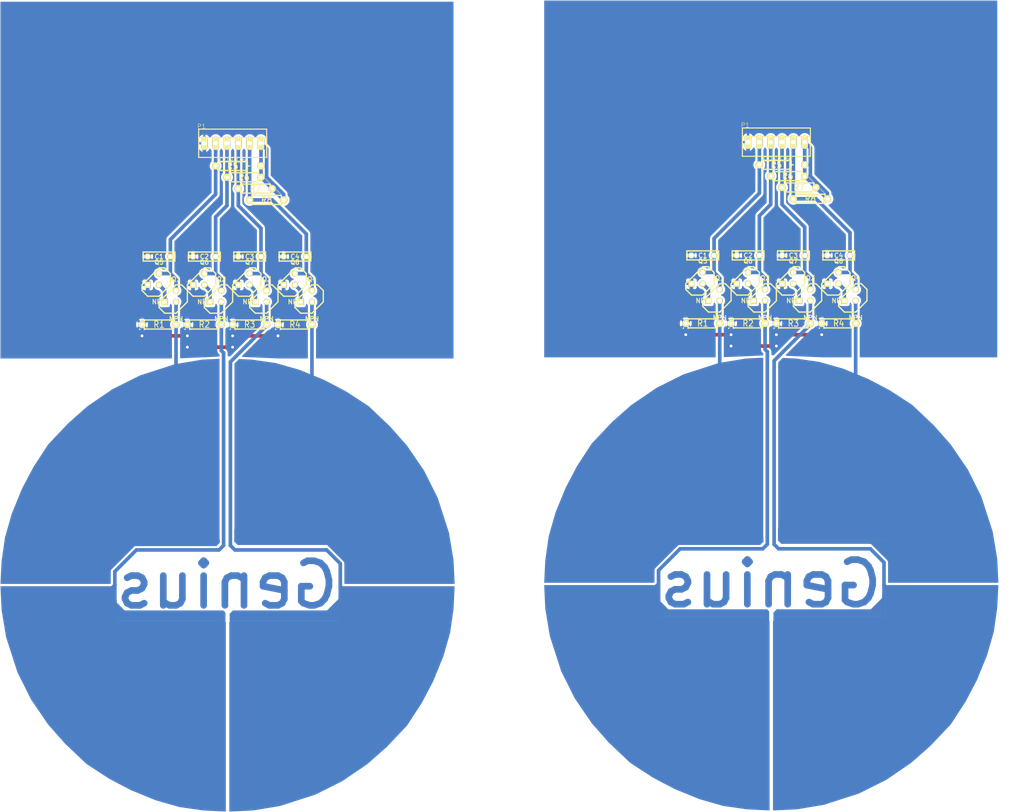
<source format=kicad_pcb>
(kicad_pcb (version 3) (host pcbnew "(2013-03-19 BZR 4004)-stable")

  (general
    (links 94)
    (no_connects 14)
    (area 36.729999 -5.180001 138.684001 176.630001)
    (thickness 1.6)
    (drawings 28)
    (tracks 364)
    (zones 0)
    (modules 42)
    (nets 15)
  )

  (page A4)
  (layers
    (15 F.Cu signal)
    (0 B.Cu signal)
    (16 B.Adhes user)
    (17 F.Adhes user)
    (18 B.Paste user)
    (19 F.Paste user)
    (20 B.SilkS user)
    (21 F.SilkS user)
    (22 B.Mask user)
    (23 F.Mask user)
    (24 Dwgs.User user)
    (25 Cmts.User user)
    (26 Eco1.User user)
    (27 Eco2.User user)
    (28 Edge.Cuts user)
  )

  (setup
    (last_trace_width 0.8128)
    (user_trace_width 0.6096)
    (user_trace_width 0.8128)
    (trace_clearance 0.254)
    (zone_clearance 0.508)
    (zone_45_only no)
    (trace_min 0.254)
    (segment_width 0.2)
    (edge_width 0.15)
    (via_size 2.032)
    (via_drill 0.635)
    (via_min_size 0.889)
    (via_min_drill 0.508)
    (uvia_size 0.508)
    (uvia_drill 0.127)
    (uvias_allowed no)
    (uvia_min_size 0.508)
    (uvia_min_drill 0.127)
    (pcb_text_width 0.3)
    (pcb_text_size 1 1)
    (mod_edge_width 0.15)
    (mod_text_size 1 1)
    (mod_text_width 0.15)
    (pad_size 1 1)
    (pad_drill 0.6)
    (pad_to_mask_clearance 0)
    (aux_axis_origin 0 0)
    (visible_elements 7FFFFFFF)
    (pcbplotparams
      (layerselection 3178497)
      (usegerberextensions true)
      (excludeedgelayer true)
      (linewidth 152400)
      (plotframeref false)
      (viasonmask false)
      (mode 1)
      (useauxorigin false)
      (hpglpennumber 1)
      (hpglpenspeed 20)
      (hpglpendiameter 15)
      (hpglpenoverlay 2)
      (psnegative false)
      (psa4output false)
      (plotreference true)
      (plotvalue true)
      (plotothertext true)
      (plotinvisibletext false)
      (padsonsilk false)
      (subtractmaskfromsilk false)
      (outputformat 1)
      (mirror false)
      (drillshape 1)
      (scaleselection 1)
      (outputdirectory ""))
  )

  (net 0 "")
  (net 1 GND)
  (net 2 N-000001)
  (net 3 N-0000010)
  (net 4 N-0000011)
  (net 5 N-0000012)
  (net 6 N-0000013)
  (net 7 N-0000014)
  (net 8 N-000003)
  (net 9 N-000004)
  (net 10 N-000005)
  (net 11 N-000007)
  (net 12 N-000008)
  (net 13 N-000009)
  (net 14 VDD)

  (net_class Default "This is the default net class."
    (clearance 0.254)
    (trace_width 0.254)
    (via_dia 2.032)
    (via_drill 0.635)
    (uvia_dia 0.508)
    (uvia_drill 0.127)
    (add_net "")
    (add_net GND)
    (add_net N-000001)
    (add_net N-0000010)
    (add_net N-0000011)
    (add_net N-0000012)
    (add_net N-0000013)
    (add_net N-0000014)
    (add_net N-000003)
    (add_net N-000004)
    (add_net N-000005)
    (add_net N-000007)
    (add_net N-000008)
    (add_net N-000009)
    (add_net VDD)
  )

  (module PINHEAD1-6 (layer F.Cu) (tedit 4C5EDF69) (tstamp 55C11610)
    (at 186.182 43.688)
    (path /55C1077B)
    (attr virtual)
    (fp_text reference P1 (at -6.985 -3.81) (layer F.SilkS)
      (effects (font (size 1.016 1.016) (thickness 0.0889)))
    )
    (fp_text value CONN_6 (at 0 3.81) (layer F.SilkS)
      (effects (font (size 1.016 1.016) (thickness 0.0889)))
    )
    (fp_line (start 0 3.175) (end 7.62 3.175) (layer F.SilkS) (width 0.254))
    (fp_line (start 0 -1.27) (end 7.62 -1.27) (layer F.SilkS) (width 0.254))
    (fp_line (start 0 -3.175) (end 7.62 -3.175) (layer F.SilkS) (width 0.254))
    (fp_line (start -7.62 -3.175) (end -7.62 3.175) (layer F.SilkS) (width 0.254))
    (fp_line (start 7.62 -3.175) (end 7.62 3.175) (layer F.SilkS) (width 0.254))
    (fp_line (start 0 -1.27) (end -7.62 -1.27) (layer F.SilkS) (width 0.254))
    (fp_line (start -7.62 -3.175) (end 0 -3.175) (layer F.SilkS) (width 0.254))
    (fp_line (start 0 3.175) (end -7.62 3.175) (layer F.SilkS) (width 0.254))
    (pad 1 thru_hole oval (at -6.35 0) (size 1.50622 3.01498) (drill 0.998218)
      (layers *.Cu F.Paste F.SilkS F.Mask)
      (net 1 GND)
    )
    (pad 2 thru_hole oval (at -3.81 0) (size 1.50622 3.01498) (drill 0.998218)
      (layers *.Cu F.Paste F.SilkS F.Mask)
      (net 11 N-000007)
    )
    (pad 3 thru_hole oval (at -1.27 0) (size 1.50622 3.01498) (drill 0.998218)
      (layers *.Cu F.Paste F.SilkS F.Mask)
      (net 12 N-000008)
    )
    (pad 4 thru_hole oval (at 1.27 0) (size 1.50622 3.01498) (drill 0.998218)
      (layers *.Cu F.Paste F.SilkS F.Mask)
      (net 13 N-000009)
    )
    (pad 5 thru_hole oval (at 3.81 0) (size 1.50622 3.01498) (drill 0.998218)
      (layers *.Cu F.Paste F.SilkS F.Mask)
      (net 7 N-0000014)
    )
    (pad 6 thru_hole oval (at 6.35 0) (size 1.50622 3.01498) (drill 0.998218)
      (layers *.Cu F.Paste F.SilkS F.Mask)
      (net 14 VDD)
    )
  )

  (module C2 (layer F.Cu) (tedit 200000) (tstamp 55C11606)
    (at 189.992 69.088 180)
    (descr "Condensateur = 2 pas")
    (tags C)
    (path /55C1076C)
    (fp_text reference C3 (at 0 0 180) (layer F.SilkS)
      (effects (font (size 1.016 1.016) (thickness 0.2032)))
    )
    (fp_text value C (at 0 0 180) (layer F.SilkS) hide
      (effects (font (size 1.016 1.016) (thickness 0.2032)))
    )
    (fp_line (start -3.556 -1.016) (end 3.556 -1.016) (layer F.SilkS) (width 0.3048))
    (fp_line (start 3.556 -1.016) (end 3.556 1.016) (layer F.SilkS) (width 0.3048))
    (fp_line (start 3.556 1.016) (end -3.556 1.016) (layer F.SilkS) (width 0.3048))
    (fp_line (start -3.556 1.016) (end -3.556 -1.016) (layer F.SilkS) (width 0.3048))
    (fp_line (start -3.556 -0.508) (end -3.048 -1.016) (layer F.SilkS) (width 0.3048))
    (pad 1 thru_hole circle (at -2.54 0 180) (size 1.397 1.397) (drill 0.812799)
      (layers *.Cu *.Mask F.SilkS)
      (net 13 N-000009)
    )
    (pad 2 thru_hole circle (at 2.54 0 180) (size 1.397 1.397) (drill 0.812799)
      (layers *.Cu *.Mask F.SilkS)
      (net 1 GND)
    )
    (model discret/capa_2pas_5x5mm.wrl
      (at (xyz 0 0 0))
      (scale (xyz 1 1 1))
      (rotate (xyz 0 0 0))
    )
  )

  (module C2 (layer F.Cu) (tedit 200000) (tstamp 55C115FC)
    (at 200.152 69.088 180)
    (descr "Condensateur = 2 pas")
    (tags C)
    (path /55C10826)
    (fp_text reference C4 (at 0 0 180) (layer F.SilkS)
      (effects (font (size 1.016 1.016) (thickness 0.2032)))
    )
    (fp_text value C (at 0 0 180) (layer F.SilkS) hide
      (effects (font (size 1.016 1.016) (thickness 0.2032)))
    )
    (fp_line (start -3.556 -1.016) (end 3.556 -1.016) (layer F.SilkS) (width 0.3048))
    (fp_line (start 3.556 -1.016) (end 3.556 1.016) (layer F.SilkS) (width 0.3048))
    (fp_line (start 3.556 1.016) (end -3.556 1.016) (layer F.SilkS) (width 0.3048))
    (fp_line (start -3.556 1.016) (end -3.556 -1.016) (layer F.SilkS) (width 0.3048))
    (fp_line (start -3.556 -0.508) (end -3.048 -1.016) (layer F.SilkS) (width 0.3048))
    (pad 1 thru_hole circle (at -2.54 0 180) (size 1.397 1.397) (drill 0.812799)
      (layers *.Cu *.Mask F.SilkS)
      (net 7 N-0000014)
    )
    (pad 2 thru_hole circle (at 2.54 0 180) (size 1.397 1.397) (drill 0.812799)
      (layers *.Cu *.Mask F.SilkS)
      (net 1 GND)
    )
    (model discret/capa_2pas_5x5mm.wrl
      (at (xyz 0 0 0))
      (scale (xyz 1 1 1))
      (rotate (xyz 0 0 0))
    )
  )

  (module C2 (layer F.Cu) (tedit 200000) (tstamp 55C115F2)
    (at 169.672 69.088 180)
    (descr "Condensateur = 2 pas")
    (tags C)
    (path /55C10862)
    (fp_text reference C1 (at 0 0 180) (layer F.SilkS)
      (effects (font (size 1.016 1.016) (thickness 0.2032)))
    )
    (fp_text value C (at 0 0 180) (layer F.SilkS) hide
      (effects (font (size 1.016 1.016) (thickness 0.2032)))
    )
    (fp_line (start -3.556 -1.016) (end 3.556 -1.016) (layer F.SilkS) (width 0.3048))
    (fp_line (start 3.556 -1.016) (end 3.556 1.016) (layer F.SilkS) (width 0.3048))
    (fp_line (start 3.556 1.016) (end -3.556 1.016) (layer F.SilkS) (width 0.3048))
    (fp_line (start -3.556 1.016) (end -3.556 -1.016) (layer F.SilkS) (width 0.3048))
    (fp_line (start -3.556 -0.508) (end -3.048 -1.016) (layer F.SilkS) (width 0.3048))
    (pad 1 thru_hole circle (at -2.54 0 180) (size 1.397 1.397) (drill 0.812799)
      (layers *.Cu *.Mask F.SilkS)
      (net 11 N-000007)
    )
    (pad 2 thru_hole circle (at 2.54 0 180) (size 1.397 1.397) (drill 0.812799)
      (layers *.Cu *.Mask F.SilkS)
      (net 1 GND)
    )
    (model discret/capa_2pas_5x5mm.wrl
      (at (xyz 0 0 0))
      (scale (xyz 1 1 1))
      (rotate (xyz 0 0 0))
    )
  )

  (module C2 (layer F.Cu) (tedit 200000) (tstamp 55C115E8)
    (at 179.832 69.088 180)
    (descr "Condensateur = 2 pas")
    (tags C)
    (path /55C1089E)
    (fp_text reference C2 (at 0 0 180) (layer F.SilkS)
      (effects (font (size 1.016 1.016) (thickness 0.2032)))
    )
    (fp_text value C (at 0 0 180) (layer F.SilkS) hide
      (effects (font (size 1.016 1.016) (thickness 0.2032)))
    )
    (fp_line (start -3.556 -1.016) (end 3.556 -1.016) (layer F.SilkS) (width 0.3048))
    (fp_line (start 3.556 -1.016) (end 3.556 1.016) (layer F.SilkS) (width 0.3048))
    (fp_line (start 3.556 1.016) (end -3.556 1.016) (layer F.SilkS) (width 0.3048))
    (fp_line (start -3.556 1.016) (end -3.556 -1.016) (layer F.SilkS) (width 0.3048))
    (fp_line (start -3.556 -0.508) (end -3.048 -1.016) (layer F.SilkS) (width 0.3048))
    (pad 1 thru_hole circle (at -2.54 0 180) (size 1.397 1.397) (drill 0.812799)
      (layers *.Cu *.Mask F.SilkS)
      (net 12 N-000008)
    )
    (pad 2 thru_hole circle (at 2.54 0 180) (size 1.397 1.397) (drill 0.812799)
      (layers *.Cu *.Mask F.SilkS)
      (net 1 GND)
    )
    (model discret/capa_2pas_5x5mm.wrl
      (at (xyz 0 0 0))
      (scale (xyz 1 1 1))
      (rotate (xyz 0 0 0))
    )
  )

  (module R3-LARGE_PADS (layer F.Cu) (tedit 47E26765) (tstamp 55C115DB)
    (at 189.992 84.328 180)
    (descr "Resitance 3 pas")
    (tags R)
    (path /55C1074E)
    (autoplace_cost180 10)
    (fp_text reference R3 (at 0 0 180) (layer F.SilkS)
      (effects (font (size 1.397 1.27) (thickness 0.2032)))
    )
    (fp_text value R (at 0 0 180) (layer F.SilkS) hide
      (effects (font (size 1.397 1.27) (thickness 0.2032)))
    )
    (fp_line (start -3.81 0) (end -3.302 0) (layer F.SilkS) (width 0.3048))
    (fp_line (start 3.81 0) (end 3.302 0) (layer F.SilkS) (width 0.3048))
    (fp_line (start 3.302 0) (end 3.302 -1.016) (layer F.SilkS) (width 0.3048))
    (fp_line (start 3.302 -1.016) (end -3.302 -1.016) (layer F.SilkS) (width 0.3048))
    (fp_line (start -3.302 -1.016) (end -3.302 1.016) (layer F.SilkS) (width 0.3048))
    (fp_line (start -3.302 1.016) (end 3.302 1.016) (layer F.SilkS) (width 0.3048))
    (fp_line (start 3.302 1.016) (end 3.302 0) (layer F.SilkS) (width 0.3048))
    (fp_line (start -3.302 -0.508) (end -2.794 -1.016) (layer F.SilkS) (width 0.3048))
    (pad 1 thru_hole circle (at -3.81 0 180) (size 1.651 1.651) (drill 0.812799)
      (layers *.Cu *.Mask F.SilkS)
      (net 4 N-0000011)
    )
    (pad 2 thru_hole circle (at 3.81 0 180) (size 1.651 1.651) (drill 0.812799)
      (layers *.Cu *.Mask F.SilkS)
      (net 1 GND)
    )
    (model discret/resistor.wrl
      (at (xyz 0 0 0))
      (scale (xyz 0.3 0.3 0.3))
      (rotate (xyz 0 0 0))
    )
  )

  (module R3-LARGE_PADS (layer F.Cu) (tedit 47E26765) (tstamp 55C115CE)
    (at 191.262 53.848 180)
    (descr "Resitance 3 pas")
    (tags R)
    (path /55C1075D)
    (autoplace_cost180 10)
    (fp_text reference R7 (at 0 0 180) (layer F.SilkS)
      (effects (font (size 1.397 1.27) (thickness 0.2032)))
    )
    (fp_text value R (at 0 0 180) (layer F.SilkS) hide
      (effects (font (size 1.397 1.27) (thickness 0.2032)))
    )
    (fp_line (start -3.81 0) (end -3.302 0) (layer F.SilkS) (width 0.3048))
    (fp_line (start 3.81 0) (end 3.302 0) (layer F.SilkS) (width 0.3048))
    (fp_line (start 3.302 0) (end 3.302 -1.016) (layer F.SilkS) (width 0.3048))
    (fp_line (start 3.302 -1.016) (end -3.302 -1.016) (layer F.SilkS) (width 0.3048))
    (fp_line (start -3.302 -1.016) (end -3.302 1.016) (layer F.SilkS) (width 0.3048))
    (fp_line (start -3.302 1.016) (end 3.302 1.016) (layer F.SilkS) (width 0.3048))
    (fp_line (start 3.302 1.016) (end 3.302 0) (layer F.SilkS) (width 0.3048))
    (fp_line (start -3.302 -0.508) (end -2.794 -1.016) (layer F.SilkS) (width 0.3048))
    (pad 1 thru_hole circle (at -3.81 0 180) (size 1.651 1.651) (drill 0.812799)
      (layers *.Cu *.Mask F.SilkS)
      (net 14 VDD)
    )
    (pad 2 thru_hole circle (at 3.81 0 180) (size 1.651 1.651) (drill 0.812799)
      (layers *.Cu *.Mask F.SilkS)
      (net 13 N-000009)
    )
    (model discret/resistor.wrl
      (at (xyz 0 0 0))
      (scale (xyz 0.3 0.3 0.3))
      (rotate (xyz 0 0 0))
    )
  )

  (module R3-LARGE_PADS (layer F.Cu) (tedit 47E26765) (tstamp 55C115C1)
    (at 188.722 51.308 180)
    (descr "Resitance 3 pas")
    (tags R)
    (path /55C10898)
    (autoplace_cost180 10)
    (fp_text reference R6 (at 0 0 180) (layer F.SilkS)
      (effects (font (size 1.397 1.27) (thickness 0.2032)))
    )
    (fp_text value R (at 0 0 180) (layer F.SilkS) hide
      (effects (font (size 1.397 1.27) (thickness 0.2032)))
    )
    (fp_line (start -3.81 0) (end -3.302 0) (layer F.SilkS) (width 0.3048))
    (fp_line (start 3.81 0) (end 3.302 0) (layer F.SilkS) (width 0.3048))
    (fp_line (start 3.302 0) (end 3.302 -1.016) (layer F.SilkS) (width 0.3048))
    (fp_line (start 3.302 -1.016) (end -3.302 -1.016) (layer F.SilkS) (width 0.3048))
    (fp_line (start -3.302 -1.016) (end -3.302 1.016) (layer F.SilkS) (width 0.3048))
    (fp_line (start -3.302 1.016) (end 3.302 1.016) (layer F.SilkS) (width 0.3048))
    (fp_line (start 3.302 1.016) (end 3.302 0) (layer F.SilkS) (width 0.3048))
    (fp_line (start -3.302 -0.508) (end -2.794 -1.016) (layer F.SilkS) (width 0.3048))
    (pad 1 thru_hole circle (at -3.81 0 180) (size 1.651 1.651) (drill 0.812799)
      (layers *.Cu *.Mask F.SilkS)
      (net 14 VDD)
    )
    (pad 2 thru_hole circle (at 3.81 0 180) (size 1.651 1.651) (drill 0.812799)
      (layers *.Cu *.Mask F.SilkS)
      (net 12 N-000008)
    )
    (model discret/resistor.wrl
      (at (xyz 0 0 0))
      (scale (xyz 0.3 0.3 0.3))
      (rotate (xyz 0 0 0))
    )
  )

  (module R3-LARGE_PADS (layer F.Cu) (tedit 47E26765) (tstamp 55C115B4)
    (at 193.802 56.388 180)
    (descr "Resitance 3 pas")
    (tags R)
    (path /55C10820)
    (autoplace_cost180 10)
    (fp_text reference R8 (at 0 0 180) (layer F.SilkS)
      (effects (font (size 1.397 1.27) (thickness 0.2032)))
    )
    (fp_text value R (at 0 0 180) (layer F.SilkS) hide
      (effects (font (size 1.397 1.27) (thickness 0.2032)))
    )
    (fp_line (start -3.81 0) (end -3.302 0) (layer F.SilkS) (width 0.3048))
    (fp_line (start 3.81 0) (end 3.302 0) (layer F.SilkS) (width 0.3048))
    (fp_line (start 3.302 0) (end 3.302 -1.016) (layer F.SilkS) (width 0.3048))
    (fp_line (start 3.302 -1.016) (end -3.302 -1.016) (layer F.SilkS) (width 0.3048))
    (fp_line (start -3.302 -1.016) (end -3.302 1.016) (layer F.SilkS) (width 0.3048))
    (fp_line (start -3.302 1.016) (end 3.302 1.016) (layer F.SilkS) (width 0.3048))
    (fp_line (start 3.302 1.016) (end 3.302 0) (layer F.SilkS) (width 0.3048))
    (fp_line (start -3.302 -0.508) (end -2.794 -1.016) (layer F.SilkS) (width 0.3048))
    (pad 1 thru_hole circle (at -3.81 0 180) (size 1.651 1.651) (drill 0.812799)
      (layers *.Cu *.Mask F.SilkS)
      (net 14 VDD)
    )
    (pad 2 thru_hole circle (at 3.81 0 180) (size 1.651 1.651) (drill 0.812799)
      (layers *.Cu *.Mask F.SilkS)
      (net 7 N-0000014)
    )
    (model discret/resistor.wrl
      (at (xyz 0 0 0))
      (scale (xyz 0.3 0.3 0.3))
      (rotate (xyz 0 0 0))
    )
  )

  (module R3-LARGE_PADS (layer F.Cu) (tedit 47E26765) (tstamp 55C115A7)
    (at 179.832 84.328 180)
    (descr "Resitance 3 pas")
    (tags R)
    (path /55C10892)
    (autoplace_cost180 10)
    (fp_text reference R2 (at 0 0 180) (layer F.SilkS)
      (effects (font (size 1.397 1.27) (thickness 0.2032)))
    )
    (fp_text value R (at 0 0 180) (layer F.SilkS) hide
      (effects (font (size 1.397 1.27) (thickness 0.2032)))
    )
    (fp_line (start -3.81 0) (end -3.302 0) (layer F.SilkS) (width 0.3048))
    (fp_line (start 3.81 0) (end 3.302 0) (layer F.SilkS) (width 0.3048))
    (fp_line (start 3.302 0) (end 3.302 -1.016) (layer F.SilkS) (width 0.3048))
    (fp_line (start 3.302 -1.016) (end -3.302 -1.016) (layer F.SilkS) (width 0.3048))
    (fp_line (start -3.302 -1.016) (end -3.302 1.016) (layer F.SilkS) (width 0.3048))
    (fp_line (start -3.302 1.016) (end 3.302 1.016) (layer F.SilkS) (width 0.3048))
    (fp_line (start 3.302 1.016) (end 3.302 0) (layer F.SilkS) (width 0.3048))
    (fp_line (start -3.302 -0.508) (end -2.794 -1.016) (layer F.SilkS) (width 0.3048))
    (pad 1 thru_hole circle (at -3.81 0 180) (size 1.651 1.651) (drill 0.812799)
      (layers *.Cu *.Mask F.SilkS)
      (net 8 N-000003)
    )
    (pad 2 thru_hole circle (at 3.81 0 180) (size 1.651 1.651) (drill 0.812799)
      (layers *.Cu *.Mask F.SilkS)
      (net 1 GND)
    )
    (model discret/resistor.wrl
      (at (xyz 0 0 0))
      (scale (xyz 0.3 0.3 0.3))
      (rotate (xyz 0 0 0))
    )
  )

  (module R3-LARGE_PADS (layer F.Cu) (tedit 47E26765) (tstamp 55C1159A)
    (at 169.672 84.328 180)
    (descr "Resitance 3 pas")
    (tags R)
    (path /55C10856)
    (autoplace_cost180 10)
    (fp_text reference R1 (at 0 0 180) (layer F.SilkS)
      (effects (font (size 1.397 1.27) (thickness 0.2032)))
    )
    (fp_text value R (at 0 0 180) (layer F.SilkS) hide
      (effects (font (size 1.397 1.27) (thickness 0.2032)))
    )
    (fp_line (start -3.81 0) (end -3.302 0) (layer F.SilkS) (width 0.3048))
    (fp_line (start 3.81 0) (end 3.302 0) (layer F.SilkS) (width 0.3048))
    (fp_line (start 3.302 0) (end 3.302 -1.016) (layer F.SilkS) (width 0.3048))
    (fp_line (start 3.302 -1.016) (end -3.302 -1.016) (layer F.SilkS) (width 0.3048))
    (fp_line (start -3.302 -1.016) (end -3.302 1.016) (layer F.SilkS) (width 0.3048))
    (fp_line (start -3.302 1.016) (end 3.302 1.016) (layer F.SilkS) (width 0.3048))
    (fp_line (start 3.302 1.016) (end 3.302 0) (layer F.SilkS) (width 0.3048))
    (fp_line (start -3.302 -0.508) (end -2.794 -1.016) (layer F.SilkS) (width 0.3048))
    (pad 1 thru_hole circle (at -3.81 0 180) (size 1.651 1.651) (drill 0.812799)
      (layers *.Cu *.Mask F.SilkS)
      (net 10 N-000005)
    )
    (pad 2 thru_hole circle (at 3.81 0 180) (size 1.651 1.651) (drill 0.812799)
      (layers *.Cu *.Mask F.SilkS)
      (net 1 GND)
    )
    (model discret/resistor.wrl
      (at (xyz 0 0 0))
      (scale (xyz 0.3 0.3 0.3))
      (rotate (xyz 0 0 0))
    )
  )

  (module R3-LARGE_PADS (layer F.Cu) (tedit 55C10B26) (tstamp 55C1158D)
    (at 186.182 48.768 180)
    (descr "Resitance 3 pas")
    (tags R)
    (path /55C1085C)
    (autoplace_cost180 10)
    (fp_text reference R5 (at 0 0 180) (layer F.SilkS)
      (effects (font (size 1.397 1.27) (thickness 0.2032)))
    )
    (fp_text value R (at 0 0 180) (layer F.SilkS) hide
      (effects (font (size 1.397 1.27) (thickness 0.2032)))
    )
    (fp_line (start -3.81 0) (end -3.302 0) (layer F.SilkS) (width 0.3048))
    (fp_line (start 3.81 0) (end 3.302 0) (layer F.SilkS) (width 0.3048))
    (fp_line (start 3.302 0) (end 3.302 -1.016) (layer F.SilkS) (width 0.3048))
    (fp_line (start 3.302 -1.016) (end -3.302 -1.016) (layer F.SilkS) (width 0.3048))
    (fp_line (start -3.302 -1.016) (end -3.302 1.016) (layer F.SilkS) (width 0.3048))
    (fp_line (start -3.302 1.016) (end 3.302 1.016) (layer F.SilkS) (width 0.3048))
    (fp_line (start 3.302 1.016) (end 3.302 0) (layer F.SilkS) (width 0.3048))
    (fp_line (start -3.302 -0.508) (end -2.794 -1.016) (layer F.SilkS) (width 0.3048))
    (pad 1 thru_hole circle (at -6.35 0 180) (size 1.651 1.651) (drill 0.812799)
      (layers *.Cu *.Mask F.SilkS)
      (net 14 VDD)
    )
    (pad 2 thru_hole circle (at 3.81 0 180) (size 1.651 1.651) (drill 0.812799)
      (layers *.Cu *.Mask F.SilkS)
      (net 11 N-000007)
    )
    (model discret/resistor.wrl
      (at (xyz 0 0 0))
      (scale (xyz 0.3 0.3 0.3))
      (rotate (xyz 0 0 0))
    )
  )

  (module R3-LARGE_PADS (layer F.Cu) (tedit 47E26765) (tstamp 55C11580)
    (at 200.152 84.328 180)
    (descr "Resitance 3 pas")
    (tags R)
    (path /55C1081A)
    (autoplace_cost180 10)
    (fp_text reference R4 (at 0 0 180) (layer F.SilkS)
      (effects (font (size 1.397 1.27) (thickness 0.2032)))
    )
    (fp_text value R (at 0 0 180) (layer F.SilkS) hide
      (effects (font (size 1.397 1.27) (thickness 0.2032)))
    )
    (fp_line (start -3.81 0) (end -3.302 0) (layer F.SilkS) (width 0.3048))
    (fp_line (start 3.81 0) (end 3.302 0) (layer F.SilkS) (width 0.3048))
    (fp_line (start 3.302 0) (end 3.302 -1.016) (layer F.SilkS) (width 0.3048))
    (fp_line (start 3.302 -1.016) (end -3.302 -1.016) (layer F.SilkS) (width 0.3048))
    (fp_line (start -3.302 -1.016) (end -3.302 1.016) (layer F.SilkS) (width 0.3048))
    (fp_line (start -3.302 1.016) (end 3.302 1.016) (layer F.SilkS) (width 0.3048))
    (fp_line (start 3.302 1.016) (end 3.302 0) (layer F.SilkS) (width 0.3048))
    (fp_line (start -3.302 -0.508) (end -2.794 -1.016) (layer F.SilkS) (width 0.3048))
    (pad 1 thru_hole circle (at -3.81 0 180) (size 1.651 1.651) (drill 0.812799)
      (layers *.Cu *.Mask F.SilkS)
      (net 5 N-0000012)
    )
    (pad 2 thru_hole circle (at 3.81 0 180) (size 1.651 1.651) (drill 0.812799)
      (layers *.Cu *.Mask F.SilkS)
      (net 1 GND)
    )
    (model discret/resistor.wrl
      (at (xyz 0 0 0))
      (scale (xyz 0.3 0.3 0.3))
      (rotate (xyz 0 0 0))
    )
  )

  (module TO92 (layer F.Cu) (tedit 443CFFD1) (tstamp 55C11572)
    (at 172.212 77.978 180)
    (descr "Transistor TO92 brochage type BC237")
    (tags "TR TO92")
    (path /55C1084A)
    (fp_text reference Q1 (at -1.27 3.81 180) (layer F.SilkS)
      (effects (font (size 1.016 1.016) (thickness 0.2032)))
    )
    (fp_text value NPN (at -1.27 -5.08 180) (layer F.SilkS)
      (effects (font (size 1.016 1.016) (thickness 0.2032)))
    )
    (fp_line (start -1.27 2.54) (end 2.54 -1.27) (layer F.SilkS) (width 0.3048))
    (fp_line (start 2.54 -1.27) (end 2.54 -2.54) (layer F.SilkS) (width 0.3048))
    (fp_line (start 2.54 -2.54) (end 1.27 -3.81) (layer F.SilkS) (width 0.3048))
    (fp_line (start 1.27 -3.81) (end -1.27 -3.81) (layer F.SilkS) (width 0.3048))
    (fp_line (start -1.27 -3.81) (end -3.81 -1.27) (layer F.SilkS) (width 0.3048))
    (fp_line (start -3.81 -1.27) (end -3.81 1.27) (layer F.SilkS) (width 0.3048))
    (fp_line (start -3.81 1.27) (end -2.54 2.54) (layer F.SilkS) (width 0.3048))
    (fp_line (start -2.54 2.54) (end -1.27 2.54) (layer F.SilkS) (width 0.3048))
    (pad 1 thru_hole rect (at 1.27 -1.27 180) (size 1.397 1.397) (drill 0.812799)
      (layers *.Cu *.Mask F.SilkS)
      (net 9 N-000004)
    )
    (pad 2 thru_hole circle (at -1.27 -1.27 180) (size 1.397 1.397) (drill 0.812799)
      (layers *.Cu *.Mask F.SilkS)
      (net 10 N-000005)
    )
    (pad 3 thru_hole circle (at -1.27 1.27 180) (size 1.397 1.397) (drill 0.812799)
      (layers *.Cu *.Mask F.SilkS)
      (net 11 N-000007)
    )
    (model discret/to98.wrl
      (at (xyz 0 0 0))
      (scale (xyz 1 1 1))
      (rotate (xyz 0 0 0))
    )
  )

  (module TO92 (layer F.Cu) (tedit 443CFFD1) (tstamp 55C11564)
    (at 168.402 74.168 180)
    (descr "Transistor TO92 brochage type BC237")
    (tags "TR TO92")
    (path /55C10850)
    (fp_text reference Q5 (at -1.27 3.81 180) (layer F.SilkS)
      (effects (font (size 1.016 1.016) (thickness 0.2032)))
    )
    (fp_text value NPN (at -1.27 -5.08 180) (layer F.SilkS)
      (effects (font (size 1.016 1.016) (thickness 0.2032)))
    )
    (fp_line (start -1.27 2.54) (end 2.54 -1.27) (layer F.SilkS) (width 0.3048))
    (fp_line (start 2.54 -1.27) (end 2.54 -2.54) (layer F.SilkS) (width 0.3048))
    (fp_line (start 2.54 -2.54) (end 1.27 -3.81) (layer F.SilkS) (width 0.3048))
    (fp_line (start 1.27 -3.81) (end -1.27 -3.81) (layer F.SilkS) (width 0.3048))
    (fp_line (start -1.27 -3.81) (end -3.81 -1.27) (layer F.SilkS) (width 0.3048))
    (fp_line (start -3.81 -1.27) (end -3.81 1.27) (layer F.SilkS) (width 0.3048))
    (fp_line (start -3.81 1.27) (end -2.54 2.54) (layer F.SilkS) (width 0.3048))
    (fp_line (start -2.54 2.54) (end -1.27 2.54) (layer F.SilkS) (width 0.3048))
    (pad 1 thru_hole rect (at 1.27 -1.27 180) (size 1.397 1.397) (drill 0.812799)
      (layers *.Cu *.Mask F.SilkS)
      (net 1 GND)
    )
    (pad 2 thru_hole circle (at -1.27 -1.27 180) (size 1.397 1.397) (drill 0.812799)
      (layers *.Cu *.Mask F.SilkS)
      (net 9 N-000004)
    )
    (pad 3 thru_hole circle (at -1.27 1.27 180) (size 1.397 1.397) (drill 0.812799)
      (layers *.Cu *.Mask F.SilkS)
      (net 11 N-000007)
    )
    (model discret/to98.wrl
      (at (xyz 0 0 0))
      (scale (xyz 1 1 1))
      (rotate (xyz 0 0 0))
    )
  )

  (module TO92 (layer F.Cu) (tedit 443CFFD1) (tstamp 55C11556)
    (at 198.882 74.168 180)
    (descr "Transistor TO92 brochage type BC237")
    (tags "TR TO92")
    (path /55C10814)
    (fp_text reference Q8 (at -1.27 3.81 180) (layer F.SilkS)
      (effects (font (size 1.016 1.016) (thickness 0.2032)))
    )
    (fp_text value NPN (at -1.27 -5.08 180) (layer F.SilkS)
      (effects (font (size 1.016 1.016) (thickness 0.2032)))
    )
    (fp_line (start -1.27 2.54) (end 2.54 -1.27) (layer F.SilkS) (width 0.3048))
    (fp_line (start 2.54 -1.27) (end 2.54 -2.54) (layer F.SilkS) (width 0.3048))
    (fp_line (start 2.54 -2.54) (end 1.27 -3.81) (layer F.SilkS) (width 0.3048))
    (fp_line (start 1.27 -3.81) (end -1.27 -3.81) (layer F.SilkS) (width 0.3048))
    (fp_line (start -1.27 -3.81) (end -3.81 -1.27) (layer F.SilkS) (width 0.3048))
    (fp_line (start -3.81 -1.27) (end -3.81 1.27) (layer F.SilkS) (width 0.3048))
    (fp_line (start -3.81 1.27) (end -2.54 2.54) (layer F.SilkS) (width 0.3048))
    (fp_line (start -2.54 2.54) (end -1.27 2.54) (layer F.SilkS) (width 0.3048))
    (pad 1 thru_hole rect (at 1.27 -1.27 180) (size 1.397 1.397) (drill 0.812799)
      (layers *.Cu *.Mask F.SilkS)
      (net 1 GND)
    )
    (pad 2 thru_hole circle (at -1.27 -1.27 180) (size 1.397 1.397) (drill 0.812799)
      (layers *.Cu *.Mask F.SilkS)
      (net 6 N-0000013)
    )
    (pad 3 thru_hole circle (at -1.27 1.27 180) (size 1.397 1.397) (drill 0.812799)
      (layers *.Cu *.Mask F.SilkS)
      (net 7 N-0000014)
    )
    (model discret/to98.wrl
      (at (xyz 0 0 0))
      (scale (xyz 1 1 1))
      (rotate (xyz 0 0 0))
    )
  )

  (module TO92 (layer F.Cu) (tedit 443CFFD1) (tstamp 55C11548)
    (at 202.692 77.978 180)
    (descr "Transistor TO92 brochage type BC237")
    (tags "TR TO92")
    (path /55C1080E)
    (fp_text reference Q4 (at -1.27 3.81 180) (layer F.SilkS)
      (effects (font (size 1.016 1.016) (thickness 0.2032)))
    )
    (fp_text value NPN (at -1.27 -5.08 180) (layer F.SilkS)
      (effects (font (size 1.016 1.016) (thickness 0.2032)))
    )
    (fp_line (start -1.27 2.54) (end 2.54 -1.27) (layer F.SilkS) (width 0.3048))
    (fp_line (start 2.54 -1.27) (end 2.54 -2.54) (layer F.SilkS) (width 0.3048))
    (fp_line (start 2.54 -2.54) (end 1.27 -3.81) (layer F.SilkS) (width 0.3048))
    (fp_line (start 1.27 -3.81) (end -1.27 -3.81) (layer F.SilkS) (width 0.3048))
    (fp_line (start -1.27 -3.81) (end -3.81 -1.27) (layer F.SilkS) (width 0.3048))
    (fp_line (start -3.81 -1.27) (end -3.81 1.27) (layer F.SilkS) (width 0.3048))
    (fp_line (start -3.81 1.27) (end -2.54 2.54) (layer F.SilkS) (width 0.3048))
    (fp_line (start -2.54 2.54) (end -1.27 2.54) (layer F.SilkS) (width 0.3048))
    (pad 1 thru_hole rect (at 1.27 -1.27 180) (size 1.397 1.397) (drill 0.812799)
      (layers *.Cu *.Mask F.SilkS)
      (net 6 N-0000013)
    )
    (pad 2 thru_hole circle (at -1.27 -1.27 180) (size 1.397 1.397) (drill 0.812799)
      (layers *.Cu *.Mask F.SilkS)
      (net 5 N-0000012)
    )
    (pad 3 thru_hole circle (at -1.27 1.27 180) (size 1.397 1.397) (drill 0.812799)
      (layers *.Cu *.Mask F.SilkS)
      (net 7 N-0000014)
    )
    (model discret/to98.wrl
      (at (xyz 0 0 0))
      (scale (xyz 1 1 1))
      (rotate (xyz 0 0 0))
    )
  )

  (module TO92 (layer F.Cu) (tedit 443CFFD1) (tstamp 55C1153A)
    (at 192.532 77.978 180)
    (descr "Transistor TO92 brochage type BC237")
    (tags "TR TO92")
    (path /55C10730)
    (fp_text reference Q3 (at -1.27 3.81 180) (layer F.SilkS)
      (effects (font (size 1.016 1.016) (thickness 0.2032)))
    )
    (fp_text value NPN (at -1.27 -5.08 180) (layer F.SilkS)
      (effects (font (size 1.016 1.016) (thickness 0.2032)))
    )
    (fp_line (start -1.27 2.54) (end 2.54 -1.27) (layer F.SilkS) (width 0.3048))
    (fp_line (start 2.54 -1.27) (end 2.54 -2.54) (layer F.SilkS) (width 0.3048))
    (fp_line (start 2.54 -2.54) (end 1.27 -3.81) (layer F.SilkS) (width 0.3048))
    (fp_line (start 1.27 -3.81) (end -1.27 -3.81) (layer F.SilkS) (width 0.3048))
    (fp_line (start -1.27 -3.81) (end -3.81 -1.27) (layer F.SilkS) (width 0.3048))
    (fp_line (start -3.81 -1.27) (end -3.81 1.27) (layer F.SilkS) (width 0.3048))
    (fp_line (start -3.81 1.27) (end -2.54 2.54) (layer F.SilkS) (width 0.3048))
    (fp_line (start -2.54 2.54) (end -1.27 2.54) (layer F.SilkS) (width 0.3048))
    (pad 1 thru_hole rect (at 1.27 -1.27 180) (size 1.397 1.397) (drill 0.812799)
      (layers *.Cu *.Mask F.SilkS)
      (net 3 N-0000010)
    )
    (pad 2 thru_hole circle (at -1.27 -1.27 180) (size 1.397 1.397) (drill 0.812799)
      (layers *.Cu *.Mask F.SilkS)
      (net 4 N-0000011)
    )
    (pad 3 thru_hole circle (at -1.27 1.27 180) (size 1.397 1.397) (drill 0.812799)
      (layers *.Cu *.Mask F.SilkS)
      (net 13 N-000009)
    )
    (model discret/to98.wrl
      (at (xyz 0 0 0))
      (scale (xyz 1 1 1))
      (rotate (xyz 0 0 0))
    )
  )

  (module TO92 (layer F.Cu) (tedit 443CFFD1) (tstamp 55C1152C)
    (at 178.562 74.168 180)
    (descr "Transistor TO92 brochage type BC237")
    (tags "TR TO92")
    (path /55C1088C)
    (fp_text reference Q6 (at -1.27 3.81 180) (layer F.SilkS)
      (effects (font (size 1.016 1.016) (thickness 0.2032)))
    )
    (fp_text value NPN (at -1.27 -5.08 180) (layer F.SilkS)
      (effects (font (size 1.016 1.016) (thickness 0.2032)))
    )
    (fp_line (start -1.27 2.54) (end 2.54 -1.27) (layer F.SilkS) (width 0.3048))
    (fp_line (start 2.54 -1.27) (end 2.54 -2.54) (layer F.SilkS) (width 0.3048))
    (fp_line (start 2.54 -2.54) (end 1.27 -3.81) (layer F.SilkS) (width 0.3048))
    (fp_line (start 1.27 -3.81) (end -1.27 -3.81) (layer F.SilkS) (width 0.3048))
    (fp_line (start -1.27 -3.81) (end -3.81 -1.27) (layer F.SilkS) (width 0.3048))
    (fp_line (start -3.81 -1.27) (end -3.81 1.27) (layer F.SilkS) (width 0.3048))
    (fp_line (start -3.81 1.27) (end -2.54 2.54) (layer F.SilkS) (width 0.3048))
    (fp_line (start -2.54 2.54) (end -1.27 2.54) (layer F.SilkS) (width 0.3048))
    (pad 1 thru_hole rect (at 1.27 -1.27 180) (size 1.397 1.397) (drill 0.812799)
      (layers *.Cu *.Mask F.SilkS)
      (net 1 GND)
    )
    (pad 2 thru_hole circle (at -1.27 -1.27 180) (size 1.397 1.397) (drill 0.812799)
      (layers *.Cu *.Mask F.SilkS)
      (net 2 N-000001)
    )
    (pad 3 thru_hole circle (at -1.27 1.27 180) (size 1.397 1.397) (drill 0.812799)
      (layers *.Cu *.Mask F.SilkS)
      (net 12 N-000008)
    )
    (model discret/to98.wrl
      (at (xyz 0 0 0))
      (scale (xyz 1 1 1))
      (rotate (xyz 0 0 0))
    )
  )

  (module TO92 (layer F.Cu) (tedit 443CFFD1) (tstamp 55C1151E)
    (at 182.372 77.978 180)
    (descr "Transistor TO92 brochage type BC237")
    (tags "TR TO92")
    (path /55C10886)
    (fp_text reference Q2 (at -1.27 3.81 180) (layer F.SilkS)
      (effects (font (size 1.016 1.016) (thickness 0.2032)))
    )
    (fp_text value NPN (at -1.27 -5.08 180) (layer F.SilkS)
      (effects (font (size 1.016 1.016) (thickness 0.2032)))
    )
    (fp_line (start -1.27 2.54) (end 2.54 -1.27) (layer F.SilkS) (width 0.3048))
    (fp_line (start 2.54 -1.27) (end 2.54 -2.54) (layer F.SilkS) (width 0.3048))
    (fp_line (start 2.54 -2.54) (end 1.27 -3.81) (layer F.SilkS) (width 0.3048))
    (fp_line (start 1.27 -3.81) (end -1.27 -3.81) (layer F.SilkS) (width 0.3048))
    (fp_line (start -1.27 -3.81) (end -3.81 -1.27) (layer F.SilkS) (width 0.3048))
    (fp_line (start -3.81 -1.27) (end -3.81 1.27) (layer F.SilkS) (width 0.3048))
    (fp_line (start -3.81 1.27) (end -2.54 2.54) (layer F.SilkS) (width 0.3048))
    (fp_line (start -2.54 2.54) (end -1.27 2.54) (layer F.SilkS) (width 0.3048))
    (pad 1 thru_hole rect (at 1.27 -1.27 180) (size 1.397 1.397) (drill 0.812799)
      (layers *.Cu *.Mask F.SilkS)
      (net 2 N-000001)
    )
    (pad 2 thru_hole circle (at -1.27 -1.27 180) (size 1.397 1.397) (drill 0.812799)
      (layers *.Cu *.Mask F.SilkS)
      (net 8 N-000003)
    )
    (pad 3 thru_hole circle (at -1.27 1.27 180) (size 1.397 1.397) (drill 0.812799)
      (layers *.Cu *.Mask F.SilkS)
      (net 12 N-000008)
    )
    (model discret/to98.wrl
      (at (xyz 0 0 0))
      (scale (xyz 1 1 1))
      (rotate (xyz 0 0 0))
    )
  )

  (module TO92 (layer F.Cu) (tedit 443CFFD1) (tstamp 55C11510)
    (at 188.722 74.168 180)
    (descr "Transistor TO92 brochage type BC237")
    (tags "TR TO92")
    (path /55C1073F)
    (fp_text reference Q7 (at -1.27 3.81 180) (layer F.SilkS)
      (effects (font (size 1.016 1.016) (thickness 0.2032)))
    )
    (fp_text value NPN (at -1.27 -5.08 180) (layer F.SilkS)
      (effects (font (size 1.016 1.016) (thickness 0.2032)))
    )
    (fp_line (start -1.27 2.54) (end 2.54 -1.27) (layer F.SilkS) (width 0.3048))
    (fp_line (start 2.54 -1.27) (end 2.54 -2.54) (layer F.SilkS) (width 0.3048))
    (fp_line (start 2.54 -2.54) (end 1.27 -3.81) (layer F.SilkS) (width 0.3048))
    (fp_line (start 1.27 -3.81) (end -1.27 -3.81) (layer F.SilkS) (width 0.3048))
    (fp_line (start -1.27 -3.81) (end -3.81 -1.27) (layer F.SilkS) (width 0.3048))
    (fp_line (start -3.81 -1.27) (end -3.81 1.27) (layer F.SilkS) (width 0.3048))
    (fp_line (start -3.81 1.27) (end -2.54 2.54) (layer F.SilkS) (width 0.3048))
    (fp_line (start -2.54 2.54) (end -1.27 2.54) (layer F.SilkS) (width 0.3048))
    (pad 1 thru_hole rect (at 1.27 -1.27 180) (size 1.397 1.397) (drill 0.812799)
      (layers *.Cu *.Mask F.SilkS)
      (net 1 GND)
    )
    (pad 2 thru_hole circle (at -1.27 -1.27 180) (size 1.397 1.397) (drill 0.812799)
      (layers *.Cu *.Mask F.SilkS)
      (net 3 N-0000010)
    )
    (pad 3 thru_hole circle (at -1.27 1.27 180) (size 1.397 1.397) (drill 0.812799)
      (layers *.Cu *.Mask F.SilkS)
      (net 13 N-000009)
    )
    (model discret/to98.wrl
      (at (xyz 0 0 0))
      (scale (xyz 1 1 1))
      (rotate (xyz 0 0 0))
    )
  )

  (module TO92 (layer F.Cu) (tedit 443CFFD1) (tstamp 55C1083A)
    (at 66.802 74.422 180)
    (descr "Transistor TO92 brochage type BC237")
    (tags "TR TO92")
    (path /55C1073F)
    (fp_text reference Q7 (at -1.27 3.81 180) (layer F.SilkS)
      (effects (font (size 1.016 1.016) (thickness 0.2032)))
    )
    (fp_text value NPN (at -1.27 -5.08 180) (layer F.SilkS)
      (effects (font (size 1.016 1.016) (thickness 0.2032)))
    )
    (fp_line (start -1.27 2.54) (end 2.54 -1.27) (layer F.SilkS) (width 0.3048))
    (fp_line (start 2.54 -1.27) (end 2.54 -2.54) (layer F.SilkS) (width 0.3048))
    (fp_line (start 2.54 -2.54) (end 1.27 -3.81) (layer F.SilkS) (width 0.3048))
    (fp_line (start 1.27 -3.81) (end -1.27 -3.81) (layer F.SilkS) (width 0.3048))
    (fp_line (start -1.27 -3.81) (end -3.81 -1.27) (layer F.SilkS) (width 0.3048))
    (fp_line (start -3.81 -1.27) (end -3.81 1.27) (layer F.SilkS) (width 0.3048))
    (fp_line (start -3.81 1.27) (end -2.54 2.54) (layer F.SilkS) (width 0.3048))
    (fp_line (start -2.54 2.54) (end -1.27 2.54) (layer F.SilkS) (width 0.3048))
    (pad 1 thru_hole rect (at 1.27 -1.27 180) (size 1.397 1.397) (drill 0.812799)
      (layers *.Cu *.Mask F.SilkS)
      (net 1 GND)
    )
    (pad 2 thru_hole circle (at -1.27 -1.27 180) (size 1.397 1.397) (drill 0.812799)
      (layers *.Cu *.Mask F.SilkS)
      (net 3 N-0000010)
    )
    (pad 3 thru_hole circle (at -1.27 1.27 180) (size 1.397 1.397) (drill 0.812799)
      (layers *.Cu *.Mask F.SilkS)
      (net 13 N-000009)
    )
    (model discret/to98.wrl
      (at (xyz 0 0 0))
      (scale (xyz 1 1 1))
      (rotate (xyz 0 0 0))
    )
  )

  (module TO92 (layer F.Cu) (tedit 443CFFD1) (tstamp 55C10849)
    (at 60.452 78.232 180)
    (descr "Transistor TO92 brochage type BC237")
    (tags "TR TO92")
    (path /55C10886)
    (fp_text reference Q2 (at -1.27 3.81 180) (layer F.SilkS)
      (effects (font (size 1.016 1.016) (thickness 0.2032)))
    )
    (fp_text value NPN (at -1.27 -5.08 180) (layer F.SilkS)
      (effects (font (size 1.016 1.016) (thickness 0.2032)))
    )
    (fp_line (start -1.27 2.54) (end 2.54 -1.27) (layer F.SilkS) (width 0.3048))
    (fp_line (start 2.54 -1.27) (end 2.54 -2.54) (layer F.SilkS) (width 0.3048))
    (fp_line (start 2.54 -2.54) (end 1.27 -3.81) (layer F.SilkS) (width 0.3048))
    (fp_line (start 1.27 -3.81) (end -1.27 -3.81) (layer F.SilkS) (width 0.3048))
    (fp_line (start -1.27 -3.81) (end -3.81 -1.27) (layer F.SilkS) (width 0.3048))
    (fp_line (start -3.81 -1.27) (end -3.81 1.27) (layer F.SilkS) (width 0.3048))
    (fp_line (start -3.81 1.27) (end -2.54 2.54) (layer F.SilkS) (width 0.3048))
    (fp_line (start -2.54 2.54) (end -1.27 2.54) (layer F.SilkS) (width 0.3048))
    (pad 1 thru_hole rect (at 1.27 -1.27 180) (size 1.397 1.397) (drill 0.812799)
      (layers *.Cu *.Mask F.SilkS)
      (net 2 N-000001)
    )
    (pad 2 thru_hole circle (at -1.27 -1.27 180) (size 1.397 1.397) (drill 0.812799)
      (layers *.Cu *.Mask F.SilkS)
      (net 8 N-000003)
    )
    (pad 3 thru_hole circle (at -1.27 1.27 180) (size 1.397 1.397) (drill 0.812799)
      (layers *.Cu *.Mask F.SilkS)
      (net 12 N-000008)
    )
    (model discret/to98.wrl
      (at (xyz 0 0 0))
      (scale (xyz 1 1 1))
      (rotate (xyz 0 0 0))
    )
  )

  (module TO92 (layer F.Cu) (tedit 443CFFD1) (tstamp 55C10858)
    (at 56.642 74.422 180)
    (descr "Transistor TO92 brochage type BC237")
    (tags "TR TO92")
    (path /55C1088C)
    (fp_text reference Q6 (at -1.27 3.81 180) (layer F.SilkS)
      (effects (font (size 1.016 1.016) (thickness 0.2032)))
    )
    (fp_text value NPN (at -1.27 -5.08 180) (layer F.SilkS)
      (effects (font (size 1.016 1.016) (thickness 0.2032)))
    )
    (fp_line (start -1.27 2.54) (end 2.54 -1.27) (layer F.SilkS) (width 0.3048))
    (fp_line (start 2.54 -1.27) (end 2.54 -2.54) (layer F.SilkS) (width 0.3048))
    (fp_line (start 2.54 -2.54) (end 1.27 -3.81) (layer F.SilkS) (width 0.3048))
    (fp_line (start 1.27 -3.81) (end -1.27 -3.81) (layer F.SilkS) (width 0.3048))
    (fp_line (start -1.27 -3.81) (end -3.81 -1.27) (layer F.SilkS) (width 0.3048))
    (fp_line (start -3.81 -1.27) (end -3.81 1.27) (layer F.SilkS) (width 0.3048))
    (fp_line (start -3.81 1.27) (end -2.54 2.54) (layer F.SilkS) (width 0.3048))
    (fp_line (start -2.54 2.54) (end -1.27 2.54) (layer F.SilkS) (width 0.3048))
    (pad 1 thru_hole rect (at 1.27 -1.27 180) (size 1.397 1.397) (drill 0.812799)
      (layers *.Cu *.Mask F.SilkS)
      (net 1 GND)
    )
    (pad 2 thru_hole circle (at -1.27 -1.27 180) (size 1.397 1.397) (drill 0.812799)
      (layers *.Cu *.Mask F.SilkS)
      (net 2 N-000001)
    )
    (pad 3 thru_hole circle (at -1.27 1.27 180) (size 1.397 1.397) (drill 0.812799)
      (layers *.Cu *.Mask F.SilkS)
      (net 12 N-000008)
    )
    (model discret/to98.wrl
      (at (xyz 0 0 0))
      (scale (xyz 1 1 1))
      (rotate (xyz 0 0 0))
    )
  )

  (module TO92 (layer F.Cu) (tedit 443CFFD1) (tstamp 55C10867)
    (at 70.612 78.232 180)
    (descr "Transistor TO92 brochage type BC237")
    (tags "TR TO92")
    (path /55C10730)
    (fp_text reference Q3 (at -1.27 3.81 180) (layer F.SilkS)
      (effects (font (size 1.016 1.016) (thickness 0.2032)))
    )
    (fp_text value NPN (at -1.27 -5.08 180) (layer F.SilkS)
      (effects (font (size 1.016 1.016) (thickness 0.2032)))
    )
    (fp_line (start -1.27 2.54) (end 2.54 -1.27) (layer F.SilkS) (width 0.3048))
    (fp_line (start 2.54 -1.27) (end 2.54 -2.54) (layer F.SilkS) (width 0.3048))
    (fp_line (start 2.54 -2.54) (end 1.27 -3.81) (layer F.SilkS) (width 0.3048))
    (fp_line (start 1.27 -3.81) (end -1.27 -3.81) (layer F.SilkS) (width 0.3048))
    (fp_line (start -1.27 -3.81) (end -3.81 -1.27) (layer F.SilkS) (width 0.3048))
    (fp_line (start -3.81 -1.27) (end -3.81 1.27) (layer F.SilkS) (width 0.3048))
    (fp_line (start -3.81 1.27) (end -2.54 2.54) (layer F.SilkS) (width 0.3048))
    (fp_line (start -2.54 2.54) (end -1.27 2.54) (layer F.SilkS) (width 0.3048))
    (pad 1 thru_hole rect (at 1.27 -1.27 180) (size 1.397 1.397) (drill 0.812799)
      (layers *.Cu *.Mask F.SilkS)
      (net 3 N-0000010)
    )
    (pad 2 thru_hole circle (at -1.27 -1.27 180) (size 1.397 1.397) (drill 0.812799)
      (layers *.Cu *.Mask F.SilkS)
      (net 4 N-0000011)
    )
    (pad 3 thru_hole circle (at -1.27 1.27 180) (size 1.397 1.397) (drill 0.812799)
      (layers *.Cu *.Mask F.SilkS)
      (net 13 N-000009)
    )
    (model discret/to98.wrl
      (at (xyz 0 0 0))
      (scale (xyz 1 1 1))
      (rotate (xyz 0 0 0))
    )
  )

  (module TO92 (layer F.Cu) (tedit 443CFFD1) (tstamp 55C10876)
    (at 80.772 78.232 180)
    (descr "Transistor TO92 brochage type BC237")
    (tags "TR TO92")
    (path /55C1080E)
    (fp_text reference Q4 (at -1.27 3.81 180) (layer F.SilkS)
      (effects (font (size 1.016 1.016) (thickness 0.2032)))
    )
    (fp_text value NPN (at -1.27 -5.08 180) (layer F.SilkS)
      (effects (font (size 1.016 1.016) (thickness 0.2032)))
    )
    (fp_line (start -1.27 2.54) (end 2.54 -1.27) (layer F.SilkS) (width 0.3048))
    (fp_line (start 2.54 -1.27) (end 2.54 -2.54) (layer F.SilkS) (width 0.3048))
    (fp_line (start 2.54 -2.54) (end 1.27 -3.81) (layer F.SilkS) (width 0.3048))
    (fp_line (start 1.27 -3.81) (end -1.27 -3.81) (layer F.SilkS) (width 0.3048))
    (fp_line (start -1.27 -3.81) (end -3.81 -1.27) (layer F.SilkS) (width 0.3048))
    (fp_line (start -3.81 -1.27) (end -3.81 1.27) (layer F.SilkS) (width 0.3048))
    (fp_line (start -3.81 1.27) (end -2.54 2.54) (layer F.SilkS) (width 0.3048))
    (fp_line (start -2.54 2.54) (end -1.27 2.54) (layer F.SilkS) (width 0.3048))
    (pad 1 thru_hole rect (at 1.27 -1.27 180) (size 1.397 1.397) (drill 0.812799)
      (layers *.Cu *.Mask F.SilkS)
      (net 6 N-0000013)
    )
    (pad 2 thru_hole circle (at -1.27 -1.27 180) (size 1.397 1.397) (drill 0.812799)
      (layers *.Cu *.Mask F.SilkS)
      (net 5 N-0000012)
    )
    (pad 3 thru_hole circle (at -1.27 1.27 180) (size 1.397 1.397) (drill 0.812799)
      (layers *.Cu *.Mask F.SilkS)
      (net 7 N-0000014)
    )
    (model discret/to98.wrl
      (at (xyz 0 0 0))
      (scale (xyz 1 1 1))
      (rotate (xyz 0 0 0))
    )
  )

  (module TO92 (layer F.Cu) (tedit 443CFFD1) (tstamp 55C10885)
    (at 76.962 74.422 180)
    (descr "Transistor TO92 brochage type BC237")
    (tags "TR TO92")
    (path /55C10814)
    (fp_text reference Q8 (at -1.27 3.81 180) (layer F.SilkS)
      (effects (font (size 1.016 1.016) (thickness 0.2032)))
    )
    (fp_text value NPN (at -1.27 -5.08 180) (layer F.SilkS)
      (effects (font (size 1.016 1.016) (thickness 0.2032)))
    )
    (fp_line (start -1.27 2.54) (end 2.54 -1.27) (layer F.SilkS) (width 0.3048))
    (fp_line (start 2.54 -1.27) (end 2.54 -2.54) (layer F.SilkS) (width 0.3048))
    (fp_line (start 2.54 -2.54) (end 1.27 -3.81) (layer F.SilkS) (width 0.3048))
    (fp_line (start 1.27 -3.81) (end -1.27 -3.81) (layer F.SilkS) (width 0.3048))
    (fp_line (start -1.27 -3.81) (end -3.81 -1.27) (layer F.SilkS) (width 0.3048))
    (fp_line (start -3.81 -1.27) (end -3.81 1.27) (layer F.SilkS) (width 0.3048))
    (fp_line (start -3.81 1.27) (end -2.54 2.54) (layer F.SilkS) (width 0.3048))
    (fp_line (start -2.54 2.54) (end -1.27 2.54) (layer F.SilkS) (width 0.3048))
    (pad 1 thru_hole rect (at 1.27 -1.27 180) (size 1.397 1.397) (drill 0.812799)
      (layers *.Cu *.Mask F.SilkS)
      (net 1 GND)
    )
    (pad 2 thru_hole circle (at -1.27 -1.27 180) (size 1.397 1.397) (drill 0.812799)
      (layers *.Cu *.Mask F.SilkS)
      (net 6 N-0000013)
    )
    (pad 3 thru_hole circle (at -1.27 1.27 180) (size 1.397 1.397) (drill 0.812799)
      (layers *.Cu *.Mask F.SilkS)
      (net 7 N-0000014)
    )
    (model discret/to98.wrl
      (at (xyz 0 0 0))
      (scale (xyz 1 1 1))
      (rotate (xyz 0 0 0))
    )
  )

  (module TO92 (layer F.Cu) (tedit 443CFFD1) (tstamp 55C10894)
    (at 46.482 74.422 180)
    (descr "Transistor TO92 brochage type BC237")
    (tags "TR TO92")
    (path /55C10850)
    (fp_text reference Q5 (at -1.27 3.81 180) (layer F.SilkS)
      (effects (font (size 1.016 1.016) (thickness 0.2032)))
    )
    (fp_text value NPN (at -1.27 -5.08 180) (layer F.SilkS)
      (effects (font (size 1.016 1.016) (thickness 0.2032)))
    )
    (fp_line (start -1.27 2.54) (end 2.54 -1.27) (layer F.SilkS) (width 0.3048))
    (fp_line (start 2.54 -1.27) (end 2.54 -2.54) (layer F.SilkS) (width 0.3048))
    (fp_line (start 2.54 -2.54) (end 1.27 -3.81) (layer F.SilkS) (width 0.3048))
    (fp_line (start 1.27 -3.81) (end -1.27 -3.81) (layer F.SilkS) (width 0.3048))
    (fp_line (start -1.27 -3.81) (end -3.81 -1.27) (layer F.SilkS) (width 0.3048))
    (fp_line (start -3.81 -1.27) (end -3.81 1.27) (layer F.SilkS) (width 0.3048))
    (fp_line (start -3.81 1.27) (end -2.54 2.54) (layer F.SilkS) (width 0.3048))
    (fp_line (start -2.54 2.54) (end -1.27 2.54) (layer F.SilkS) (width 0.3048))
    (pad 1 thru_hole rect (at 1.27 -1.27 180) (size 1.397 1.397) (drill 0.812799)
      (layers *.Cu *.Mask F.SilkS)
      (net 1 GND)
    )
    (pad 2 thru_hole circle (at -1.27 -1.27 180) (size 1.397 1.397) (drill 0.812799)
      (layers *.Cu *.Mask F.SilkS)
      (net 9 N-000004)
    )
    (pad 3 thru_hole circle (at -1.27 1.27 180) (size 1.397 1.397) (drill 0.812799)
      (layers *.Cu *.Mask F.SilkS)
      (net 11 N-000007)
    )
    (model discret/to98.wrl
      (at (xyz 0 0 0))
      (scale (xyz 1 1 1))
      (rotate (xyz 0 0 0))
    )
  )

  (module TO92 (layer F.Cu) (tedit 443CFFD1) (tstamp 55C108A3)
    (at 50.292 78.232 180)
    (descr "Transistor TO92 brochage type BC237")
    (tags "TR TO92")
    (path /55C1084A)
    (fp_text reference Q1 (at -1.27 3.81 180) (layer F.SilkS)
      (effects (font (size 1.016 1.016) (thickness 0.2032)))
    )
    (fp_text value NPN (at -1.27 -5.08 180) (layer F.SilkS)
      (effects (font (size 1.016 1.016) (thickness 0.2032)))
    )
    (fp_line (start -1.27 2.54) (end 2.54 -1.27) (layer F.SilkS) (width 0.3048))
    (fp_line (start 2.54 -1.27) (end 2.54 -2.54) (layer F.SilkS) (width 0.3048))
    (fp_line (start 2.54 -2.54) (end 1.27 -3.81) (layer F.SilkS) (width 0.3048))
    (fp_line (start 1.27 -3.81) (end -1.27 -3.81) (layer F.SilkS) (width 0.3048))
    (fp_line (start -1.27 -3.81) (end -3.81 -1.27) (layer F.SilkS) (width 0.3048))
    (fp_line (start -3.81 -1.27) (end -3.81 1.27) (layer F.SilkS) (width 0.3048))
    (fp_line (start -3.81 1.27) (end -2.54 2.54) (layer F.SilkS) (width 0.3048))
    (fp_line (start -2.54 2.54) (end -1.27 2.54) (layer F.SilkS) (width 0.3048))
    (pad 1 thru_hole rect (at 1.27 -1.27 180) (size 1.397 1.397) (drill 0.812799)
      (layers *.Cu *.Mask F.SilkS)
      (net 9 N-000004)
    )
    (pad 2 thru_hole circle (at -1.27 -1.27 180) (size 1.397 1.397) (drill 0.812799)
      (layers *.Cu *.Mask F.SilkS)
      (net 10 N-000005)
    )
    (pad 3 thru_hole circle (at -1.27 1.27 180) (size 1.397 1.397) (drill 0.812799)
      (layers *.Cu *.Mask F.SilkS)
      (net 11 N-000007)
    )
    (model discret/to98.wrl
      (at (xyz 0 0 0))
      (scale (xyz 1 1 1))
      (rotate (xyz 0 0 0))
    )
  )

  (module R3-LARGE_PADS (layer F.Cu) (tedit 47E26765) (tstamp 55C108B1)
    (at 78.232 84.582 180)
    (descr "Resitance 3 pas")
    (tags R)
    (path /55C1081A)
    (autoplace_cost180 10)
    (fp_text reference R4 (at 0 0 180) (layer F.SilkS)
      (effects (font (size 1.397 1.27) (thickness 0.2032)))
    )
    (fp_text value R (at 0 0 180) (layer F.SilkS) hide
      (effects (font (size 1.397 1.27) (thickness 0.2032)))
    )
    (fp_line (start -3.81 0) (end -3.302 0) (layer F.SilkS) (width 0.3048))
    (fp_line (start 3.81 0) (end 3.302 0) (layer F.SilkS) (width 0.3048))
    (fp_line (start 3.302 0) (end 3.302 -1.016) (layer F.SilkS) (width 0.3048))
    (fp_line (start 3.302 -1.016) (end -3.302 -1.016) (layer F.SilkS) (width 0.3048))
    (fp_line (start -3.302 -1.016) (end -3.302 1.016) (layer F.SilkS) (width 0.3048))
    (fp_line (start -3.302 1.016) (end 3.302 1.016) (layer F.SilkS) (width 0.3048))
    (fp_line (start 3.302 1.016) (end 3.302 0) (layer F.SilkS) (width 0.3048))
    (fp_line (start -3.302 -0.508) (end -2.794 -1.016) (layer F.SilkS) (width 0.3048))
    (pad 1 thru_hole circle (at -3.81 0 180) (size 1.651 1.651) (drill 0.812799)
      (layers *.Cu *.Mask F.SilkS)
      (net 5 N-0000012)
    )
    (pad 2 thru_hole circle (at 3.81 0 180) (size 1.651 1.651) (drill 0.812799)
      (layers *.Cu *.Mask F.SilkS)
      (net 1 GND)
    )
    (model discret/resistor.wrl
      (at (xyz 0 0 0))
      (scale (xyz 0.3 0.3 0.3))
      (rotate (xyz 0 0 0))
    )
  )

  (module R3-LARGE_PADS (layer F.Cu) (tedit 55C10B26) (tstamp 55C10E37)
    (at 64.262 49.022 180)
    (descr "Resitance 3 pas")
    (tags R)
    (path /55C1085C)
    (autoplace_cost180 10)
    (fp_text reference R5 (at 0 0 180) (layer F.SilkS)
      (effects (font (size 1.397 1.27) (thickness 0.2032)))
    )
    (fp_text value R (at 0 0 180) (layer F.SilkS) hide
      (effects (font (size 1.397 1.27) (thickness 0.2032)))
    )
    (fp_line (start -3.81 0) (end -3.302 0) (layer F.SilkS) (width 0.3048))
    (fp_line (start 3.81 0) (end 3.302 0) (layer F.SilkS) (width 0.3048))
    (fp_line (start 3.302 0) (end 3.302 -1.016) (layer F.SilkS) (width 0.3048))
    (fp_line (start 3.302 -1.016) (end -3.302 -1.016) (layer F.SilkS) (width 0.3048))
    (fp_line (start -3.302 -1.016) (end -3.302 1.016) (layer F.SilkS) (width 0.3048))
    (fp_line (start -3.302 1.016) (end 3.302 1.016) (layer F.SilkS) (width 0.3048))
    (fp_line (start 3.302 1.016) (end 3.302 0) (layer F.SilkS) (width 0.3048))
    (fp_line (start -3.302 -0.508) (end -2.794 -1.016) (layer F.SilkS) (width 0.3048))
    (pad 1 thru_hole circle (at -6.35 0 180) (size 1.651 1.651) (drill 0.812799)
      (layers *.Cu *.Mask F.SilkS)
      (net 14 VDD)
    )
    (pad 2 thru_hole circle (at 3.81 0 180) (size 1.651 1.651) (drill 0.812799)
      (layers *.Cu *.Mask F.SilkS)
      (net 11 N-000007)
    )
    (model discret/resistor.wrl
      (at (xyz 0 0 0))
      (scale (xyz 0.3 0.3 0.3))
      (rotate (xyz 0 0 0))
    )
  )

  (module R3-LARGE_PADS (layer F.Cu) (tedit 47E26765) (tstamp 55C108CD)
    (at 47.752 84.582 180)
    (descr "Resitance 3 pas")
    (tags R)
    (path /55C10856)
    (autoplace_cost180 10)
    (fp_text reference R1 (at 0 0 180) (layer F.SilkS)
      (effects (font (size 1.397 1.27) (thickness 0.2032)))
    )
    (fp_text value R (at 0 0 180) (layer F.SilkS) hide
      (effects (font (size 1.397 1.27) (thickness 0.2032)))
    )
    (fp_line (start -3.81 0) (end -3.302 0) (layer F.SilkS) (width 0.3048))
    (fp_line (start 3.81 0) (end 3.302 0) (layer F.SilkS) (width 0.3048))
    (fp_line (start 3.302 0) (end 3.302 -1.016) (layer F.SilkS) (width 0.3048))
    (fp_line (start 3.302 -1.016) (end -3.302 -1.016) (layer F.SilkS) (width 0.3048))
    (fp_line (start -3.302 -1.016) (end -3.302 1.016) (layer F.SilkS) (width 0.3048))
    (fp_line (start -3.302 1.016) (end 3.302 1.016) (layer F.SilkS) (width 0.3048))
    (fp_line (start 3.302 1.016) (end 3.302 0) (layer F.SilkS) (width 0.3048))
    (fp_line (start -3.302 -0.508) (end -2.794 -1.016) (layer F.SilkS) (width 0.3048))
    (pad 1 thru_hole circle (at -3.81 0 180) (size 1.651 1.651) (drill 0.812799)
      (layers *.Cu *.Mask F.SilkS)
      (net 10 N-000005)
    )
    (pad 2 thru_hole circle (at 3.81 0 180) (size 1.651 1.651) (drill 0.812799)
      (layers *.Cu *.Mask F.SilkS)
      (net 1 GND)
    )
    (model discret/resistor.wrl
      (at (xyz 0 0 0))
      (scale (xyz 0.3 0.3 0.3))
      (rotate (xyz 0 0 0))
    )
  )

  (module R3-LARGE_PADS (layer F.Cu) (tedit 47E26765) (tstamp 55C108DB)
    (at 57.912 84.582 180)
    (descr "Resitance 3 pas")
    (tags R)
    (path /55C10892)
    (autoplace_cost180 10)
    (fp_text reference R2 (at 0 0 180) (layer F.SilkS)
      (effects (font (size 1.397 1.27) (thickness 0.2032)))
    )
    (fp_text value R (at 0 0 180) (layer F.SilkS) hide
      (effects (font (size 1.397 1.27) (thickness 0.2032)))
    )
    (fp_line (start -3.81 0) (end -3.302 0) (layer F.SilkS) (width 0.3048))
    (fp_line (start 3.81 0) (end 3.302 0) (layer F.SilkS) (width 0.3048))
    (fp_line (start 3.302 0) (end 3.302 -1.016) (layer F.SilkS) (width 0.3048))
    (fp_line (start 3.302 -1.016) (end -3.302 -1.016) (layer F.SilkS) (width 0.3048))
    (fp_line (start -3.302 -1.016) (end -3.302 1.016) (layer F.SilkS) (width 0.3048))
    (fp_line (start -3.302 1.016) (end 3.302 1.016) (layer F.SilkS) (width 0.3048))
    (fp_line (start 3.302 1.016) (end 3.302 0) (layer F.SilkS) (width 0.3048))
    (fp_line (start -3.302 -0.508) (end -2.794 -1.016) (layer F.SilkS) (width 0.3048))
    (pad 1 thru_hole circle (at -3.81 0 180) (size 1.651 1.651) (drill 0.812799)
      (layers *.Cu *.Mask F.SilkS)
      (net 8 N-000003)
    )
    (pad 2 thru_hole circle (at 3.81 0 180) (size 1.651 1.651) (drill 0.812799)
      (layers *.Cu *.Mask F.SilkS)
      (net 1 GND)
    )
    (model discret/resistor.wrl
      (at (xyz 0 0 0))
      (scale (xyz 0.3 0.3 0.3))
      (rotate (xyz 0 0 0))
    )
  )

  (module R3-LARGE_PADS (layer F.Cu) (tedit 47E26765) (tstamp 55C108E9)
    (at 71.882 56.642 180)
    (descr "Resitance 3 pas")
    (tags R)
    (path /55C10820)
    (autoplace_cost180 10)
    (fp_text reference R8 (at 0 0 180) (layer F.SilkS)
      (effects (font (size 1.397 1.27) (thickness 0.2032)))
    )
    (fp_text value R (at 0 0 180) (layer F.SilkS) hide
      (effects (font (size 1.397 1.27) (thickness 0.2032)))
    )
    (fp_line (start -3.81 0) (end -3.302 0) (layer F.SilkS) (width 0.3048))
    (fp_line (start 3.81 0) (end 3.302 0) (layer F.SilkS) (width 0.3048))
    (fp_line (start 3.302 0) (end 3.302 -1.016) (layer F.SilkS) (width 0.3048))
    (fp_line (start 3.302 -1.016) (end -3.302 -1.016) (layer F.SilkS) (width 0.3048))
    (fp_line (start -3.302 -1.016) (end -3.302 1.016) (layer F.SilkS) (width 0.3048))
    (fp_line (start -3.302 1.016) (end 3.302 1.016) (layer F.SilkS) (width 0.3048))
    (fp_line (start 3.302 1.016) (end 3.302 0) (layer F.SilkS) (width 0.3048))
    (fp_line (start -3.302 -0.508) (end -2.794 -1.016) (layer F.SilkS) (width 0.3048))
    (pad 1 thru_hole circle (at -3.81 0 180) (size 1.651 1.651) (drill 0.812799)
      (layers *.Cu *.Mask F.SilkS)
      (net 14 VDD)
    )
    (pad 2 thru_hole circle (at 3.81 0 180) (size 1.651 1.651) (drill 0.812799)
      (layers *.Cu *.Mask F.SilkS)
      (net 7 N-0000014)
    )
    (model discret/resistor.wrl
      (at (xyz 0 0 0))
      (scale (xyz 0.3 0.3 0.3))
      (rotate (xyz 0 0 0))
    )
  )

  (module R3-LARGE_PADS (layer F.Cu) (tedit 47E26765) (tstamp 55C108F7)
    (at 66.802 51.562 180)
    (descr "Resitance 3 pas")
    (tags R)
    (path /55C10898)
    (autoplace_cost180 10)
    (fp_text reference R6 (at 0 0 180) (layer F.SilkS)
      (effects (font (size 1.397 1.27) (thickness 0.2032)))
    )
    (fp_text value R (at 0 0 180) (layer F.SilkS) hide
      (effects (font (size 1.397 1.27) (thickness 0.2032)))
    )
    (fp_line (start -3.81 0) (end -3.302 0) (layer F.SilkS) (width 0.3048))
    (fp_line (start 3.81 0) (end 3.302 0) (layer F.SilkS) (width 0.3048))
    (fp_line (start 3.302 0) (end 3.302 -1.016) (layer F.SilkS) (width 0.3048))
    (fp_line (start 3.302 -1.016) (end -3.302 -1.016) (layer F.SilkS) (width 0.3048))
    (fp_line (start -3.302 -1.016) (end -3.302 1.016) (layer F.SilkS) (width 0.3048))
    (fp_line (start -3.302 1.016) (end 3.302 1.016) (layer F.SilkS) (width 0.3048))
    (fp_line (start 3.302 1.016) (end 3.302 0) (layer F.SilkS) (width 0.3048))
    (fp_line (start -3.302 -0.508) (end -2.794 -1.016) (layer F.SilkS) (width 0.3048))
    (pad 1 thru_hole circle (at -3.81 0 180) (size 1.651 1.651) (drill 0.812799)
      (layers *.Cu *.Mask F.SilkS)
      (net 14 VDD)
    )
    (pad 2 thru_hole circle (at 3.81 0 180) (size 1.651 1.651) (drill 0.812799)
      (layers *.Cu *.Mask F.SilkS)
      (net 12 N-000008)
    )
    (model discret/resistor.wrl
      (at (xyz 0 0 0))
      (scale (xyz 0.3 0.3 0.3))
      (rotate (xyz 0 0 0))
    )
  )

  (module R3-LARGE_PADS (layer F.Cu) (tedit 47E26765) (tstamp 55C10E46)
    (at 69.342 54.102 180)
    (descr "Resitance 3 pas")
    (tags R)
    (path /55C1075D)
    (autoplace_cost180 10)
    (fp_text reference R7 (at 0 0 180) (layer F.SilkS)
      (effects (font (size 1.397 1.27) (thickness 0.2032)))
    )
    (fp_text value R (at 0 0 180) (layer F.SilkS) hide
      (effects (font (size 1.397 1.27) (thickness 0.2032)))
    )
    (fp_line (start -3.81 0) (end -3.302 0) (layer F.SilkS) (width 0.3048))
    (fp_line (start 3.81 0) (end 3.302 0) (layer F.SilkS) (width 0.3048))
    (fp_line (start 3.302 0) (end 3.302 -1.016) (layer F.SilkS) (width 0.3048))
    (fp_line (start 3.302 -1.016) (end -3.302 -1.016) (layer F.SilkS) (width 0.3048))
    (fp_line (start -3.302 -1.016) (end -3.302 1.016) (layer F.SilkS) (width 0.3048))
    (fp_line (start -3.302 1.016) (end 3.302 1.016) (layer F.SilkS) (width 0.3048))
    (fp_line (start 3.302 1.016) (end 3.302 0) (layer F.SilkS) (width 0.3048))
    (fp_line (start -3.302 -0.508) (end -2.794 -1.016) (layer F.SilkS) (width 0.3048))
    (pad 1 thru_hole circle (at -3.81 0 180) (size 1.651 1.651) (drill 0.812799)
      (layers *.Cu *.Mask F.SilkS)
      (net 14 VDD)
    )
    (pad 2 thru_hole circle (at 3.81 0 180) (size 1.651 1.651) (drill 0.812799)
      (layers *.Cu *.Mask F.SilkS)
      (net 13 N-000009)
    )
    (model discret/resistor.wrl
      (at (xyz 0 0 0))
      (scale (xyz 0.3 0.3 0.3))
      (rotate (xyz 0 0 0))
    )
  )

  (module R3-LARGE_PADS (layer F.Cu) (tedit 47E26765) (tstamp 55C10913)
    (at 68.072 84.582 180)
    (descr "Resitance 3 pas")
    (tags R)
    (path /55C1074E)
    (autoplace_cost180 10)
    (fp_text reference R3 (at 0 0 180) (layer F.SilkS)
      (effects (font (size 1.397 1.27) (thickness 0.2032)))
    )
    (fp_text value R (at 0 0 180) (layer F.SilkS) hide
      (effects (font (size 1.397 1.27) (thickness 0.2032)))
    )
    (fp_line (start -3.81 0) (end -3.302 0) (layer F.SilkS) (width 0.3048))
    (fp_line (start 3.81 0) (end 3.302 0) (layer F.SilkS) (width 0.3048))
    (fp_line (start 3.302 0) (end 3.302 -1.016) (layer F.SilkS) (width 0.3048))
    (fp_line (start 3.302 -1.016) (end -3.302 -1.016) (layer F.SilkS) (width 0.3048))
    (fp_line (start -3.302 -1.016) (end -3.302 1.016) (layer F.SilkS) (width 0.3048))
    (fp_line (start -3.302 1.016) (end 3.302 1.016) (layer F.SilkS) (width 0.3048))
    (fp_line (start 3.302 1.016) (end 3.302 0) (layer F.SilkS) (width 0.3048))
    (fp_line (start -3.302 -0.508) (end -2.794 -1.016) (layer F.SilkS) (width 0.3048))
    (pad 1 thru_hole circle (at -3.81 0 180) (size 1.651 1.651) (drill 0.812799)
      (layers *.Cu *.Mask F.SilkS)
      (net 4 N-0000011)
    )
    (pad 2 thru_hole circle (at 3.81 0 180) (size 1.651 1.651) (drill 0.812799)
      (layers *.Cu *.Mask F.SilkS)
      (net 1 GND)
    )
    (model discret/resistor.wrl
      (at (xyz 0 0 0))
      (scale (xyz 0.3 0.3 0.3))
      (rotate (xyz 0 0 0))
    )
  )

  (module C2 (layer F.Cu) (tedit 200000) (tstamp 55C1091E)
    (at 57.912 69.342 180)
    (descr "Condensateur = 2 pas")
    (tags C)
    (path /55C1089E)
    (fp_text reference C2 (at 0 0 180) (layer F.SilkS)
      (effects (font (size 1.016 1.016) (thickness 0.2032)))
    )
    (fp_text value C (at 0 0 180) (layer F.SilkS) hide
      (effects (font (size 1.016 1.016) (thickness 0.2032)))
    )
    (fp_line (start -3.556 -1.016) (end 3.556 -1.016) (layer F.SilkS) (width 0.3048))
    (fp_line (start 3.556 -1.016) (end 3.556 1.016) (layer F.SilkS) (width 0.3048))
    (fp_line (start 3.556 1.016) (end -3.556 1.016) (layer F.SilkS) (width 0.3048))
    (fp_line (start -3.556 1.016) (end -3.556 -1.016) (layer F.SilkS) (width 0.3048))
    (fp_line (start -3.556 -0.508) (end -3.048 -1.016) (layer F.SilkS) (width 0.3048))
    (pad 1 thru_hole circle (at -2.54 0 180) (size 1.397 1.397) (drill 0.812799)
      (layers *.Cu *.Mask F.SilkS)
      (net 12 N-000008)
    )
    (pad 2 thru_hole circle (at 2.54 0 180) (size 1.397 1.397) (drill 0.812799)
      (layers *.Cu *.Mask F.SilkS)
      (net 1 GND)
    )
    (model discret/capa_2pas_5x5mm.wrl
      (at (xyz 0 0 0))
      (scale (xyz 1 1 1))
      (rotate (xyz 0 0 0))
    )
  )

  (module C2 (layer F.Cu) (tedit 200000) (tstamp 55C10929)
    (at 47.752 69.342 180)
    (descr "Condensateur = 2 pas")
    (tags C)
    (path /55C10862)
    (fp_text reference C1 (at 0 0 180) (layer F.SilkS)
      (effects (font (size 1.016 1.016) (thickness 0.2032)))
    )
    (fp_text value C (at 0 0 180) (layer F.SilkS) hide
      (effects (font (size 1.016 1.016) (thickness 0.2032)))
    )
    (fp_line (start -3.556 -1.016) (end 3.556 -1.016) (layer F.SilkS) (width 0.3048))
    (fp_line (start 3.556 -1.016) (end 3.556 1.016) (layer F.SilkS) (width 0.3048))
    (fp_line (start 3.556 1.016) (end -3.556 1.016) (layer F.SilkS) (width 0.3048))
    (fp_line (start -3.556 1.016) (end -3.556 -1.016) (layer F.SilkS) (width 0.3048))
    (fp_line (start -3.556 -0.508) (end -3.048 -1.016) (layer F.SilkS) (width 0.3048))
    (pad 1 thru_hole circle (at -2.54 0 180) (size 1.397 1.397) (drill 0.812799)
      (layers *.Cu *.Mask F.SilkS)
      (net 11 N-000007)
    )
    (pad 2 thru_hole circle (at 2.54 0 180) (size 1.397 1.397) (drill 0.812799)
      (layers *.Cu *.Mask F.SilkS)
      (net 1 GND)
    )
    (model discret/capa_2pas_5x5mm.wrl
      (at (xyz 0 0 0))
      (scale (xyz 1 1 1))
      (rotate (xyz 0 0 0))
    )
  )

  (module C2 (layer F.Cu) (tedit 200000) (tstamp 55C10934)
    (at 78.232 69.342 180)
    (descr "Condensateur = 2 pas")
    (tags C)
    (path /55C10826)
    (fp_text reference C4 (at 0 0 180) (layer F.SilkS)
      (effects (font (size 1.016 1.016) (thickness 0.2032)))
    )
    (fp_text value C (at 0 0 180) (layer F.SilkS) hide
      (effects (font (size 1.016 1.016) (thickness 0.2032)))
    )
    (fp_line (start -3.556 -1.016) (end 3.556 -1.016) (layer F.SilkS) (width 0.3048))
    (fp_line (start 3.556 -1.016) (end 3.556 1.016) (layer F.SilkS) (width 0.3048))
    (fp_line (start 3.556 1.016) (end -3.556 1.016) (layer F.SilkS) (width 0.3048))
    (fp_line (start -3.556 1.016) (end -3.556 -1.016) (layer F.SilkS) (width 0.3048))
    (fp_line (start -3.556 -0.508) (end -3.048 -1.016) (layer F.SilkS) (width 0.3048))
    (pad 1 thru_hole circle (at -2.54 0 180) (size 1.397 1.397) (drill 0.812799)
      (layers *.Cu *.Mask F.SilkS)
      (net 7 N-0000014)
    )
    (pad 2 thru_hole circle (at 2.54 0 180) (size 1.397 1.397) (drill 0.812799)
      (layers *.Cu *.Mask F.SilkS)
      (net 1 GND)
    )
    (model discret/capa_2pas_5x5mm.wrl
      (at (xyz 0 0 0))
      (scale (xyz 1 1 1))
      (rotate (xyz 0 0 0))
    )
  )

  (module C2 (layer F.Cu) (tedit 200000) (tstamp 55C1093F)
    (at 68.072 69.342 180)
    (descr "Condensateur = 2 pas")
    (tags C)
    (path /55C1076C)
    (fp_text reference C3 (at 0 0 180) (layer F.SilkS)
      (effects (font (size 1.016 1.016) (thickness 0.2032)))
    )
    (fp_text value C (at 0 0 180) (layer F.SilkS) hide
      (effects (font (size 1.016 1.016) (thickness 0.2032)))
    )
    (fp_line (start -3.556 -1.016) (end 3.556 -1.016) (layer F.SilkS) (width 0.3048))
    (fp_line (start 3.556 -1.016) (end 3.556 1.016) (layer F.SilkS) (width 0.3048))
    (fp_line (start 3.556 1.016) (end -3.556 1.016) (layer F.SilkS) (width 0.3048))
    (fp_line (start -3.556 1.016) (end -3.556 -1.016) (layer F.SilkS) (width 0.3048))
    (fp_line (start -3.556 -0.508) (end -3.048 -1.016) (layer F.SilkS) (width 0.3048))
    (pad 1 thru_hole circle (at -2.54 0 180) (size 1.397 1.397) (drill 0.812799)
      (layers *.Cu *.Mask F.SilkS)
      (net 13 N-000009)
    )
    (pad 2 thru_hole circle (at 2.54 0 180) (size 1.397 1.397) (drill 0.812799)
      (layers *.Cu *.Mask F.SilkS)
      (net 1 GND)
    )
    (model discret/capa_2pas_5x5mm.wrl
      (at (xyz 0 0 0))
      (scale (xyz 1 1 1))
      (rotate (xyz 0 0 0))
    )
  )

  (module PINHEAD1-6 (layer F.Cu) (tedit 4C5EDF69) (tstamp 55C10A71)
    (at 64.262 43.942)
    (path /55C1077B)
    (attr virtual)
    (fp_text reference P1 (at -6.985 -3.81) (layer F.SilkS)
      (effects (font (size 1.016 1.016) (thickness 0.0889)))
    )
    (fp_text value CONN_6 (at 0 3.81) (layer F.SilkS)
      (effects (font (size 1.016 1.016) (thickness 0.0889)))
    )
    (fp_line (start 0 3.175) (end 7.62 3.175) (layer F.SilkS) (width 0.254))
    (fp_line (start 0 -1.27) (end 7.62 -1.27) (layer F.SilkS) (width 0.254))
    (fp_line (start 0 -3.175) (end 7.62 -3.175) (layer F.SilkS) (width 0.254))
    (fp_line (start -7.62 -3.175) (end -7.62 3.175) (layer F.SilkS) (width 0.254))
    (fp_line (start 7.62 -3.175) (end 7.62 3.175) (layer F.SilkS) (width 0.254))
    (fp_line (start 0 -1.27) (end -7.62 -1.27) (layer F.SilkS) (width 0.254))
    (fp_line (start -7.62 -3.175) (end 0 -3.175) (layer F.SilkS) (width 0.254))
    (fp_line (start 0 3.175) (end -7.62 3.175) (layer F.SilkS) (width 0.254))
    (pad 1 thru_hole oval (at -6.35 0) (size 1.50622 3.01498) (drill 0.998218)
      (layers *.Cu F.Paste F.SilkS F.Mask)
      (net 1 GND)
    )
    (pad 2 thru_hole oval (at -3.81 0) (size 1.50622 3.01498) (drill 0.998218)
      (layers *.Cu F.Paste F.SilkS F.Mask)
      (net 11 N-000007)
    )
    (pad 3 thru_hole oval (at -1.27 0) (size 1.50622 3.01498) (drill 0.998218)
      (layers *.Cu F.Paste F.SilkS F.Mask)
      (net 12 N-000008)
    )
    (pad 4 thru_hole oval (at 1.27 0) (size 1.50622 3.01498) (drill 0.998218)
      (layers *.Cu F.Paste F.SilkS F.Mask)
      (net 13 N-000009)
    )
    (pad 5 thru_hole oval (at 3.81 0) (size 1.50622 3.01498) (drill 0.998218)
      (layers *.Cu F.Paste F.SilkS F.Mask)
      (net 7 N-0000014)
    )
    (pad 6 thru_hole oval (at 6.35 0) (size 1.50622 3.01498) (drill 0.998218)
      (layers *.Cu F.Paste F.SilkS F.Mask)
      (net 14 VDD)
    )
  )

  (gr_circle (center 184.912 142.748) (end 235.712 142.748) (layer Cmts.User) (width 0.2) (tstamp 55C116E5))
  (gr_line (start 134.112 142.748) (end 235.712 142.748) (angle 90) (layer Cmts.User) (width 0.2) (tstamp 55C116E4))
  (gr_line (start 184.912 193.548) (end 184.912 91.948) (angle 90) (layer Cmts.User) (width 0.2) (tstamp 55C116E3))
  (gr_text Genius (at 184.912 142.748) (layer B.Cu) (tstamp 55C116E2)
    (effects (font (size 10 10) (thickness 1.5)) (justify mirror))
  )
  (gr_line (start 134.112 142.748) (end 134.112 11.938) (angle 90) (layer Cmts.User) (width 0.2) (tstamp 55C116E1))
  (gr_line (start 134.112 11.938) (end 214.63 11.938) (angle 90) (layer Cmts.User) (width 0.2) (tstamp 55C116E0))
  (gr_line (start 214.63 11.938) (end 214.63 20.828) (angle 90) (layer Cmts.User) (width 0.2) (tstamp 55C116DF))
  (gr_line (start 235.712 142.748) (end 235.712 11.938) (angle 90) (layer Cmts.User) (width 0.2) (tstamp 55C116DE))
  (gr_line (start 235.712 11.938) (end 214.63 11.938) (angle 90) (layer Cmts.User) (width 0.2) (tstamp 55C116DD))
  (gr_line (start 214.63 11.938) (end 214.63 20.32) (angle 90) (layer Cmts.User) (width 0.2) (tstamp 55C116DC))
  (gr_line (start 214.63 20.32) (end 213.36 20.32) (angle 90) (layer Cmts.User) (width 0.2) (tstamp 55C116DB))
  (gr_line (start 184.912 91.948) (end 134.112 91.948) (angle 90) (layer Cmts.User) (width 0.2) (tstamp 55C116DA))
  (gr_line (start 134.112 91.948) (end 235.712 91.948) (angle 90) (layer Cmts.User) (width 0.2) (tstamp 55C116D9))
  (dimension 181.61 (width 0.25) (layer Cmts.User) (tstamp 55C116D7)
    (gr_text "181.610 mm" (at 240.014 102.743 90) (layer Cmts.User) (tstamp 55C116D8)
      (effects (font (size 1 1) (thickness 0.25)))
    )
    (feature1 (pts (xy 184.912 11.938) (xy 241.014 11.938)))
    (feature2 (pts (xy 184.912 193.548) (xy 241.014 193.548)))
    (crossbar (pts (xy 239.014 193.548) (xy 239.014 11.938)))
    (arrow1a (pts (xy 239.014 11.938) (xy 239.60042 13.064503)))
    (arrow1b (pts (xy 239.014 11.938) (xy 238.42758 13.064503)))
    (arrow2a (pts (xy 239.014 193.548) (xy 239.60042 192.421497)))
    (arrow2b (pts (xy 239.014 193.548) (xy 238.42758 192.421497)))
  )
  (dimension 181.61 (width 0.25) (layer Cmts.User)
    (gr_text "181.610 mm" (at 118.094 102.997 90) (layer Cmts.User)
      (effects (font (size 1 1) (thickness 0.25)))
    )
    (feature1 (pts (xy 62.992 12.192) (xy 119.094 12.192)))
    (feature2 (pts (xy 62.992 193.802) (xy 119.094 193.802)))
    (crossbar (pts (xy 117.094 193.802) (xy 117.094 12.192)))
    (arrow1a (pts (xy 117.094 12.192) (xy 117.68042 13.318503)))
    (arrow1b (pts (xy 117.094 12.192) (xy 116.50758 13.318503)))
    (arrow2a (pts (xy 117.094 193.802) (xy 117.68042 192.675497)))
    (arrow2b (pts (xy 117.094 193.802) (xy 116.50758 192.675497)))
  )
  (gr_line (start 12.192 92.202) (end 113.792 92.202) (angle 90) (layer Cmts.User) (width 0.2))
  (gr_line (start 62.992 92.202) (end 12.192 92.202) (angle 90) (layer Cmts.User) (width 0.2))
  (gr_line (start 92.71 20.574) (end 91.44 20.574) (angle 90) (layer Cmts.User) (width 0.2))
  (gr_line (start 92.71 12.192) (end 92.71 20.574) (angle 90) (layer Cmts.User) (width 0.2))
  (gr_line (start 113.792 12.192) (end 92.71 12.192) (angle 90) (layer Cmts.User) (width 0.2))
  (gr_line (start 113.792 143.002) (end 113.792 12.192) (angle 90) (layer Cmts.User) (width 0.2))
  (gr_line (start 92.71 12.192) (end 92.71 21.082) (angle 90) (layer Cmts.User) (width 0.2))
  (gr_line (start 12.192 12.192) (end 92.71 12.192) (angle 90) (layer Cmts.User) (width 0.2))
  (gr_line (start 12.192 143.002) (end 12.192 12.192) (angle 90) (layer Cmts.User) (width 0.2))
  (gr_text Genius (at 62.992 143.002) (layer B.Cu)
    (effects (font (size 10 10) (thickness 1.5)) (justify mirror))
  )
  (gr_line (start 62.992 193.802) (end 62.992 92.202) (angle 90) (layer Cmts.User) (width 0.2))
  (gr_line (start 12.192 143.002) (end 113.792 143.002) (angle 90) (layer Cmts.User) (width 0.2))
  (gr_circle (center 62.992 143.002) (end 113.792 143.002) (layer Cmts.User) (width 0.2))

  (segment (start 182.88 133.096) (end 182.372 133.604) (width 0.8128) (layer B.Cu) (net 0) (tstamp 55C1163D))
  (segment (start 182.372 133.604) (end 164.084 133.604) (width 0.8128) (layer B.Cu) (net 0) (tstamp 55C1163C))
  (segment (start 164.084 133.604) (end 157.988 139.7) (width 0.8128) (layer B.Cu) (net 0) (tstamp 55C1163B))
  (segment (start 182.88 132.588) (end 182.88 133.096) (width 0.8128) (layer B.Cu) (net 0) (tstamp 55C1163A))
  (segment (start 163.576 133.096) (end 158.496 138.176) (width 0.8128) (layer B.Cu) (net 0) (tstamp 55C11639))
  (segment (start 182.88 133.096) (end 163.576 133.096) (width 0.8128) (layer B.Cu) (net 0) (tstamp 55C11638))
  (segment (start 162.56 133.096) (end 158.496 137.16) (width 0.8128) (layer B.Cu) (net 0) (tstamp 55C11637))
  (segment (start 163.576 133.096) (end 162.56 133.096) (width 0.8128) (layer B.Cu) (net 0) (tstamp 55C11636))
  (segment (start 161.544 133.096) (end 158.242 136.398) (width 0.8128) (layer B.Cu) (net 0) (tstamp 55C11635))
  (segment (start 162.56 133.096) (end 161.544 133.096) (width 0.8128) (layer B.Cu) (net 0) (tstamp 55C11634))
  (segment (start 160.528 133.096) (end 158.242 135.382) (width 0.8128) (layer B.Cu) (net 0) (tstamp 55C11633))
  (segment (start 161.544 133.096) (end 160.528 133.096) (width 0.8128) (layer B.Cu) (net 0) (tstamp 55C11632))
  (segment (start 159.512 133.096) (end 158.496 134.112) (width 0.8128) (layer B.Cu) (net 0) (tstamp 55C11631))
  (segment (start 160.528 133.096) (end 159.512 133.096) (width 0.8128) (layer B.Cu) (net 0) (tstamp 55C11630))
  (segment (start 158.496 133.096) (end 157.988 133.604) (width 0.8128) (layer B.Cu) (net 0) (tstamp 55C1162F))
  (segment (start 159.512 133.096) (end 158.496 133.096) (width 0.8128) (layer B.Cu) (net 0) (tstamp 55C1162E))
  (segment (start 186.944 132.842) (end 187.452 133.35) (width 0.8128) (layer B.Cu) (net 0) (tstamp 55C1162D))
  (segment (start 210.312 133.35) (end 210.82 133.35) (width 0.8128) (layer B.Cu) (net 0) (tstamp 55C1162C))
  (segment (start 209.296 133.35) (end 210.312 133.35) (width 0.8128) (layer B.Cu) (net 0) (tstamp 55C1162B))
  (segment (start 208.534 133.35) (end 209.296 133.35) (width 0.8128) (layer B.Cu) (net 0) (tstamp 55C1162A))
  (segment (start 207.264 133.35) (end 208.534 133.35) (width 0.8128) (layer B.Cu) (net 0) (tstamp 55C11629))
  (segment (start 187.452 133.35) (end 207.264 133.35) (width 0.8128) (layer B.Cu) (net 0) (tstamp 55C11628))
  (segment (start 186.944 130.302) (end 186.944 132.842) (width 0.8128) (layer B.Cu) (net 0) (tstamp 55C11627))
  (segment (start 207.518 133.35) (end 211.582 137.414) (width 0.8128) (layer B.Cu) (net 0) (tstamp 55C11626))
  (segment (start 207.264 133.35) (end 207.518 133.35) (width 0.8128) (layer B.Cu) (net 0) (tstamp 55C11625))
  (segment (start 208.534 133.35) (end 211.328 136.144) (width 0.8128) (layer B.Cu) (net 0) (tstamp 55C11624))
  (segment (start 209.55 133.35) (end 211.582 135.382) (width 0.8128) (layer B.Cu) (net 0) (tstamp 55C11623))
  (segment (start 209.296 133.35) (end 209.55 133.35) (width 0.8128) (layer B.Cu) (net 0) (tstamp 55C11622))
  (segment (start 210.312 133.35) (end 211.582 134.62) (width 0.8128) (layer B.Cu) (net 0) (tstamp 55C11621))
  (segment (start 88.392 133.604) (end 89.662 134.874) (width 0.8128) (layer B.Cu) (net 0))
  (segment (start 87.376 133.604) (end 87.63 133.604) (width 0.8128) (layer B.Cu) (net 0))
  (segment (start 87.63 133.604) (end 89.662 135.636) (width 0.8128) (layer B.Cu) (net 0) (tstamp 55C1139C))
  (segment (start 86.614 133.604) (end 89.408 136.398) (width 0.8128) (layer B.Cu) (net 0))
  (segment (start 85.344 133.604) (end 85.598 133.604) (width 0.8128) (layer B.Cu) (net 0))
  (segment (start 85.598 133.604) (end 89.662 137.668) (width 0.8128) (layer B.Cu) (net 0) (tstamp 55C11390))
  (segment (start 65.024 130.556) (end 65.024 133.096) (width 0.8128) (layer B.Cu) (net 0))
  (segment (start 65.532 133.604) (end 85.344 133.604) (width 0.8128) (layer B.Cu) (net 0) (tstamp 55C11387))
  (segment (start 85.344 133.604) (end 86.614 133.604) (width 0.8128) (layer B.Cu) (net 0) (tstamp 55C1138E))
  (segment (start 86.614 133.604) (end 87.376 133.604) (width 0.8128) (layer B.Cu) (net 0) (tstamp 55C11396))
  (segment (start 87.376 133.604) (end 88.392 133.604) (width 0.8128) (layer B.Cu) (net 0) (tstamp 55C1139A))
  (segment (start 88.392 133.604) (end 88.9 133.604) (width 0.8128) (layer B.Cu) (net 0) (tstamp 55C1139F))
  (segment (start 65.024 133.096) (end 65.532 133.604) (width 0.8128) (layer B.Cu) (net 0) (tstamp 55C11380))
  (segment (start 37.592 133.35) (end 36.576 133.35) (width 0.8128) (layer B.Cu) (net 0))
  (segment (start 36.576 133.35) (end 36.068 133.858) (width 0.8128) (layer B.Cu) (net 0) (tstamp 55C113D0))
  (segment (start 38.608 133.35) (end 37.592 133.35) (width 0.8128) (layer B.Cu) (net 0))
  (segment (start 37.592 133.35) (end 36.576 134.366) (width 0.8128) (layer B.Cu) (net 0) (tstamp 55C113CD))
  (segment (start 39.624 133.35) (end 38.608 133.35) (width 0.8128) (layer B.Cu) (net 0))
  (segment (start 38.608 133.35) (end 36.322 135.636) (width 0.8128) (layer B.Cu) (net 0) (tstamp 55C113CA))
  (segment (start 40.64 133.35) (end 39.624 133.35) (width 0.8128) (layer B.Cu) (net 0))
  (segment (start 39.624 133.35) (end 36.322 136.652) (width 0.8128) (layer B.Cu) (net 0) (tstamp 55C113C7))
  (segment (start 41.656 133.35) (end 40.64 133.35) (width 0.8128) (layer B.Cu) (net 0))
  (segment (start 40.64 133.35) (end 36.576 137.414) (width 0.8128) (layer B.Cu) (net 0) (tstamp 55C113C4))
  (segment (start 60.96 133.35) (end 41.656 133.35) (width 0.8128) (layer B.Cu) (net 0))
  (segment (start 41.656 133.35) (end 36.576 138.43) (width 0.8128) (layer B.Cu) (net 0) (tstamp 55C113BC))
  (segment (start 60.96 132.842) (end 60.96 133.35) (width 0.8128) (layer B.Cu) (net 0))
  (segment (start 42.164 133.858) (end 36.068 139.954) (width 0.8128) (layer B.Cu) (net 0) (tstamp 55C113B2))
  (segment (start 60.452 133.858) (end 42.164 133.858) (width 0.8128) (layer B.Cu) (net 0) (tstamp 55C113AC))
  (segment (start 60.96 133.35) (end 60.452 133.858) (width 0.8128) (layer B.Cu) (net 0) (tstamp 55C113A9))
  (segment (start 197.612 83.058) (end 196.342 84.328) (width 0.8128) (layer B.Cu) (net 1) (tstamp 55C1165B))
  (segment (start 197.612 75.438) (end 197.612 83.058) (width 0.8128) (layer B.Cu) (net 1) (tstamp 55C1165A))
  (segment (start 197.612 75.438) (end 197.612 69.088) (width 0.8128) (layer B.Cu) (net 1) (tstamp 55C11659))
  (segment (start 187.452 75.438) (end 187.452 69.088) (width 0.8128) (layer B.Cu) (net 1) (tstamp 55C11658))
  (segment (start 187.452 75.438) (end 187.452 83.058) (width 0.8128) (layer B.Cu) (net 1) (tstamp 55C11657))
  (segment (start 187.452 83.058) (end 186.182 84.328) (width 0.8128) (layer B.Cu) (net 1) (tstamp 55C11656))
  (segment (start 177.292 75.438) (end 177.292 69.088) (width 0.8128) (layer B.Cu) (net 1) (tstamp 55C11655))
  (segment (start 177.292 75.438) (end 177.292 83.058) (width 0.8128) (layer B.Cu) (net 1) (tstamp 55C11654))
  (segment (start 177.292 83.058) (end 176.022 84.328) (width 0.8128) (layer B.Cu) (net 1) (tstamp 55C11653))
  (segment (start 167.132 83.058) (end 165.862 84.328) (width 0.8128) (layer B.Cu) (net 1) (tstamp 55C11652))
  (segment (start 167.132 75.438) (end 167.132 83.058) (width 0.8128) (layer B.Cu) (net 1) (tstamp 55C11651))
  (segment (start 167.132 75.438) (end 167.132 69.088) (width 0.8128) (layer B.Cu) (net 1) (tstamp 55C11650))
  (via (at 196.342 86.868) (size 2.032) (layers F.Cu B.Cu) (net 1) (tstamp 55C1164F))
  (segment (start 196.342 86.868) (end 186.182 86.868) (width 0.8128) (layer F.Cu) (net 1) (tstamp 55C1164E))
  (via (at 186.182 86.868) (size 2.032) (layers F.Cu B.Cu) (net 1) (tstamp 55C1164D))
  (segment (start 186.182 86.868) (end 186.182 84.328) (width 0.8128) (layer B.Cu) (net 1) (tstamp 55C1164C))
  (segment (start 196.342 84.328) (end 196.342 86.868) (width 0.8128) (layer B.Cu) (net 1) (tstamp 55C1164B))
  (segment (start 176.022 86.868) (end 176.022 84.328) (width 0.8128) (layer B.Cu) (net 1) (tstamp 55C1164A))
  (segment (start 176.022 89.408) (end 176.022 86.868) (width 0.8128) (layer B.Cu) (net 1) (tstamp 55C11649))
  (via (at 176.022 89.408) (size 2.032) (layers F.Cu B.Cu) (net 1) (tstamp 55C11648))
  (segment (start 186.182 89.408) (end 176.022 89.408) (width 0.8128) (layer F.Cu) (net 1) (tstamp 55C11647))
  (via (at 186.182 89.408) (size 2.032) (layers F.Cu B.Cu) (net 1) (tstamp 55C11646))
  (segment (start 186.182 86.868) (end 186.182 89.408) (width 0.8128) (layer B.Cu) (net 1) (tstamp 55C11645))
  (segment (start 165.862 86.868) (end 176.022 86.868) (width 0.8128) (layer F.Cu) (net 1) (tstamp 55C11644))
  (via (at 165.862 86.868) (size 2.032) (layers F.Cu B.Cu) (net 1) (tstamp 55C11643))
  (segment (start 165.862 84.328) (end 165.862 86.868) (width 0.8128) (layer B.Cu) (net 1) (tstamp 55C11642))
  (via (at 176.022 86.868) (size 2.032) (layers F.Cu B.Cu) (net 1) (tstamp 55C11641))
  (segment (start 179.832 53.848) (end 167.132 66.548) (width 0.8128) (layer B.Cu) (net 1) (tstamp 55C11640))
  (segment (start 167.132 66.548) (end 167.132 69.088) (width 0.8128) (layer B.Cu) (net 1) (tstamp 55C1163F))
  (segment (start 179.832 43.688) (end 179.832 53.848) (width 0.8128) (layer B.Cu) (net 1) (tstamp 55C1163E))
  (segment (start 57.912 43.942) (end 57.912 54.102) (width 0.8128) (layer B.Cu) (net 1))
  (segment (start 45.212 66.802) (end 45.212 69.342) (width 0.8128) (layer B.Cu) (net 1) (tstamp 55C10F7C))
  (segment (start 57.912 54.102) (end 45.212 66.802) (width 0.8128) (layer B.Cu) (net 1) (tstamp 55C10F7A))
  (via (at 54.102 87.122) (size 2.032) (layers F.Cu B.Cu) (net 1))
  (segment (start 43.942 84.582) (end 43.942 87.122) (width 0.8128) (layer B.Cu) (net 1) (tstamp 55C10E5F))
  (via (at 43.942 87.122) (size 2.032) (layers F.Cu B.Cu) (net 1))
  (segment (start 43.942 87.122) (end 54.102 87.122) (width 0.8128) (layer F.Cu) (net 1) (tstamp 55C10E5C))
  (segment (start 64.262 87.122) (end 64.262 89.662) (width 0.8128) (layer B.Cu) (net 1))
  (via (at 64.262 89.662) (size 2.032) (layers F.Cu B.Cu) (net 1))
  (segment (start 64.262 89.662) (end 54.102 89.662) (width 0.8128) (layer F.Cu) (net 1) (tstamp 55C10E53))
  (via (at 54.102 89.662) (size 2.032) (layers F.Cu B.Cu) (net 1))
  (segment (start 54.102 89.662) (end 54.102 87.122) (width 0.8128) (layer B.Cu) (net 1) (tstamp 55C10E56))
  (segment (start 54.102 87.122) (end 54.102 84.582) (width 0.8128) (layer B.Cu) (net 1) (tstamp 55C10E59))
  (segment (start 74.422 84.582) (end 74.422 87.122) (width 0.8128) (layer B.Cu) (net 1))
  (segment (start 64.262 87.122) (end 64.262 84.582) (width 0.8128) (layer B.Cu) (net 1) (tstamp 55C10E4D))
  (via (at 64.262 87.122) (size 2.032) (layers F.Cu B.Cu) (net 1))
  (segment (start 74.422 87.122) (end 64.262 87.122) (width 0.8128) (layer F.Cu) (net 1) (tstamp 55C10E4A))
  (via (at 74.422 87.122) (size 2.032) (layers F.Cu B.Cu) (net 1))
  (segment (start 45.212 75.692) (end 45.212 69.342) (width 0.8128) (layer B.Cu) (net 1) (tstamp 55C10D0E))
  (segment (start 45.212 75.692) (end 45.212 83.312) (width 0.8128) (layer B.Cu) (net 1) (tstamp 55C10D0D))
  (segment (start 45.212 83.312) (end 43.942 84.582) (width 0.8128) (layer B.Cu) (net 1) (tstamp 55C10D0C))
  (segment (start 55.372 83.312) (end 54.102 84.582) (width 0.8128) (layer B.Cu) (net 1) (tstamp 55C10D18))
  (segment (start 55.372 75.692) (end 55.372 83.312) (width 0.8128) (layer B.Cu) (net 1) (tstamp 55C10D17))
  (segment (start 55.372 75.692) (end 55.372 69.342) (width 0.8128) (layer B.Cu) (net 1) (tstamp 55C10D16))
  (segment (start 65.532 83.312) (end 64.262 84.582) (width 0.8128) (layer B.Cu) (net 1) (tstamp 55C10D04))
  (segment (start 65.532 75.692) (end 65.532 83.312) (width 0.8128) (layer B.Cu) (net 1) (tstamp 55C10D03))
  (segment (start 65.532 75.692) (end 65.532 69.342) (width 0.8128) (layer B.Cu) (net 1) (tstamp 55C10D02))
  (segment (start 75.692 75.692) (end 75.692 69.342) (width 0.8128) (layer B.Cu) (net 1))
  (segment (start 75.692 75.692) (end 75.692 83.312) (width 0.8128) (layer B.Cu) (net 1))
  (segment (start 75.692 83.312) (end 74.422 84.582) (width 0.8128) (layer B.Cu) (net 1) (tstamp 55C10CFB))
  (segment (start 181.102 79.248) (end 181.102 76.708) (width 0.8128) (layer B.Cu) (net 2) (tstamp 55C1165D))
  (segment (start 181.102 76.708) (end 179.832 75.438) (width 0.8128) (layer B.Cu) (net 2) (tstamp 55C1165C))
  (segment (start 59.182 76.962) (end 57.912 75.692) (width 0.8128) (layer B.Cu) (net 2) (tstamp 55C10D1A))
  (segment (start 59.182 79.502) (end 59.182 76.962) (width 0.8128) (layer B.Cu) (net 2) (tstamp 55C10D19))
  (segment (start 191.262 79.248) (end 191.262 76.708) (width 0.8128) (layer B.Cu) (net 3) (tstamp 55C1165F))
  (segment (start 191.262 76.708) (end 189.992 75.438) (width 0.8128) (layer B.Cu) (net 3) (tstamp 55C1165E))
  (segment (start 69.342 76.962) (end 68.072 75.692) (width 0.8128) (layer B.Cu) (net 3) (tstamp 55C10D06))
  (segment (start 69.342 79.502) (end 69.342 76.962) (width 0.8128) (layer B.Cu) (net 3) (tstamp 55C10D05))
  (segment (start 193.802 79.248) (end 193.802 84.328) (width 0.8128) (layer B.Cu) (net 4) (tstamp 55C11684))
  (segment (start 210.312 148.844) (end 210.312 149.606) (width 0.8128) (layer B.Cu) (net 4) (tstamp 55C11683))
  (segment (start 210.312 148.082) (end 210.312 148.844) (width 0.8128) (layer B.Cu) (net 4) (tstamp 55C11682))
  (segment (start 210.312 147.32) (end 210.312 148.082) (width 0.8128) (layer B.Cu) (net 4) (tstamp 55C11681))
  (segment (start 210.312 145.288) (end 210.312 147.32) (width 0.8128) (layer B.Cu) (net 4) (tstamp 55C11680))
  (segment (start 210.312 143.002) (end 210.312 145.288) (width 0.8128) (layer B.Cu) (net 4) (tstamp 55C1167F))
  (segment (start 210.312 150.368) (end 210.312 151.13) (width 0.8128) (layer B.Cu) (net 4) (tstamp 55C1167E))
  (segment (start 210.312 149.606) (end 210.312 150.368) (width 0.8128) (layer B.Cu) (net 4) (tstamp 55C1167D))
  (segment (start 210.312 151.638) (end 210.312 162.052) (width 0.8128) (layer B.Cu) (net 4) (tstamp 55C1167C))
  (segment (start 210.312 151.13) (end 210.312 151.638) (width 0.8128) (layer B.Cu) (net 4) (tstamp 55C1167B))
  (segment (start 210.312 162.052) (end 198.882 173.482) (width 0.8128) (layer B.Cu) (net 4) (tstamp 55C1167A))
  (segment (start 210.312 137.922) (end 210.312 143.002) (width 0.8128) (layer B.Cu) (net 4) (tstamp 55C11679))
  (segment (start 207.264 134.874) (end 210.312 137.922) (width 0.8128) (layer B.Cu) (net 4) (tstamp 55C11678))
  (segment (start 186.69 134.874) (end 207.264 134.874) (width 0.8128) (layer B.Cu) (net 4) (tstamp 55C11677))
  (segment (start 185.674 133.858) (end 186.69 134.874) (width 0.8128) (layer B.Cu) (net 4) (tstamp 55C11676))
  (segment (start 185.674 92.71) (end 185.674 133.858) (width 0.8128) (layer B.Cu) (net 4) (tstamp 55C11675))
  (segment (start 193.802 84.582) (end 185.674 92.71) (width 0.8128) (layer B.Cu) (net 4) (tstamp 55C11674))
  (segment (start 193.802 84.328) (end 193.802 84.582) (width 0.8128) (layer B.Cu) (net 4) (tstamp 55C11673))
  (segment (start 208.28 148.082) (end 207.518 148.844) (width 0.8128) (layer B.Cu) (net 4) (tstamp 55C11672))
  (segment (start 209.042 147.32) (end 208.28 148.082) (width 0.8128) (layer B.Cu) (net 4) (tstamp 55C11671))
  (segment (start 210.312 146.05) (end 209.042 147.32) (width 0.8128) (layer B.Cu) (net 4) (tstamp 55C11670))
  (segment (start 207.518 148.844) (end 186.436 148.844) (width 0.8128) (layer B.Cu) (net 4) (tstamp 55C1166F))
  (segment (start 186.436 148.844) (end 185.928 149.352) (width 0.8128) (layer B.Cu) (net 4) (tstamp 55C1166E))
  (segment (start 185.928 151.13) (end 185.928 151.892) (width 0.8128) (layer B.Cu) (net 4) (tstamp 55C1166D))
  (segment (start 185.928 150.368) (end 185.928 151.13) (width 0.8128) (layer B.Cu) (net 4) (tstamp 55C1166C))
  (segment (start 185.928 149.606) (end 185.928 150.368) (width 0.8128) (layer B.Cu) (net 4) (tstamp 55C1166B))
  (segment (start 185.928 149.352) (end 185.928 149.606) (width 0.8128) (layer B.Cu) (net 4) (tstamp 55C1166A))
  (segment (start 210.312 145.288) (end 210.312 146.05) (width 0.8128) (layer B.Cu) (net 4) (tstamp 55C11669))
  (segment (start 185.928 149.606) (end 210.312 149.606) (width 0.8128) (layer B.Cu) (net 4) (tstamp 55C11668))
  (segment (start 207.518 148.844) (end 210.312 148.844) (width 0.8128) (layer B.Cu) (net 4) (tstamp 55C11667))
  (segment (start 208.28 148.082) (end 210.312 148.082) (width 0.8128) (layer B.Cu) (net 4) (tstamp 55C11666))
  (segment (start 209.042 147.32) (end 210.312 147.32) (width 0.8128) (layer B.Cu) (net 4) (tstamp 55C11665))
  (segment (start 210.312 150.368) (end 185.928 150.368) (width 0.8128) (layer B.Cu) (net 4) (tstamp 55C11664))
  (segment (start 185.928 151.13) (end 210.312 151.13) (width 0.8128) (layer B.Cu) (net 4) (tstamp 55C11663))
  (segment (start 211.074 150.876) (end 211.074 143.764) (width 0.8128) (layer B.Cu) (net 4) (tstamp 55C11662))
  (segment (start 211.074 143.764) (end 210.312 143.002) (width 0.8128) (layer B.Cu) (net 4) (tstamp 55C11661))
  (segment (start 210.312 151.638) (end 211.074 150.876) (width 0.8128) (layer B.Cu) (net 4) (tstamp 55C11660))
  (segment (start 88.392 151.892) (end 89.154 151.13) (width 0.8128) (layer B.Cu) (net 4))
  (segment (start 89.154 144.018) (end 88.392 143.256) (width 0.8128) (layer B.Cu) (net 4) (tstamp 55C1143F))
  (segment (start 89.154 151.13) (end 89.154 144.018) (width 0.8128) (layer B.Cu) (net 4) (tstamp 55C1143E))
  (segment (start 64.008 151.384) (end 88.392 151.384) (width 0.8128) (layer B.Cu) (net 4))
  (segment (start 88.392 150.622) (end 64.008 150.622) (width 0.8128) (layer B.Cu) (net 4))
  (segment (start 87.122 147.574) (end 88.392 147.574) (width 0.8128) (layer B.Cu) (net 4))
  (segment (start 86.36 148.336) (end 88.392 148.336) (width 0.8128) (layer B.Cu) (net 4))
  (segment (start 85.598 149.098) (end 88.392 149.098) (width 0.8128) (layer B.Cu) (net 4))
  (segment (start 64.008 149.86) (end 88.392 149.86) (width 0.8128) (layer B.Cu) (net 4))
  (segment (start 88.392 145.542) (end 88.392 146.304) (width 0.8128) (layer B.Cu) (net 4))
  (segment (start 64.008 149.606) (end 64.008 149.86) (width 0.8128) (layer B.Cu) (net 4) (tstamp 55C11414))
  (segment (start 64.008 149.86) (end 64.008 150.622) (width 0.8128) (layer B.Cu) (net 4) (tstamp 55C11417))
  (segment (start 64.008 150.622) (end 64.008 151.384) (width 0.8128) (layer B.Cu) (net 4) (tstamp 55C11431))
  (segment (start 64.008 151.384) (end 64.008 152.146) (width 0.8128) (layer B.Cu) (net 4) (tstamp 55C11436))
  (segment (start 64.516 149.098) (end 64.008 149.606) (width 0.8128) (layer B.Cu) (net 4) (tstamp 55C11413))
  (segment (start 85.598 149.098) (end 64.516 149.098) (width 0.8128) (layer B.Cu) (net 4) (tstamp 55C11412))
  (segment (start 88.392 146.304) (end 87.122 147.574) (width 0.8128) (layer B.Cu) (net 4) (tstamp 55C11411))
  (segment (start 87.122 147.574) (end 86.36 148.336) (width 0.8128) (layer B.Cu) (net 4) (tstamp 55C11427))
  (segment (start 86.36 148.336) (end 85.598 149.098) (width 0.8128) (layer B.Cu) (net 4) (tstamp 55C11421))
  (segment (start 71.882 84.582) (end 71.882 84.836) (width 0.8128) (layer B.Cu) (net 4))
  (segment (start 71.882 84.836) (end 63.754 92.964) (width 0.8128) (layer B.Cu) (net 4) (tstamp 55C111F8))
  (segment (start 63.754 92.964) (end 63.754 134.112) (width 0.8128) (layer B.Cu) (net 4) (tstamp 55C111FD))
  (segment (start 63.754 134.112) (end 64.77 135.128) (width 0.8128) (layer B.Cu) (net 4) (tstamp 55C11201))
  (segment (start 64.77 135.128) (end 85.344 135.128) (width 0.8128) (layer B.Cu) (net 4) (tstamp 55C11206))
  (segment (start 85.344 135.128) (end 88.392 138.176) (width 0.8128) (layer B.Cu) (net 4) (tstamp 55C11208))
  (segment (start 88.392 138.176) (end 88.392 143.256) (width 0.8128) (layer B.Cu) (net 4) (tstamp 55C1120A))
  (segment (start 88.392 162.306) (end 76.962 173.736) (width 0.8128) (layer B.Cu) (net 4) (tstamp 55C1120C))
  (segment (start 88.392 151.384) (end 88.392 151.892) (width 0.8128) (layer B.Cu) (net 4) (tstamp 55C1143A))
  (segment (start 88.392 151.892) (end 88.392 162.306) (width 0.8128) (layer B.Cu) (net 4) (tstamp 55C1143C))
  (segment (start 88.392 149.86) (end 88.392 150.622) (width 0.8128) (layer B.Cu) (net 4) (tstamp 55C1141B))
  (segment (start 88.392 150.622) (end 88.392 151.384) (width 0.8128) (layer B.Cu) (net 4) (tstamp 55C1142D))
  (segment (start 88.392 143.256) (end 88.392 145.542) (width 0.8128) (layer B.Cu) (net 4) (tstamp 55C11442))
  (segment (start 88.392 145.542) (end 88.392 147.574) (width 0.8128) (layer B.Cu) (net 4) (tstamp 55C1140F))
  (segment (start 88.392 147.574) (end 88.392 148.336) (width 0.8128) (layer B.Cu) (net 4) (tstamp 55C1142B))
  (segment (start 88.392 148.336) (end 88.392 149.098) (width 0.8128) (layer B.Cu) (net 4) (tstamp 55C11425))
  (segment (start 88.392 149.098) (end 88.392 149.86) (width 0.8128) (layer B.Cu) (net 4) (tstamp 55C1141F))
  (segment (start 71.882 79.502) (end 71.882 84.582) (width 0.8128) (layer B.Cu) (net 4) (tstamp 55C10D07))
  (segment (start 203.962 79.248) (end 203.962 84.328) (width 0.8128) (layer B.Cu) (net 5) (tstamp 55C11688))
  (segment (start 203.962 109.474) (end 204.216 109.728) (width 0.8128) (layer B.Cu) (net 5) (tstamp 55C11687))
  (segment (start 204.216 109.728) (end 204.47 109.728) (width 0.8128) (layer B.Cu) (net 5) (tstamp 55C11686))
  (segment (start 203.962 84.328) (end 203.962 109.474) (width 0.8128) (layer B.Cu) (net 5) (tstamp 55C11685))
  (segment (start 82.042 84.582) (end 82.042 109.728) (width 0.8128) (layer B.Cu) (net 5))
  (segment (start 82.296 109.982) (end 82.55 109.982) (width 0.8128) (layer B.Cu) (net 5) (tstamp 55C11214))
  (segment (start 82.042 109.728) (end 82.296 109.982) (width 0.8128) (layer B.Cu) (net 5) (tstamp 55C11212))
  (segment (start 82.042 79.502) (end 82.042 84.582) (width 0.8128) (layer B.Cu) (net 5))
  (segment (start 201.422 76.708) (end 200.152 75.438) (width 0.8128) (layer B.Cu) (net 6) (tstamp 55C1168A))
  (segment (start 201.422 79.248) (end 201.422 76.708) (width 0.8128) (layer B.Cu) (net 6) (tstamp 55C11689))
  (segment (start 79.502 79.502) (end 79.502 76.962) (width 0.8128) (layer B.Cu) (net 6))
  (segment (start 79.502 76.962) (end 78.232 75.692) (width 0.8128) (layer B.Cu) (net 6) (tstamp 55C10CE8))
  (segment (start 203.962 74.168) (end 202.692 72.898) (width 0.8128) (layer B.Cu) (net 7) (tstamp 55C11692))
  (segment (start 202.692 72.898) (end 200.152 72.898) (width 0.8128) (layer B.Cu) (net 7) (tstamp 55C11691))
  (segment (start 203.962 76.708) (end 203.962 74.168) (width 0.8128) (layer B.Cu) (net 7) (tstamp 55C11690))
  (segment (start 202.692 69.088) (end 202.692 72.898) (width 0.8128) (layer B.Cu) (net 7) (tstamp 55C1168F))
  (segment (start 202.692 64.008) (end 195.072 56.388) (width 0.8128) (layer B.Cu) (net 7) (tstamp 55C1168E))
  (segment (start 195.072 56.388) (end 189.992 56.388) (width 0.8128) (layer B.Cu) (net 7) (tstamp 55C1168D))
  (segment (start 202.692 69.088) (end 202.692 64.008) (width 0.8128) (layer B.Cu) (net 7) (tstamp 55C1168C))
  (segment (start 189.992 43.688) (end 189.992 56.388) (width 0.8128) (layer B.Cu) (net 7) (tstamp 55C1168B))
  (segment (start 68.072 43.942) (end 68.072 56.642) (width 0.8128) (layer B.Cu) (net 7))
  (segment (start 80.772 69.342) (end 80.772 64.262) (width 0.8128) (layer B.Cu) (net 7))
  (segment (start 73.152 56.642) (end 68.072 56.642) (width 0.8128) (layer B.Cu) (net 7) (tstamp 55C10F55))
  (segment (start 80.772 64.262) (end 73.152 56.642) (width 0.8128) (layer B.Cu) (net 7) (tstamp 55C10F53))
  (segment (start 80.772 69.342) (end 80.772 73.152) (width 0.8128) (layer B.Cu) (net 7))
  (segment (start 82.042 76.962) (end 82.042 74.422) (width 0.8128) (layer B.Cu) (net 7))
  (segment (start 80.772 73.152) (end 78.232 73.152) (width 0.8128) (layer B.Cu) (net 7) (tstamp 55C10CE5))
  (segment (start 82.042 74.422) (end 80.772 73.152) (width 0.8128) (layer B.Cu) (net 7) (tstamp 55C10CE4))
  (segment (start 183.642 79.248) (end 183.642 84.328) (width 0.8128) (layer B.Cu) (net 8) (tstamp 55C116B1))
  (segment (start 183.642 90.17) (end 184.15 90.678) (width 0.8128) (layer B.Cu) (net 8) (tstamp 55C116B0))
  (segment (start 184.15 90.678) (end 184.15 133.858) (width 0.8128) (layer B.Cu) (net 8) (tstamp 55C116AF))
  (segment (start 184.15 133.858) (end 183.134 134.874) (width 0.8128) (layer B.Cu) (net 8) (tstamp 55C116AE))
  (segment (start 183.134 134.874) (end 164.592 134.874) (width 0.8128) (layer B.Cu) (net 8) (tstamp 55C116AD))
  (segment (start 164.592 134.874) (end 159.766 139.7) (width 0.8128) (layer B.Cu) (net 8) (tstamp 55C116AC))
  (segment (start 159.766 148.082) (end 159.766 148.844) (width 0.8128) (layer B.Cu) (net 8) (tstamp 55C116AB))
  (segment (start 159.766 146.304) (end 159.766 148.082) (width 0.8128) (layer B.Cu) (net 8) (tstamp 55C116AA))
  (segment (start 159.766 142.748) (end 159.766 146.304) (width 0.8128) (layer B.Cu) (net 8) (tstamp 55C116A9))
  (segment (start 159.766 139.7) (end 159.766 142.748) (width 0.8128) (layer B.Cu) (net 8) (tstamp 55C116A8))
  (segment (start 159.766 149.606) (end 159.766 150.368) (width 0.8128) (layer B.Cu) (net 8) (tstamp 55C116A7))
  (segment (start 159.766 148.844) (end 159.766 149.606) (width 0.8128) (layer B.Cu) (net 8) (tstamp 55C116A6))
  (segment (start 159.766 151.13) (end 159.766 160.274) (width 0.8128) (layer B.Cu) (net 8) (tstamp 55C116A5))
  (segment (start 159.766 150.368) (end 159.766 151.13) (width 0.8128) (layer B.Cu) (net 8) (tstamp 55C116A4))
  (segment (start 159.766 160.274) (end 162.052 162.56) (width 0.8128) (layer B.Cu) (net 8) (tstamp 55C116A3))
  (segment (start 183.642 84.328) (end 183.642 90.17) (width 0.8128) (layer B.Cu) (net 8) (tstamp 55C116A2))
  (segment (start 161.036 148.082) (end 161.798 148.844) (width 0.8128) (layer B.Cu) (net 8) (tstamp 55C116A1))
  (segment (start 159.766 146.812) (end 161.036 148.082) (width 0.8128) (layer B.Cu) (net 8) (tstamp 55C116A0))
  (segment (start 184.15 149.606) (end 184.15 150.368) (width 0.8128) (layer B.Cu) (net 8) (tstamp 55C1169F))
  (segment (start 183.896 148.844) (end 184.15 149.098) (width 0.8128) (layer B.Cu) (net 8) (tstamp 55C1169E))
  (segment (start 161.798 148.844) (end 183.896 148.844) (width 0.8128) (layer B.Cu) (net 8) (tstamp 55C1169D))
  (segment (start 184.15 149.098) (end 184.15 149.606) (width 0.8128) (layer B.Cu) (net 8) (tstamp 55C1169C))
  (segment (start 159.766 146.304) (end 159.766 146.812) (width 0.8128) (layer B.Cu) (net 8) (tstamp 55C1169B))
  (segment (start 161.798 148.844) (end 159.766 148.844) (width 0.8128) (layer B.Cu) (net 8) (tstamp 55C1169A))
  (segment (start 161.036 148.082) (end 159.766 148.082) (width 0.8128) (layer B.Cu) (net 8) (tstamp 55C11699))
  (segment (start 159.766 149.606) (end 184.15 149.606) (width 0.8128) (layer B.Cu) (net 8) (tstamp 55C11698))
  (segment (start 184.15 150.368) (end 159.766 150.368) (width 0.8128) (layer B.Cu) (net 8) (tstamp 55C11697))
  (segment (start 184.15 151.13) (end 184.15 150.368) (width 0.8128) (layer B.Cu) (net 8) (tstamp 55C11696))
  (segment (start 159.766 151.13) (end 184.15 151.13) (width 0.8128) (layer B.Cu) (net 8) (tstamp 55C11695))
  (segment (start 159.004 143.51) (end 159.766 142.748) (width 0.8128) (layer B.Cu) (net 8) (tstamp 55C11694))
  (segment (start 159.004 152.908) (end 159.004 143.51) (width 0.8128) (layer B.Cu) (net 8) (tstamp 55C11693))
  (segment (start 37.084 153.162) (end 37.084 143.764) (width 0.8128) (layer B.Cu) (net 8))
  (segment (start 37.084 143.764) (end 37.846 143.002) (width 0.8128) (layer B.Cu) (net 8) (tstamp 55C1144A))
  (segment (start 37.846 151.384) (end 62.23 151.384) (width 0.8128) (layer B.Cu) (net 8))
  (segment (start 62.23 151.384) (end 62.23 150.622) (width 0.8128) (layer B.Cu) (net 8) (tstamp 55C11402))
  (segment (start 62.23 150.622) (end 37.846 150.622) (width 0.8128) (layer B.Cu) (net 8))
  (segment (start 37.846 149.86) (end 62.23 149.86) (width 0.8128) (layer B.Cu) (net 8))
  (segment (start 39.116 148.336) (end 37.846 148.336) (width 0.8128) (layer B.Cu) (net 8))
  (segment (start 39.878 149.098) (end 37.846 149.098) (width 0.8128) (layer B.Cu) (net 8))
  (segment (start 37.846 146.558) (end 37.846 147.066) (width 0.8128) (layer B.Cu) (net 8))
  (segment (start 62.23 149.352) (end 62.23 149.86) (width 0.8128) (layer B.Cu) (net 8) (tstamp 55C113DD))
  (segment (start 39.878 149.098) (end 61.976 149.098) (width 0.8128) (layer B.Cu) (net 8) (tstamp 55C113D9))
  (segment (start 61.976 149.098) (end 62.23 149.352) (width 0.8128) (layer B.Cu) (net 8) (tstamp 55C113DB))
  (segment (start 62.23 149.86) (end 62.23 150.622) (width 0.8128) (layer B.Cu) (net 8) (tstamp 55C11400))
  (segment (start 37.846 147.066) (end 39.116 148.336) (width 0.8128) (layer B.Cu) (net 8) (tstamp 55C113D8))
  (segment (start 39.116 148.336) (end 39.878 149.098) (width 0.8128) (layer B.Cu) (net 8) (tstamp 55C113F6))
  (segment (start 61.722 84.582) (end 61.722 90.424) (width 0.8128) (layer B.Cu) (net 8))
  (segment (start 37.846 160.528) (end 40.132 162.814) (width 0.8128) (layer B.Cu) (net 8) (tstamp 55C111D9))
  (segment (start 37.846 150.622) (end 37.846 151.384) (width 0.8128) (layer B.Cu) (net 8) (tstamp 55C11406))
  (segment (start 37.846 151.384) (end 37.846 160.528) (width 0.8128) (layer B.Cu) (net 8) (tstamp 55C11408))
  (segment (start 37.846 149.098) (end 37.846 149.86) (width 0.8128) (layer B.Cu) (net 8) (tstamp 55C113F4))
  (segment (start 37.846 149.86) (end 37.846 150.622) (width 0.8128) (layer B.Cu) (net 8) (tstamp 55C113FC))
  (segment (start 37.846 139.954) (end 37.846 143.002) (width 0.8128) (layer B.Cu) (net 8) (tstamp 55C111D7))
  (segment (start 37.846 143.002) (end 37.846 146.558) (width 0.8128) (layer B.Cu) (net 8) (tstamp 55C11452))
  (segment (start 37.846 146.558) (end 37.846 148.336) (width 0.8128) (layer B.Cu) (net 8) (tstamp 55C113D6))
  (segment (start 37.846 148.336) (end 37.846 149.098) (width 0.8128) (layer B.Cu) (net 8) (tstamp 55C113FA))
  (segment (start 42.672 135.128) (end 37.846 139.954) (width 0.8128) (layer B.Cu) (net 8) (tstamp 55C111D3))
  (segment (start 61.214 135.128) (end 42.672 135.128) (width 0.8128) (layer B.Cu) (net 8) (tstamp 55C111CF))
  (segment (start 62.23 134.112) (end 61.214 135.128) (width 0.8128) (layer B.Cu) (net 8) (tstamp 55C111CE))
  (segment (start 62.23 90.932) (end 62.23 134.112) (width 0.8128) (layer B.Cu) (net 8) (tstamp 55C111C8))
  (segment (start 61.722 90.424) (end 62.23 90.932) (width 0.8128) (layer B.Cu) (net 8) (tstamp 55C111C4))
  (segment (start 61.722 79.502) (end 61.722 84.582) (width 0.8128) (layer B.Cu) (net 8) (tstamp 55C10D1B))
  (segment (start 170.942 76.708) (end 169.672 75.438) (width 0.8128) (layer B.Cu) (net 9) (tstamp 55C116B3))
  (segment (start 170.942 79.248) (end 170.942 76.708) (width 0.8128) (layer B.Cu) (net 9) (tstamp 55C116B2))
  (segment (start 49.022 79.502) (end 49.022 76.962) (width 0.8128) (layer B.Cu) (net 9) (tstamp 55C10D10))
  (segment (start 49.022 76.962) (end 47.752 75.692) (width 0.8128) (layer B.Cu) (net 9) (tstamp 55C10D0F))
  (segment (start 173.482 79.248) (end 173.482 84.328) (width 0.8128) (layer B.Cu) (net 10) (tstamp 55C116B6))
  (segment (start 173.482 101.6) (end 175.514 103.632) (width 0.8128) (layer B.Cu) (net 10) (tstamp 55C116B5))
  (segment (start 173.482 84.328) (end 173.482 101.6) (width 0.8128) (layer B.Cu) (net 10) (tstamp 55C116B4))
  (segment (start 51.562 84.582) (end 51.562 101.854) (width 0.8128) (layer B.Cu) (net 10))
  (segment (start 51.562 101.854) (end 53.594 103.886) (width 0.8128) (layer B.Cu) (net 10) (tstamp 55C111BC))
  (segment (start 51.562 79.502) (end 51.562 84.582) (width 0.8128) (layer B.Cu) (net 10) (tstamp 55C10D11))
  (segment (start 173.482 74.168) (end 172.212 72.898) (width 0.8128) (layer B.Cu) (net 11) (tstamp 55C116BE))
  (segment (start 172.212 72.898) (end 169.672 72.898) (width 0.8128) (layer B.Cu) (net 11) (tstamp 55C116BD))
  (segment (start 173.482 76.708) (end 173.482 74.168) (width 0.8128) (layer B.Cu) (net 11) (tstamp 55C116BC))
  (segment (start 172.212 69.088) (end 172.212 72.898) (width 0.8128) (layer B.Cu) (net 11) (tstamp 55C116BB))
  (segment (start 172.212 65.278) (end 182.372 55.118) (width 0.8128) (layer B.Cu) (net 11) (tstamp 55C116BA))
  (segment (start 182.372 55.118) (end 182.372 48.768) (width 0.8128) (layer B.Cu) (net 11) (tstamp 55C116B9))
  (segment (start 172.212 69.088) (end 172.212 65.278) (width 0.8128) (layer B.Cu) (net 11) (tstamp 55C116B8))
  (segment (start 182.372 43.688) (end 182.372 48.768) (width 0.8128) (layer B.Cu) (net 11) (tstamp 55C116B7))
  (segment (start 60.452 43.942) (end 60.452 49.022) (width 0.8128) (layer B.Cu) (net 11))
  (segment (start 50.292 69.342) (end 50.292 65.532) (width 0.8128) (layer B.Cu) (net 11))
  (segment (start 60.452 55.372) (end 60.452 49.022) (width 0.8128) (layer B.Cu) (net 11) (tstamp 55C10F66))
  (segment (start 50.292 65.532) (end 60.452 55.372) (width 0.8128) (layer B.Cu) (net 11) (tstamp 55C10F64))
  (segment (start 50.292 69.342) (end 50.292 73.152) (width 0.8128) (layer B.Cu) (net 11) (tstamp 55C10D15))
  (segment (start 51.562 76.962) (end 51.562 74.422) (width 0.8128) (layer B.Cu) (net 11) (tstamp 55C10D14))
  (segment (start 50.292 73.152) (end 47.752 73.152) (width 0.8128) (layer B.Cu) (net 11) (tstamp 55C10D13))
  (segment (start 51.562 74.422) (end 50.292 73.152) (width 0.8128) (layer B.Cu) (net 11) (tstamp 55C10D12))
  (segment (start 182.372 69.088) (end 182.372 72.898) (width 0.8128) (layer B.Cu) (net 12) (tstamp 55C116C6))
  (segment (start 183.642 76.708) (end 183.642 74.168) (width 0.8128) (layer B.Cu) (net 12) (tstamp 55C116C5))
  (segment (start 182.372 72.898) (end 179.832 72.898) (width 0.8128) (layer B.Cu) (net 12) (tstamp 55C116C4))
  (segment (start 183.642 74.168) (end 182.372 72.898) (width 0.8128) (layer B.Cu) (net 12) (tstamp 55C116C3))
  (segment (start 182.372 60.198) (end 184.912 57.658) (width 0.8128) (layer B.Cu) (net 12) (tstamp 55C116C2))
  (segment (start 184.912 57.658) (end 184.912 51.308) (width 0.8128) (layer B.Cu) (net 12) (tstamp 55C116C1))
  (segment (start 182.372 69.088) (end 182.372 60.198) (width 0.8128) (layer B.Cu) (net 12) (tstamp 55C116C0))
  (segment (start 184.912 43.688) (end 184.912 51.308) (width 0.8128) (layer B.Cu) (net 12) (tstamp 55C116BF))
  (segment (start 62.992 43.942) (end 62.992 51.562) (width 0.8128) (layer B.Cu) (net 12))
  (segment (start 60.452 69.342) (end 60.452 60.452) (width 0.8128) (layer B.Cu) (net 12))
  (segment (start 62.992 57.912) (end 62.992 51.562) (width 0.8128) (layer B.Cu) (net 12) (tstamp 55C10F61))
  (segment (start 60.452 60.452) (end 62.992 57.912) (width 0.8128) (layer B.Cu) (net 12) (tstamp 55C10F60))
  (segment (start 61.722 74.422) (end 60.452 73.152) (width 0.8128) (layer B.Cu) (net 12) (tstamp 55C10D1F))
  (segment (start 60.452 73.152) (end 57.912 73.152) (width 0.8128) (layer B.Cu) (net 12) (tstamp 55C10D1E))
  (segment (start 61.722 76.962) (end 61.722 74.422) (width 0.8128) (layer B.Cu) (net 12) (tstamp 55C10D1D))
  (segment (start 60.452 69.342) (end 60.452 73.152) (width 0.8128) (layer B.Cu) (net 12) (tstamp 55C10D1C))
  (segment (start 192.532 69.088) (end 192.532 72.898) (width 0.8128) (layer B.Cu) (net 13) (tstamp 55C116CE))
  (segment (start 193.802 76.708) (end 193.802 74.168) (width 0.8128) (layer B.Cu) (net 13) (tstamp 55C116CD))
  (segment (start 192.532 72.898) (end 189.992 72.898) (width 0.8128) (layer B.Cu) (net 13) (tstamp 55C116CC))
  (segment (start 193.802 74.168) (end 192.532 72.898) (width 0.8128) (layer B.Cu) (net 13) (tstamp 55C116CB))
  (segment (start 192.532 62.738) (end 187.452 57.658) (width 0.8128) (layer B.Cu) (net 13) (tstamp 55C116CA))
  (segment (start 187.452 57.658) (end 187.452 53.848) (width 0.8128) (layer B.Cu) (net 13) (tstamp 55C116C9))
  (segment (start 192.532 69.088) (end 192.532 62.738) (width 0.8128) (layer B.Cu) (net 13) (tstamp 55C116C8))
  (segment (start 187.452 43.688) (end 187.452 53.848) (width 0.8128) (layer B.Cu) (net 13) (tstamp 55C116C7))
  (segment (start 65.532 43.942) (end 65.532 54.102) (width 0.8128) (layer B.Cu) (net 13))
  (segment (start 70.612 69.342) (end 70.612 62.992) (width 0.8128) (layer B.Cu) (net 13))
  (segment (start 65.532 57.912) (end 65.532 54.102) (width 0.8128) (layer B.Cu) (net 13) (tstamp 55C10F5B))
  (segment (start 70.612 62.992) (end 65.532 57.912) (width 0.8128) (layer B.Cu) (net 13) (tstamp 55C10F59))
  (segment (start 71.882 74.422) (end 70.612 73.152) (width 0.8128) (layer B.Cu) (net 13) (tstamp 55C10D0B))
  (segment (start 70.612 73.152) (end 68.072 73.152) (width 0.8128) (layer B.Cu) (net 13) (tstamp 55C10D0A))
  (segment (start 71.882 76.962) (end 71.882 74.422) (width 0.8128) (layer B.Cu) (net 13) (tstamp 55C10D09))
  (segment (start 70.612 69.342) (end 70.612 73.152) (width 0.8128) (layer B.Cu) (net 13) (tstamp 55C10D08))
  (segment (start 192.532 43.688) (end 192.532 48.768) (width 0.8128) (layer B.Cu) (net 14) (tstamp 55C116D6))
  (segment (start 192.532 48.768) (end 192.532 51.308) (width 0.8128) (layer B.Cu) (net 14) (tstamp 55C116D5))
  (segment (start 192.532 51.308) (end 195.072 53.848) (width 0.8128) (layer B.Cu) (net 14) (tstamp 55C116D4))
  (segment (start 195.072 53.848) (end 197.612 56.388) (width 0.8128) (layer B.Cu) (net 14) (tstamp 55C116D3))
  (segment (start 193.802 44.958) (end 193.802 51.308) (width 0.8128) (layer B.Cu) (net 14) (tstamp 55C116D2))
  (segment (start 193.802 51.308) (end 197.612 55.118) (width 0.8128) (layer B.Cu) (net 14) (tstamp 55C116D1))
  (segment (start 197.612 55.118) (end 197.612 56.388) (width 0.8128) (layer B.Cu) (net 14) (tstamp 55C116D0))
  (segment (start 192.532 43.688) (end 193.802 44.958) (width 0.8128) (layer B.Cu) (net 14) (tstamp 55C116CF))
  (segment (start 70.612 43.942) (end 71.882 45.212) (width 0.8128) (layer B.Cu) (net 14))
  (segment (start 75.692 55.372) (end 75.692 56.642) (width 0.8128) (layer B.Cu) (net 14) (tstamp 55C10F83))
  (segment (start 71.882 51.562) (end 75.692 55.372) (width 0.8128) (layer B.Cu) (net 14) (tstamp 55C10F81))
  (segment (start 71.882 45.212) (end 71.882 51.562) (width 0.8128) (layer B.Cu) (net 14) (tstamp 55C10F80))
  (segment (start 73.152 54.102) (end 75.692 56.642) (width 0.8128) (layer B.Cu) (net 14))
  (segment (start 70.612 51.562) (end 73.152 54.102) (width 0.8128) (layer B.Cu) (net 14))
  (segment (start 70.612 49.022) (end 70.612 51.562) (width 0.8128) (layer B.Cu) (net 14))
  (segment (start 70.612 43.942) (end 70.612 49.022) (width 0.8128) (layer B.Cu) (net 14))

  (zone (net 10) (net_name N-000005) (layer B.Cu) (tstamp 55C1105B) (hatch edge 0.508)
    (connect_pads (clearance 0.508))
    (min_thickness 0.254)
    (fill (arc_segments 16) (thermal_gap 0.508) (thermal_bridge_width 0.508))
    (polygon
      (pts
        (xy 12.192 142.748) (xy 62.738 142.748) (xy 62.738 92.202) (xy 57.404 92.456) (xy 51.308 93.472)
        (xy 43.434 96.012) (xy 37.338 99.06) (xy 31.75 102.87) (xy 27.432 106.68) (xy 22.86 111.506)
        (xy 19.558 116.586) (xy 17.018 121.412) (xy 14.732 127) (xy 13.208 132.334) (xy 12.446 137.668)
      )
    )
    (filled_polygon
      (pts
        (xy 61.1886 133.117) (xy 36.845095 133.117) (xy 36.845095 139.750418) (xy 36.8046 139.954) (xy 36.8046 142.570638)
        (xy 36.754238 142.621) (xy 12.325509 142.621) (xy 12.57255 137.680177) (xy 13.332497 132.360548) (xy 14.852192 127.041614)
        (xy 17.133231 121.465742) (xy 19.667665 116.650317) (xy 22.960166 111.58493) (xy 27.520287 106.771469) (xy 31.828087 102.970469)
        (xy 37.402462 99.169759) (xy 43.482169 96.129906) (xy 51.338096 93.595736) (xy 57.417506 92.582501) (xy 61.1886 92.402925)
        (xy 61.1886 133.117)
      )
    )
  )
  (zone (net 8) (net_name N-000003) (layer B.Cu) (tstamp 55C110CB) (hatch edge 0.508)
    (connect_pads (clearance 0.508))
    (min_thickness 0.254)
    (fill (arc_segments 16) (thermal_gap 0.508) (thermal_bridge_width 0.508))
    (polygon
      (pts
        (xy 62.738 193.802) (xy 62.738 143.256) (xy 12.192 143.256) (xy 12.446 148.59) (xy 13.462 154.686)
        (xy 16.002 162.56) (xy 19.05 168.656) (xy 22.86 174.244) (xy 26.67 178.562) (xy 31.496 183.134)
        (xy 36.576 186.436) (xy 41.402 188.976) (xy 46.99 191.262) (xy 52.324 192.786) (xy 57.658 193.548)
      )
    )
    (filled_polygon
      (pts
        (xy 62.611 193.668491) (xy 57.670177 193.42145) (xy 52.350548 192.661503) (xy 47.031614 191.141808) (xy 41.455742 188.860769)
        (xy 36.640317 186.326335) (xy 31.57493 183.033834) (xy 26.761469 178.473713) (xy 22.960469 174.165913) (xy 19.159759 168.591538)
        (xy 16.119906 162.511831) (xy 13.585736 154.655904) (xy 12.572501 148.576494) (xy 12.325192 143.383) (xy 36.845095 143.383)
        (xy 36.845095 151.387) (xy 62.611 151.387) (xy 62.611 193.668491)
      )
    )
  )
  (zone (net 4) (net_name N-0000011) (layer B.Cu) (tstamp 55C110E4) (hatch edge 0.508)
    (connect_pads (clearance 0.508))
    (min_thickness 0.254)
    (fill (arc_segments 16) (thermal_gap 0.508) (thermal_bridge_width 0.508))
    (polygon
      (pts
        (xy 114.046 143.256) (xy 63.5 143.256) (xy 63.5 193.802) (xy 68.834 193.548) (xy 74.93 192.532)
        (xy 82.804 189.992) (xy 88.9 186.944) (xy 94.488 183.134) (xy 98.806 179.324) (xy 103.378 174.498)
        (xy 106.68 169.418) (xy 109.22 164.592) (xy 111.506 159.004) (xy 113.03 153.67) (xy 113.792 148.336)
      )
    )
    (filled_polygon
      (pts
        (xy 113.912491 143.383) (xy 113.66545 148.323823) (xy 112.905503 153.643452) (xy 111.385808 158.962386) (xy 109.104769 164.538258)
        (xy 106.570335 169.353683) (xy 103.277834 174.41907) (xy 98.717713 179.232531) (xy 94.409913 183.033531) (xy 88.835538 186.834241)
        (xy 82.755831 189.874094) (xy 74.899904 192.408264) (xy 68.820494 193.421499) (xy 63.627 193.668808) (xy 63.627 151.387)
        (xy 89.138905 151.387) (xy 89.138905 143.383) (xy 113.912491 143.383)
      )
    )
  )
  (zone (net 5) (net_name N-0000012) (layer B.Cu) (tstamp 55C110E5) (hatch edge 0.508)
    (connect_pads (clearance 0.508))
    (min_thickness 0.254)
    (fill (arc_segments 16) (thermal_gap 0.508) (thermal_bridge_width 0.508))
    (polygon
      (pts
        (xy 63.5 92.202) (xy 63.5 142.748) (xy 114.046 142.748) (xy 113.792 137.414) (xy 112.776 131.318)
        (xy 110.236 123.444) (xy 107.188 117.348) (xy 103.378 111.76) (xy 99.568 107.442) (xy 94.742 102.87)
        (xy 89.662 99.568) (xy 84.836 97.028) (xy 79.248 94.742) (xy 73.914 93.218) (xy 68.58 92.456)
      )
    )
    (filled_polygon
      (pts
        (xy 113.912808 142.621) (xy 89.4334 142.621) (xy 89.4334 138.176) (xy 89.433399 138.175999) (xy 89.354128 137.777473)
        (xy 89.138905 137.455369) (xy 89.138905 133.117) (xy 64.7954 133.117) (xy 64.7954 93.395362) (xy 65.749145 92.441616)
        (xy 68.567823 92.58255) (xy 73.887452 93.342497) (xy 79.206386 94.862192) (xy 84.782258 97.143231) (xy 89.597683 99.677665)
        (xy 94.66307 102.970166) (xy 99.476531 107.530287) (xy 103.277531 111.838087) (xy 107.078241 117.412462) (xy 110.118094 123.492169)
        (xy 112.652264 131.348096) (xy 113.665499 137.427506) (xy 113.912808 142.621)
      )
    )
  )
  (zone (net 1) (net_name GND) (layer B.Cu) (tstamp 55C11326) (hatch edge 0.508)
    (connect_pads (clearance 0.508))
    (min_thickness 0.254)
    (fill (arc_segments 16) (thermal_gap 0.508) (thermal_bridge_width 0.508))
    (polygon
      (pts
        (xy 12.192 92.202) (xy 51.562 92.202) (xy 62.992 91.694) (xy 74.676 92.202) (xy 113.792 92.202)
        (xy 113.792 12.192) (xy 12.192 12.192)
      )
    )
    (filled_polygon
      (pts
        (xy 61.9506 57.480638) (xy 59.715619 59.715619) (xy 59.489872 60.053473) (xy 59.4106 60.452) (xy 59.4106 68.497375)
        (xy 59.322174 68.585647) (xy 59.118733 69.075587) (xy 59.11827 69.606086) (xy 59.320855 70.09638) (xy 59.4106 70.186281)
        (xy 59.4106 72.1106) (xy 58.756624 72.1106) (xy 58.668353 72.022174) (xy 58.178413 71.818733) (xy 57.647914 71.81827)
        (xy 57.15762 72.020855) (xy 56.782174 72.395647) (xy 56.717924 72.550378) (xy 56.717924 69.53452) (xy 56.689146 69.004802)
        (xy 56.541798 68.649072) (xy 56.306186 68.587419) (xy 56.126581 68.767024) (xy 56.126581 68.407814) (xy 56.064928 68.172202)
        (xy 55.56452 67.996076) (xy 55.034802 68.024854) (xy 54.679072 68.172202) (xy 54.617419 68.407814) (xy 55.372 69.162395)
        (xy 56.126581 68.407814) (xy 56.126581 68.767024) (xy 55.551605 69.342) (xy 56.306186 70.096581) (xy 56.541798 70.034928)
        (xy 56.717924 69.53452) (xy 56.717924 72.550378) (xy 56.578733 72.885587) (xy 56.57827 73.416086) (xy 56.780855 73.90638)
        (xy 57.155647 74.281826) (xy 57.493448 74.422093) (xy 57.15762 74.560855) (xy 56.782174 74.935647) (xy 56.705609 75.120034)
        (xy 56.70561 75.119255) (xy 56.705389 74.866636) (xy 56.608513 74.633332) (xy 56.429729 74.454859) (xy 56.196255 74.35839)
        (xy 56.126581 74.358404) (xy 56.126581 70.276186) (xy 55.372 69.521605) (xy 55.192395 69.70121) (xy 55.192395 69.342)
        (xy 54.437814 68.587419) (xy 54.202202 68.649072) (xy 54.026076 69.14948) (xy 54.054854 69.679198) (xy 54.202202 70.034928)
        (xy 54.437814 70.096581) (xy 55.192395 69.342) (xy 55.192395 69.70121) (xy 54.617419 70.276186) (xy 54.679072 70.511798)
        (xy 55.17948 70.687924) (xy 55.709198 70.659146) (xy 56.064928 70.511798) (xy 56.126581 70.276186) (xy 56.126581 74.358404)
        (xy 55.65775 74.3585) (xy 55.499 74.51725) (xy 55.499 75.565) (xy 55.519 75.565) (xy 55.519 75.819)
        (xy 55.499 75.819) (xy 55.499 76.86675) (xy 55.65775 77.0255) (xy 56.196255 77.02561) (xy 56.429729 76.929141)
        (xy 56.608513 76.750668) (xy 56.705389 76.517364) (xy 56.70561 76.264745) (xy 56.705609 76.264272) (xy 56.780855 76.44638)
        (xy 57.155647 76.821826) (xy 57.645587 77.025267) (xy 57.772615 77.025377) (xy 58.1406 77.393362) (xy 58.1406 78.258112)
        (xy 58.124271 78.264859) (xy 57.945487 78.443332) (xy 57.848611 78.676636) (xy 57.84839 78.929255) (xy 57.84839 80.326255)
        (xy 57.944859 80.559729) (xy 58.123332 80.738513) (xy 58.356636 80.835389) (xy 58.609255 80.83561) (xy 60.006255 80.83561)
        (xy 60.239729 80.739141) (xy 60.418513 80.560668) (xy 60.515389 80.327364) (xy 60.51561 80.074745) (xy 60.51561 80.074272)
        (xy 60.590855 80.25638) (xy 60.6806 80.346281) (xy 60.6806 83.557926) (xy 60.484571 83.753614) (xy 60.261755 84.290214)
        (xy 60.261248 84.871237) (xy 60.483127 85.408225) (xy 60.6806 85.606042) (xy 60.6806 90.424) (xy 60.759872 90.822527)
        (xy 60.985619 91.160381) (xy 61.1886 91.363362) (xy 61.1886 91.647025) (xy 55.574339 91.896548) (xy 55.574339 84.804869)
        (xy 55.547553 84.224464) (xy 55.376976 83.812657) (xy 55.245 83.771664) (xy 55.245 76.86675) (xy 55.245 75.819)
        (xy 55.245 75.565) (xy 55.245 74.51725) (xy 55.08625 74.3585) (xy 54.547745 74.35839) (xy 54.314271 74.454859)
        (xy 54.135487 74.633332) (xy 54.038611 74.866636) (xy 54.03839 75.119255) (xy 54.0385 75.40625) (xy 54.19725 75.565)
        (xy 55.245 75.565) (xy 55.245 75.819) (xy 54.19725 75.819) (xy 54.0385 75.97775) (xy 54.03839 76.264745)
        (xy 54.038611 76.517364) (xy 54.135487 76.750668) (xy 54.314271 76.929141) (xy 54.547745 77.02561) (xy 55.08625 77.0255)
        (xy 55.245 76.86675) (xy 55.245 83.771664) (xy 55.128214 83.735391) (xy 54.948609 83.914996) (xy 54.948609 83.555786)
        (xy 54.871343 83.307024) (xy 54.324869 83.109661) (xy 53.744464 83.136447) (xy 53.332657 83.307024) (xy 53.255391 83.555786)
        (xy 54.102 84.402395) (xy 54.948609 83.555786) (xy 54.948609 83.914996) (xy 54.281605 84.582) (xy 55.128214 85.428609)
        (xy 55.376976 85.351343) (xy 55.574339 84.804869) (xy 55.574339 91.896548) (xy 54.948609 91.924358) (xy 54.948609 85.608214)
        (xy 54.102 84.761605) (xy 53.255391 85.608214) (xy 53.332657 85.856976) (xy 53.879131 86.054339) (xy 54.459536 86.027553)
        (xy 54.871343 85.856976) (xy 54.948609 85.608214) (xy 54.948609 91.924358) (xy 52.6034 92.02859) (xy 52.6034 85.606073)
        (xy 52.799429 85.410386) (xy 52.825486 85.347631) (xy 52.827024 85.351343) (xy 53.075786 85.428609) (xy 53.922395 84.582)
        (xy 53.075786 83.735391) (xy 52.827024 83.812657) (xy 52.825789 83.816076) (xy 52.800873 83.755775) (xy 52.6034 83.557957)
        (xy 52.6034 80.346624) (xy 52.691826 80.258353) (xy 52.895267 79.768413) (xy 52.89573 79.237914) (xy 52.693145 78.74762)
        (xy 52.318353 78.372174) (xy 51.980551 78.231906) (xy 52.31638 78.093145) (xy 52.691826 77.718353) (xy 52.895267 77.228413)
        (xy 52.89573 76.697914) (xy 52.693145 76.20762) (xy 52.6034 76.117718) (xy 52.6034 74.422) (xy 52.524128 74.023474)
        (xy 52.524128 74.023473) (xy 52.298381 73.685619) (xy 51.3334 72.720638) (xy 51.3334 70.186624) (xy 51.421826 70.098353)
        (xy 51.625267 69.608413) (xy 51.62573 69.077914) (xy 51.423145 68.58762) (xy 51.3334 68.497718) (xy 51.3334 65.963362)
        (xy 61.18838 56.108382) (xy 61.18838 56.108381) (xy 61.188381 56.108381) (xy 61.414128 55.770527) (xy 61.493399 55.372001)
        (xy 61.4934 55.372) (xy 61.4934 50.046073) (xy 61.689429 49.850386) (xy 61.912245 49.313786) (xy 61.912752 48.732763)
        (xy 61.690873 48.195775) (xy 61.4934 47.997957) (xy 61.4934 45.630311) (xy 61.722 45.288186) (xy 61.9506 45.630311)
        (xy 61.9506 50.537926) (xy 61.754571 50.733614) (xy 61.531755 51.270214) (xy 61.531248 51.851237) (xy 61.753127 52.388225)
        (xy 61.9506 52.586042) (xy 61.9506 57.480638)
      )
    )
    (filled_polygon
      (pts
        (xy 70.8406 83.557926) (xy 70.644571 83.753614) (xy 70.421755 84.290214) (xy 70.421289 84.823948) (xy 65.734339 89.510898)
        (xy 65.734339 84.804869) (xy 65.707553 84.224464) (xy 65.536976 83.812657) (xy 65.405 83.771664) (xy 65.405 76.86675)
        (xy 65.405 75.819) (xy 65.405 75.565) (xy 65.405 74.51725) (xy 65.24625 74.3585) (xy 64.707745 74.35839)
        (xy 64.474271 74.454859) (xy 64.295487 74.633332) (xy 64.198611 74.866636) (xy 64.19839 75.119255) (xy 64.1985 75.40625)
        (xy 64.35725 75.565) (xy 65.405 75.565) (xy 65.405 75.819) (xy 64.35725 75.819) (xy 64.1985 75.97775)
        (xy 64.19839 76.264745) (xy 64.198611 76.517364) (xy 64.295487 76.750668) (xy 64.474271 76.929141) (xy 64.707745 77.02561)
        (xy 65.24625 77.0255) (xy 65.405 76.86675) (xy 65.405 83.771664) (xy 65.288214 83.735391) (xy 65.108609 83.914996)
        (xy 65.108609 83.555786) (xy 65.031343 83.307024) (xy 64.484869 83.109661) (xy 63.904464 83.136447) (xy 63.492657 83.307024)
        (xy 63.415391 83.555786) (xy 64.262 84.402395) (xy 65.108609 83.555786) (xy 65.108609 83.914996) (xy 64.441605 84.582)
        (xy 65.288214 85.428609) (xy 65.536976 85.351343) (xy 65.734339 84.804869) (xy 65.734339 89.510898) (xy 65.108609 90.136628)
        (xy 65.108609 85.608214) (xy 64.262 84.761605) (xy 63.415391 85.608214) (xy 63.492657 85.856976) (xy 64.039131 86.054339)
        (xy 64.619536 86.027553) (xy 65.031343 85.856976) (xy 65.108609 85.608214) (xy 65.108609 90.136628) (xy 63.64976 91.595477)
        (xy 63.2714 91.579027) (xy 63.2714 90.932) (xy 63.192128 90.533474) (xy 63.192128 90.533473) (xy 62.966381 90.195619)
        (xy 62.7634 89.992638) (xy 62.7634 85.606073) (xy 62.959429 85.410386) (xy 62.985486 85.347631) (xy 62.987024 85.351343)
        (xy 63.235786 85.428609) (xy 64.082395 84.582) (xy 63.235786 83.735391) (xy 62.987024 83.812657) (xy 62.985789 83.816076)
        (xy 62.960873 83.755775) (xy 62.7634 83.557957) (xy 62.7634 80.346624) (xy 62.851826 80.258353) (xy 63.055267 79.768413)
        (xy 63.05573 79.237914) (xy 62.853145 78.74762) (xy 62.478353 78.372174) (xy 62.140551 78.231906) (xy 62.47638 78.093145)
        (xy 62.851826 77.718353) (xy 63.055267 77.228413) (xy 63.05573 76.697914) (xy 62.853145 76.20762) (xy 62.7634 76.117718)
        (xy 62.7634 74.422) (xy 62.684128 74.023474) (xy 62.684128 74.023473) (xy 62.458381 73.685619) (xy 61.4934 72.720638)
        (xy 61.4934 70.186624) (xy 61.581826 70.098353) (xy 61.785267 69.608413) (xy 61.78573 69.077914) (xy 61.583145 68.58762)
        (xy 61.4934 68.497718) (xy 61.4934 60.883362) (xy 63.728381 58.648381) (xy 63.954128 58.310527) (xy 63.954128 58.310526)
        (xy 64.0334 57.912) (xy 64.0334 52.586073) (xy 64.229429 52.390386) (xy 64.452245 51.853786) (xy 64.452752 51.272763)
        (xy 64.230873 50.735775) (xy 64.0334 50.537957) (xy 64.0334 45.630311) (xy 64.262 45.288186) (xy 64.4906 45.630311)
        (xy 64.4906 53.077926) (xy 64.294571 53.273614) (xy 64.071755 53.810214) (xy 64.071248 54.391237) (xy 64.293127 54.928225)
        (xy 64.4906 55.126042) (xy 64.4906 57.912) (xy 64.569872 58.310527) (xy 64.795619 58.648381) (xy 69.5706 63.423362)
        (xy 69.5706 68.497375) (xy 69.482174 68.585647) (xy 69.278733 69.075587) (xy 69.27827 69.606086) (xy 69.480855 70.09638)
        (xy 69.5706 70.186281) (xy 69.5706 72.1106) (xy 68.916624 72.1106) (xy 68.828353 72.022174) (xy 68.338413 71.818733)
        (xy 67.807914 71.81827) (xy 67.31762 72.020855) (xy 66.942174 72.395647) (xy 66.877924 72.550378) (xy 66.877924 69.53452)
        (xy 66.849146 69.004802) (xy 66.701798 68.649072) (xy 66.466186 68.587419) (xy 66.286581 68.767024) (xy 66.286581 68.407814)
        (xy 66.224928 68.172202) (xy 65.72452 67.996076) (xy 65.194802 68.024854) (xy 64.839072 68.172202) (xy 64.777419 68.407814)
        (xy 65.532 69.162395) (xy 66.286581 68.407814) (xy 66.286581 68.767024) (xy 65.711605 69.342) (xy 66.466186 70.096581)
        (xy 66.701798 70.034928) (xy 66.877924 69.53452) (xy 66.877924 72.550378) (xy 66.738733 72.885587) (xy 66.73827 73.416086)
        (xy 66.940855 73.90638) (xy 67.315647 74.281826) (xy 67.653448 74.422093) (xy 67.31762 74.560855) (xy 66.942174 74.935647)
        (xy 66.865609 75.120034) (xy 66.86561 75.119255) (xy 66.865389 74.866636) (xy 66.768513 74.633332) (xy 66.589729 74.454859)
        (xy 66.356255 74.35839) (xy 66.286581 74.358404) (xy 66.286581 70.276186) (xy 65.532 69.521605) (xy 65.352395 69.70121)
        (xy 65.352395 69.342) (xy 64.597814 68.587419) (xy 64.362202 68.649072) (xy 64.186076 69.14948) (xy 64.214854 69.679198)
        (xy 64.362202 70.034928) (xy 64.597814 70.096581) (xy 65.352395 69.342) (xy 65.352395 69.70121) (xy 64.777419 70.276186)
        (xy 64.839072 70.511798) (xy 65.33948 70.687924) (xy 65.869198 70.659146) (xy 66.224928 70.511798) (xy 66.286581 70.276186)
        (xy 66.286581 74.358404) (xy 65.81775 74.3585) (xy 65.659 74.51725) (xy 65.659 75.565) (xy 65.679 75.565)
        (xy 65.679 75.819) (xy 65.659 75.819) (xy 65.659 76.86675) (xy 65.81775 77.0255) (xy 66.356255 77.02561)
        (xy 66.589729 76.929141) (xy 66.768513 76.750668) (xy 66.865389 76.517364) (xy 66.86561 76.264745) (xy 66.865609 76.264272)
        (xy 66.940855 76.44638) (xy 67.315647 76.821826) (xy 67.805587 77.025267) (xy 67.932615 77.025377) (xy 68.3006 77.393362)
        (xy 68.3006 78.258112) (xy 68.284271 78.264859) (xy 68.105487 78.443332) (xy 68.008611 78.676636) (xy 68.00839 78.929255)
        (xy 68.00839 80.326255) (xy 68.104859 80.559729) (xy 68.283332 80.738513) (xy 68.516636 80.835389) (xy 68.769255 80.83561)
        (xy 70.166255 80.83561) (xy 70.399729 80.739141) (xy 70.578513 80.560668) (xy 70.675389 80.327364) (xy 70.67561 80.074745)
        (xy 70.67561 80.074272) (xy 70.750855 80.25638) (xy 70.8406 80.346281) (xy 70.8406 83.557926)
      )
    )
    (filled_polygon
      (pts
        (xy 81.0006 92.075) (xy 75.894339 92.075) (xy 75.894339 84.804869) (xy 75.867553 84.224464) (xy 75.696976 83.812657)
        (xy 75.565 83.771664) (xy 75.565 76.86675) (xy 75.565 75.819) (xy 75.565 75.565) (xy 75.565 74.51725)
        (xy 75.40625 74.3585) (xy 74.867745 74.35839) (xy 74.634271 74.454859) (xy 74.455487 74.633332) (xy 74.358611 74.866636)
        (xy 74.35839 75.119255) (xy 74.3585 75.40625) (xy 74.51725 75.565) (xy 75.565 75.565) (xy 75.565 75.819)
        (xy 74.51725 75.819) (xy 74.3585 75.97775) (xy 74.35839 76.264745) (xy 74.358611 76.517364) (xy 74.455487 76.750668)
        (xy 74.634271 76.929141) (xy 74.867745 77.02561) (xy 75.40625 77.0255) (xy 75.565 76.86675) (xy 75.565 83.771664)
        (xy 75.448214 83.735391) (xy 75.268609 83.914996) (xy 75.268609 83.555786) (xy 75.191343 83.307024) (xy 74.644869 83.109661)
        (xy 74.064464 83.136447) (xy 73.652657 83.307024) (xy 73.575391 83.555786) (xy 74.422 84.402395) (xy 75.268609 83.555786)
        (xy 75.268609 83.914996) (xy 74.601605 84.582) (xy 75.448214 85.428609) (xy 75.696976 85.351343) (xy 75.894339 84.804869)
        (xy 75.894339 92.075) (xy 75.268609 92.075) (xy 75.268609 85.608214) (xy 74.422 84.761605) (xy 73.575391 85.608214)
        (xy 73.652657 85.856976) (xy 74.199131 86.054339) (xy 74.779536 86.027553) (xy 75.191343 85.856976) (xy 75.268609 85.608214)
        (xy 75.268609 92.075) (xy 74.67876 92.075) (xy 66.472553 91.718208) (xy 72.14803 86.042731) (xy 72.171237 86.042752)
        (xy 72.708225 85.820873) (xy 73.119429 85.410386) (xy 73.145486 85.347631) (xy 73.147024 85.351343) (xy 73.395786 85.428609)
        (xy 74.242395 84.582) (xy 73.395786 83.735391) (xy 73.147024 83.812657) (xy 73.145789 83.816076) (xy 73.120873 83.755775)
        (xy 72.9234 83.557957) (xy 72.9234 80.346624) (xy 73.011826 80.258353) (xy 73.215267 79.768413) (xy 73.21573 79.237914)
        (xy 73.013145 78.74762) (xy 72.638353 78.372174) (xy 72.300551 78.231906) (xy 72.63638 78.093145) (xy 73.011826 77.718353)
        (xy 73.215267 77.228413) (xy 73.21573 76.697914) (xy 73.013145 76.20762) (xy 72.9234 76.117718) (xy 72.9234 74.422)
        (xy 72.844128 74.023474) (xy 72.844128 74.023473) (xy 72.618381 73.685619) (xy 71.6534 72.720638) (xy 71.6534 70.186624)
        (xy 71.741826 70.098353) (xy 71.945267 69.608413) (xy 71.94573 69.077914) (xy 71.743145 68.58762) (xy 71.6534 68.497718)
        (xy 71.6534 62.992) (xy 71.653399 62.991999) (xy 71.574128 62.593473) (xy 71.348381 62.255619) (xy 71.34838 62.255618)
        (xy 66.5734 57.480638) (xy 66.5734 55.126073) (xy 66.769429 54.930386) (xy 66.992245 54.393786) (xy 66.992752 53.812763)
        (xy 66.770873 53.275775) (xy 66.5734 53.077957) (xy 66.5734 45.630311) (xy 66.802 45.288186) (xy 67.0306 45.630311)
        (xy 67.0306 55.617926) (xy 66.834571 55.813614) (xy 66.611755 56.350214) (xy 66.611248 56.931237) (xy 66.833127 57.468225)
        (xy 67.243614 57.879429) (xy 67.780214 58.102245) (xy 68.361237 58.102752) (xy 68.898225 57.880873) (xy 69.096042 57.6834)
        (xy 72.720638 57.6834) (xy 79.7306 64.693362) (xy 79.7306 68.497375) (xy 79.642174 68.585647) (xy 79.438733 69.075587)
        (xy 79.43827 69.606086) (xy 79.640855 70.09638) (xy 79.7306 70.186281) (xy 79.7306 72.1106) (xy 79.076624 72.1106)
        (xy 78.988353 72.022174) (xy 78.498413 71.818733) (xy 77.967914 71.81827) (xy 77.47762 72.020855) (xy 77.102174 72.395647)
        (xy 77.037924 72.550378) (xy 77.037924 69.53452) (xy 77.009146 69.004802) (xy 76.861798 68.649072) (xy 76.626186 68.587419)
        (xy 76.446581 68.767024) (xy 76.446581 68.407814) (xy 76.384928 68.172202) (xy 75.88452 67.996076) (xy 75.354802 68.024854)
        (xy 74.999072 68.172202) (xy 74.937419 68.407814) (xy 75.692 69.162395) (xy 76.446581 68.407814) (xy 76.446581 68.767024)
        (xy 75.871605 69.342) (xy 76.626186 70.096581) (xy 76.861798 70.034928) (xy 77.037924 69.53452) (xy 77.037924 72.550378)
        (xy 76.898733 72.885587) (xy 76.89827 73.416086) (xy 77.100855 73.90638) (xy 77.475647 74.281826) (xy 77.813448 74.422093)
        (xy 77.47762 74.560855) (xy 77.102174 74.935647) (xy 77.025609 75.120034) (xy 77.02561 75.119255) (xy 77.025389 74.866636)
        (xy 76.928513 74.633332) (xy 76.749729 74.454859) (xy 76.516255 74.35839) (xy 76.446581 74.358404) (xy 76.446581 70.276186)
        (xy 75.692 69.521605) (xy 75.512395 69.70121) (xy 75.512395 69.342) (xy 74.757814 68.587419) (xy 74.522202 68.649072)
        (xy 74.346076 69.14948) (xy 74.374854 69.679198) (xy 74.522202 70.034928) (xy 74.757814 70.096581) (xy 75.512395 69.342)
        (xy 75.512395 69.70121) (xy 74.937419 70.276186) (xy 74.999072 70.511798) (xy 75.49948 70.687924) (xy 76.029198 70.659146)
        (xy 76.384928 70.511798) (xy 76.446581 70.276186) (xy 76.446581 74.358404) (xy 75.97775 74.3585) (xy 75.819 74.51725)
        (xy 75.819 75.565) (xy 75.839 75.565) (xy 75.839 75.819) (xy 75.819 75.819) (xy 75.819 76.86675)
        (xy 75.97775 77.0255) (xy 76.516255 77.02561) (xy 76.749729 76.929141) (xy 76.928513 76.750668) (xy 77.025389 76.517364)
        (xy 77.02561 76.264745) (xy 77.025609 76.264272) (xy 77.100855 76.44638) (xy 77.475647 76.821826) (xy 77.965587 77.025267)
        (xy 78.092615 77.025377) (xy 78.4606 77.393362) (xy 78.4606 78.258112) (xy 78.444271 78.264859) (xy 78.265487 78.443332)
        (xy 78.168611 78.676636) (xy 78.16839 78.929255) (xy 78.16839 80.326255) (xy 78.264859 80.559729) (xy 78.443332 80.738513)
        (xy 78.676636 80.835389) (xy 78.929255 80.83561) (xy 80.326255 80.83561) (xy 80.559729 80.739141) (xy 80.738513 80.560668)
        (xy 80.835389 80.327364) (xy 80.83561 80.074745) (xy 80.83561 80.074272) (xy 80.910855 80.25638) (xy 81.0006 80.346281)
        (xy 81.0006 83.557926) (xy 80.804571 83.753614) (xy 80.581755 84.290214) (xy 80.581248 84.871237) (xy 80.803127 85.408225)
        (xy 81.0006 85.606042) (xy 81.0006 92.075)
      )
    )
    (filled_polygon
      (pts
        (xy 113.665 92.075) (xy 83.0834 92.075) (xy 83.0834 85.606073) (xy 83.279429 85.410386) (xy 83.502245 84.873786)
        (xy 83.502752 84.292763) (xy 83.280873 83.755775) (xy 83.0834 83.557957) (xy 83.0834 80.346624) (xy 83.171826 80.258353)
        (xy 83.375267 79.768413) (xy 83.37573 79.237914) (xy 83.173145 78.74762) (xy 82.798353 78.372174) (xy 82.460551 78.231906)
        (xy 82.79638 78.093145) (xy 83.171826 77.718353) (xy 83.375267 77.228413) (xy 83.37573 76.697914) (xy 83.173145 76.20762)
        (xy 83.0834 76.117718) (xy 83.0834 74.422) (xy 83.004128 74.023474) (xy 83.004128 74.023473) (xy 82.778381 73.685619)
        (xy 81.8134 72.720638) (xy 81.8134 70.186624) (xy 81.901826 70.098353) (xy 82.105267 69.608413) (xy 82.10573 69.077914)
        (xy 81.903145 68.58762) (xy 81.8134 68.497718) (xy 81.8134 64.262) (xy 81.734128 63.863474) (xy 81.734128 63.863473)
        (xy 81.508381 63.525619) (xy 76.055025 58.072263) (xy 76.518225 57.880873) (xy 76.929429 57.470386) (xy 77.152245 56.933786)
        (xy 77.152752 56.352763) (xy 76.930873 55.815775) (xy 76.7334 55.617957) (xy 76.7334 55.372) (xy 76.654128 54.973473)
        (xy 76.428381 54.635619) (xy 72.9234 51.130638) (xy 72.9234 45.212) (xy 72.844128 44.813474) (xy 72.844128 44.813473)
        (xy 72.618381 44.475619) (xy 72.00011 43.857348) (xy 72.00011 43.145647) (xy 71.894446 42.61444) (xy 71.593542 42.164105)
        (xy 71.143207 41.863201) (xy 70.612 41.757537) (xy 70.080793 41.863201) (xy 69.630458 42.164105) (xy 69.342 42.595813)
        (xy 69.053542 42.164105) (xy 68.603207 41.863201) (xy 68.072 41.757537) (xy 67.540793 41.863201) (xy 67.090458 42.164105)
        (xy 66.802 42.595813) (xy 66.513542 42.164105) (xy 66.063207 41.863201) (xy 65.532 41.757537) (xy 65.000793 41.863201)
        (xy 64.550458 42.164105) (xy 64.262 42.595813) (xy 63.973542 42.164105) (xy 63.523207 41.863201) (xy 62.992 41.757537)
        (xy 62.460793 41.863201) (xy 62.010458 42.164105) (xy 61.722 42.595813) (xy 61.433542 42.164105) (xy 60.983207 41.863201)
        (xy 60.452 41.757537) (xy 59.920793 41.863201) (xy 59.470458 42.164105) (xy 59.169554 42.61444) (xy 59.168983 42.617306)
        (xy 59.145846 42.539081) (xy 58.80374 42.116276) (xy 58.325875 41.856573) (xy 58.253674 41.842217) (xy 58.039 41.964838)
        (xy 58.039 43.815) (xy 58.059 43.815) (xy 58.059 44.069) (xy 58.039 44.069) (xy 58.039 45.919162)
        (xy 58.253674 46.041783) (xy 58.325875 46.027427) (xy 58.80374 45.767724) (xy 59.145846 45.344919) (xy 59.168983 45.266693)
        (xy 59.169554 45.26956) (xy 59.4106 45.630311) (xy 59.4106 47.997926) (xy 59.214571 48.193614) (xy 58.991755 48.730214)
        (xy 58.991248 49.311237) (xy 59.213127 49.848225) (xy 59.4106 50.046042) (xy 59.4106 54.940638) (xy 57.785 56.566238)
        (xy 57.785 45.919162) (xy 57.785 44.069) (xy 57.785 43.815) (xy 57.785 41.964838) (xy 57.570326 41.842217)
        (xy 57.498125 41.856573) (xy 57.02026 42.116276) (xy 56.678154 42.539081) (xy 56.52389 43.06062) (xy 56.52389 43.815)
        (xy 57.785 43.815) (xy 57.785 44.069) (xy 56.52389 44.069) (xy 56.52389 44.82338) (xy 56.678154 45.344919)
        (xy 57.02026 45.767724) (xy 57.498125 46.027427) (xy 57.570326 46.041783) (xy 57.785 45.919162) (xy 57.785 56.566238)
        (xy 49.555619 64.795619) (xy 49.329872 65.133473) (xy 49.2506 65.532) (xy 49.2506 68.497375) (xy 49.162174 68.585647)
        (xy 48.958733 69.075587) (xy 48.95827 69.606086) (xy 49.160855 70.09638) (xy 49.2506 70.186281) (xy 49.2506 72.1106)
        (xy 48.596624 72.1106) (xy 48.508353 72.022174) (xy 48.018413 71.818733) (xy 47.487914 71.81827) (xy 46.99762 72.020855)
        (xy 46.622174 72.395647) (xy 46.557924 72.550378) (xy 46.557924 69.53452) (xy 46.529146 69.004802) (xy 46.381798 68.649072)
        (xy 46.146186 68.587419) (xy 45.966581 68.767024) (xy 45.966581 68.407814) (xy 45.904928 68.172202) (xy 45.40452 67.996076)
        (xy 44.874802 68.024854) (xy 44.519072 68.172202) (xy 44.457419 68.407814) (xy 45.212 69.162395) (xy 45.966581 68.407814)
        (xy 45.966581 68.767024) (xy 45.391605 69.342) (xy 46.146186 70.096581) (xy 46.381798 70.034928) (xy 46.557924 69.53452)
        (xy 46.557924 72.550378) (xy 46.418733 72.885587) (xy 46.41827 73.416086) (xy 46.620855 73.90638) (xy 46.995647 74.281826)
        (xy 47.333448 74.422093) (xy 46.99762 74.560855) (xy 46.622174 74.935647) (xy 46.545609 75.120034) (xy 46.54561 75.119255)
        (xy 46.545389 74.866636) (xy 46.448513 74.633332) (xy 46.269729 74.454859) (xy 46.036255 74.35839) (xy 45.966581 74.358404)
        (xy 45.966581 70.276186) (xy 45.212 69.521605) (xy 45.032395 69.70121) (xy 45.032395 69.342) (xy 44.277814 68.587419)
        (xy 44.042202 68.649072) (xy 43.866076 69.14948) (xy 43.894854 69.679198) (xy 44.042202 70.034928) (xy 44.277814 70.096581)
        (xy 45.032395 69.342) (xy 45.032395 69.70121) (xy 44.457419 70.276186) (xy 44.519072 70.511798) (xy 45.01948 70.687924)
        (xy 45.549198 70.659146) (xy 45.904928 70.511798) (xy 45.966581 70.276186) (xy 45.966581 74.358404) (xy 45.49775 74.3585)
        (xy 45.339 74.51725) (xy 45.339 75.565) (xy 45.359 75.565) (xy 45.359 75.819) (xy 45.339 75.819)
        (xy 45.339 76.86675) (xy 45.49775 77.0255) (xy 46.036255 77.02561) (xy 46.269729 76.929141) (xy 46.448513 76.750668)
        (xy 46.545389 76.517364) (xy 46.54561 76.264745) (xy 46.545609 76.264272) (xy 46.620855 76.44638) (xy 46.995647 76.821826)
        (xy 47.485587 77.025267) (xy 47.612615 77.025377) (xy 47.9806 77.393362) (xy 47.9806 78.258112) (xy 47.964271 78.264859)
        (xy 47.785487 78.443332) (xy 47.688611 78.676636) (xy 47.68839 78.929255) (xy 47.68839 80.326255) (xy 47.784859 80.559729)
        (xy 47.963332 80.738513) (xy 48.196636 80.835389) (xy 48.449255 80.83561) (xy 49.846255 80.83561) (xy 50.079729 80.739141)
        (xy 50.258513 80.560668) (xy 50.355389 80.327364) (xy 50.35561 80.074745) (xy 50.35561 80.074272) (xy 50.430855 80.25638)
        (xy 50.5206 80.346281) (xy 50.5206 83.557926) (xy 50.324571 83.753614) (xy 50.101755 84.290214) (xy 50.101248 84.871237)
        (xy 50.323127 85.408225) (xy 50.5206 85.606042) (xy 50.5206 92.075) (xy 45.414339 92.075) (xy 45.414339 84.804869)
        (xy 45.387553 84.224464) (xy 45.216976 83.812657) (xy 45.085 83.771664) (xy 45.085 76.86675) (xy 45.085 75.819)
        (xy 45.085 75.565) (xy 45.085 74.51725) (xy 44.92625 74.3585) (xy 44.387745 74.35839) (xy 44.154271 74.454859)
        (xy 43.975487 74.633332) (xy 43.878611 74.866636) (xy 43.87839 75.119255) (xy 43.8785 75.40625) (xy 44.03725 75.565)
        (xy 45.085 75.565) (xy 45.085 75.819) (xy 44.03725 75.819) (xy 43.8785 75.97775) (xy 43.87839 76.264745)
        (xy 43.878611 76.517364) (xy 43.975487 76.750668) (xy 44.154271 76.929141) (xy 44.387745 77.02561) (xy 44.92625 77.0255)
        (xy 45.085 76.86675) (xy 45.085 83.771664) (xy 44.968214 83.735391) (xy 44.788609 83.914996) (xy 44.788609 83.555786)
        (xy 44.711343 83.307024) (xy 44.164869 83.109661) (xy 43.584464 83.136447) (xy 43.172657 83.307024) (xy 43.095391 83.555786)
        (xy 43.942 84.402395) (xy 44.788609 83.555786) (xy 44.788609 83.914996) (xy 44.121605 84.582) (xy 44.968214 85.428609)
        (xy 45.216976 85.351343) (xy 45.414339 84.804869) (xy 45.414339 92.075) (xy 44.788609 92.075) (xy 44.788609 85.608214)
        (xy 43.942 84.761605) (xy 43.762395 84.94121) (xy 43.762395 84.582) (xy 42.915786 83.735391) (xy 42.667024 83.812657)
        (xy 42.469661 84.359131) (xy 42.496447 84.939536) (xy 42.667024 85.351343) (xy 42.915786 85.428609) (xy 43.762395 84.582)
        (xy 43.762395 84.94121) (xy 43.095391 85.608214) (xy 43.172657 85.856976) (xy 43.719131 86.054339) (xy 44.299536 86.027553)
        (xy 44.711343 85.856976) (xy 44.788609 85.608214) (xy 44.788609 92.075) (xy 12.319 92.075) (xy 12.319 12.319)
        (xy 113.665 12.319) (xy 113.665 92.075)
      )
    )
  )
  (zone (net 10) (net_name N-000005) (layer B.Cu) (tstamp 55C116E6) (hatch edge 0.508)
    (connect_pads (clearance 0.508))
    (min_thickness 0.254)
    (fill (arc_segments 16) (thermal_gap 0.508) (thermal_bridge_width 0.508))
    (polygon
      (pts
        (xy 134.112 142.494) (xy 184.658 142.494) (xy 184.658 91.948) (xy 179.324 92.202) (xy 173.228 93.218)
        (xy 165.354 95.758) (xy 159.258 98.806) (xy 153.67 102.616) (xy 149.352 106.426) (xy 144.78 111.252)
        (xy 141.478 116.332) (xy 138.938 121.158) (xy 136.652 126.746) (xy 135.128 132.08) (xy 134.366 137.414)
      )
    )
    (filled_polygon
      (pts
        (xy 183.1086 132.863) (xy 158.765095 132.863) (xy 158.765095 139.496418) (xy 158.7246 139.7) (xy 158.7246 142.316638)
        (xy 158.674238 142.367) (xy 134.245509 142.367) (xy 134.49255 137.426177) (xy 135.252497 132.106548) (xy 136.772192 126.787614)
        (xy 139.053231 121.211742) (xy 141.587665 116.396317) (xy 144.880166 111.33093) (xy 149.440287 106.517469) (xy 153.748087 102.716469)
        (xy 159.322462 98.915759) (xy 165.402169 95.875906) (xy 173.258096 93.341736) (xy 179.337506 92.328501) (xy 183.1086 92.148925)
        (xy 183.1086 132.863)
      )
    )
  )
  (zone (net 8) (net_name N-000003) (layer B.Cu) (tstamp 55C116E7) (hatch edge 0.508)
    (connect_pads (clearance 0.508))
    (min_thickness 0.254)
    (fill (arc_segments 16) (thermal_gap 0.508) (thermal_bridge_width 0.508))
    (polygon
      (pts
        (xy 184.658 193.548) (xy 184.658 143.002) (xy 134.112 143.002) (xy 134.366 148.336) (xy 135.382 154.432)
        (xy 137.922 162.306) (xy 140.97 168.402) (xy 144.78 173.99) (xy 148.59 178.308) (xy 153.416 182.88)
        (xy 158.496 186.182) (xy 163.322 188.722) (xy 168.91 191.008) (xy 174.244 192.532) (xy 179.578 193.294)
      )
    )
    (filled_polygon
      (pts
        (xy 184.531 193.414491) (xy 179.590177 193.16745) (xy 174.270548 192.407503) (xy 168.951614 190.887808) (xy 163.375742 188.606769)
        (xy 158.560317 186.072335) (xy 153.49493 182.779834) (xy 148.681469 178.219713) (xy 144.880469 173.911913) (xy 141.079759 168.337538)
        (xy 138.039906 162.257831) (xy 135.505736 154.401904) (xy 134.492501 148.322494) (xy 134.245192 143.129) (xy 158.765095 143.129)
        (xy 158.765095 151.133) (xy 184.531 151.133) (xy 184.531 193.414491)
      )
    )
  )
  (zone (net 4) (net_name N-0000011) (layer B.Cu) (tstamp 55C116E8) (hatch edge 0.508)
    (connect_pads (clearance 0.508))
    (min_thickness 0.254)
    (fill (arc_segments 16) (thermal_gap 0.508) (thermal_bridge_width 0.508))
    (polygon
      (pts
        (xy 235.966 143.002) (xy 185.42 143.002) (xy 185.42 193.548) (xy 190.754 193.294) (xy 196.85 192.278)
        (xy 204.724 189.738) (xy 210.82 186.69) (xy 216.408 182.88) (xy 220.726 179.07) (xy 225.298 174.244)
        (xy 228.6 169.164) (xy 231.14 164.338) (xy 233.426 158.75) (xy 234.95 153.416) (xy 235.712 148.082)
      )
    )
    (filled_polygon
      (pts
        (xy 235.832491 143.129) (xy 235.58545 148.069823) (xy 234.825503 153.389452) (xy 233.305808 158.708386) (xy 231.024769 164.284258)
        (xy 228.490335 169.099683) (xy 225.197834 174.16507) (xy 220.637713 178.978531) (xy 216.329913 182.779531) (xy 210.755538 186.580241)
        (xy 204.675831 189.620094) (xy 196.819904 192.154264) (xy 190.740494 193.167499) (xy 185.547 193.414808) (xy 185.547 151.133)
        (xy 211.058905 151.133) (xy 211.058905 143.129) (xy 235.832491 143.129)
      )
    )
  )
  (zone (net 5) (net_name N-0000012) (layer B.Cu) (tstamp 55C116E9) (hatch edge 0.508)
    (connect_pads (clearance 0.508))
    (min_thickness 0.254)
    (fill (arc_segments 16) (thermal_gap 0.508) (thermal_bridge_width 0.508))
    (polygon
      (pts
        (xy 185.42 91.948) (xy 185.42 142.494) (xy 235.966 142.494) (xy 235.712 137.16) (xy 234.696 131.064)
        (xy 232.156 123.19) (xy 229.108 117.094) (xy 225.298 111.506) (xy 221.488 107.188) (xy 216.662 102.616)
        (xy 211.582 99.314) (xy 206.756 96.774) (xy 201.168 94.488) (xy 195.834 92.964) (xy 190.5 92.202)
      )
    )
    (filled_polygon
      (pts
        (xy 235.832808 142.367) (xy 211.3534 142.367) (xy 211.3534 137.922) (xy 211.353399 137.921999) (xy 211.274128 137.523473)
        (xy 211.058905 137.201369) (xy 211.058905 132.863) (xy 186.7154 132.863) (xy 186.7154 93.141362) (xy 187.669145 92.187616)
        (xy 190.487823 92.32855) (xy 195.807452 93.088497) (xy 201.126386 94.608192) (xy 206.702258 96.889231) (xy 211.517683 99.423665)
        (xy 216.58307 102.716166) (xy 221.396531 107.276287) (xy 225.197531 111.584087) (xy 228.998241 117.158462) (xy 232.038094 123.238169)
        (xy 234.572264 131.094096) (xy 235.585499 137.173506) (xy 235.832808 142.367)
      )
    )
  )
  (zone (net 1) (net_name GND) (layer B.Cu) (tstamp 55C116EA) (hatch edge 0.508)
    (connect_pads (clearance 0.508))
    (min_thickness 0.254)
    (fill (arc_segments 16) (thermal_gap 0.508) (thermal_bridge_width 0.508))
    (polygon
      (pts
        (xy 134.112 91.948) (xy 173.482 91.948) (xy 184.912 91.44) (xy 196.596 91.948) (xy 235.712 91.948)
        (xy 235.712 11.938) (xy 134.112 11.938)
      )
    )
    (filled_polygon
      (pts
        (xy 183.8706 57.226638) (xy 181.635619 59.461619) (xy 181.409872 59.799473) (xy 181.3306 60.198) (xy 181.3306 68.243375)
        (xy 181.242174 68.331647) (xy 181.038733 68.821587) (xy 181.03827 69.352086) (xy 181.240855 69.84238) (xy 181.3306 69.932281)
        (xy 181.3306 71.8566) (xy 180.676624 71.8566) (xy 180.588353 71.768174) (xy 180.098413 71.564733) (xy 179.567914 71.56427)
        (xy 179.07762 71.766855) (xy 178.702174 72.141647) (xy 178.637924 72.296378) (xy 178.637924 69.28052) (xy 178.609146 68.750802)
        (xy 178.461798 68.395072) (xy 178.226186 68.333419) (xy 178.046581 68.513024) (xy 178.046581 68.153814) (xy 177.984928 67.918202)
        (xy 177.48452 67.742076) (xy 176.954802 67.770854) (xy 176.599072 67.918202) (xy 176.537419 68.153814) (xy 177.292 68.908395)
        (xy 178.046581 68.153814) (xy 178.046581 68.513024) (xy 177.471605 69.088) (xy 178.226186 69.842581) (xy 178.461798 69.780928)
        (xy 178.637924 69.28052) (xy 178.637924 72.296378) (xy 178.498733 72.631587) (xy 178.49827 73.162086) (xy 178.700855 73.65238)
        (xy 179.075647 74.027826) (xy 179.413448 74.168093) (xy 179.07762 74.306855) (xy 178.702174 74.681647) (xy 178.625609 74.866034)
        (xy 178.62561 74.865255) (xy 178.625389 74.612636) (xy 178.528513 74.379332) (xy 178.349729 74.200859) (xy 178.116255 74.10439)
        (xy 178.046581 74.104404) (xy 178.046581 70.022186) (xy 177.292 69.267605) (xy 177.112395 69.44721) (xy 177.112395 69.088)
        (xy 176.357814 68.333419) (xy 176.122202 68.395072) (xy 175.946076 68.89548) (xy 175.974854 69.425198) (xy 176.122202 69.780928)
        (xy 176.357814 69.842581) (xy 177.112395 69.088) (xy 177.112395 69.44721) (xy 176.537419 70.022186) (xy 176.599072 70.257798)
        (xy 177.09948 70.433924) (xy 177.629198 70.405146) (xy 177.984928 70.257798) (xy 178.046581 70.022186) (xy 178.046581 74.104404)
        (xy 177.57775 74.1045) (xy 177.419 74.26325) (xy 177.419 75.311) (xy 177.439 75.311) (xy 177.439 75.565)
        (xy 177.419 75.565) (xy 177.419 76.61275) (xy 177.57775 76.7715) (xy 178.116255 76.77161) (xy 178.349729 76.675141)
        (xy 178.528513 76.496668) (xy 178.625389 76.263364) (xy 178.62561 76.010745) (xy 178.625609 76.010272) (xy 178.700855 76.19238)
        (xy 179.075647 76.567826) (xy 179.565587 76.771267) (xy 179.692615 76.771377) (xy 180.0606 77.139362) (xy 180.0606 78.004112)
        (xy 180.044271 78.010859) (xy 179.865487 78.189332) (xy 179.768611 78.422636) (xy 179.76839 78.675255) (xy 179.76839 80.072255)
        (xy 179.864859 80.305729) (xy 180.043332 80.484513) (xy 180.276636 80.581389) (xy 180.529255 80.58161) (xy 181.926255 80.58161)
        (xy 182.159729 80.485141) (xy 182.338513 80.306668) (xy 182.435389 80.073364) (xy 182.43561 79.820745) (xy 182.43561 79.820272)
        (xy 182.510855 80.00238) (xy 182.6006 80.092281) (xy 182.6006 83.303926) (xy 182.404571 83.499614) (xy 182.181755 84.036214)
        (xy 182.181248 84.617237) (xy 182.403127 85.154225) (xy 182.6006 85.352042) (xy 182.6006 90.17) (xy 182.679872 90.568527)
        (xy 182.905619 90.906381) (xy 183.1086 91.109362) (xy 183.1086 91.393025) (xy 177.494339 91.642548) (xy 177.494339 84.550869)
        (xy 177.467553 83.970464) (xy 177.296976 83.558657) (xy 177.165 83.517664) (xy 177.165 76.61275) (xy 177.165 75.565)
        (xy 177.165 75.311) (xy 177.165 74.26325) (xy 177.00625 74.1045) (xy 176.467745 74.10439) (xy 176.234271 74.200859)
        (xy 176.055487 74.379332) (xy 175.958611 74.612636) (xy 175.95839 74.865255) (xy 175.9585 75.15225) (xy 176.11725 75.311)
        (xy 177.165 75.311) (xy 177.165 75.565) (xy 176.11725 75.565) (xy 175.9585 75.72375) (xy 175.95839 76.010745)
        (xy 175.958611 76.263364) (xy 176.055487 76.496668) (xy 176.234271 76.675141) (xy 176.467745 76.77161) (xy 177.00625 76.7715)
        (xy 177.165 76.61275) (xy 177.165 83.517664) (xy 177.048214 83.481391) (xy 176.868609 83.660996) (xy 176.868609 83.301786)
        (xy 176.791343 83.053024) (xy 176.244869 82.855661) (xy 175.664464 82.882447) (xy 175.252657 83.053024) (xy 175.175391 83.301786)
        (xy 176.022 84.148395) (xy 176.868609 83.301786) (xy 176.868609 83.660996) (xy 176.201605 84.328) (xy 177.048214 85.174609)
        (xy 177.296976 85.097343) (xy 177.494339 84.550869) (xy 177.494339 91.642548) (xy 176.868609 91.670358) (xy 176.868609 85.354214)
        (xy 176.022 84.507605) (xy 175.175391 85.354214) (xy 175.252657 85.602976) (xy 175.799131 85.800339) (xy 176.379536 85.773553)
        (xy 176.791343 85.602976) (xy 176.868609 85.354214) (xy 176.868609 91.670358) (xy 174.5234 91.77459) (xy 174.5234 85.352073)
        (xy 174.719429 85.156386) (xy 174.745486 85.093631) (xy 174.747024 85.097343) (xy 174.995786 85.174609) (xy 175.842395 84.328)
        (xy 174.995786 83.481391) (xy 174.747024 83.558657) (xy 174.745789 83.562076) (xy 174.720873 83.501775) (xy 174.5234 83.303957)
        (xy 174.5234 80.092624) (xy 174.611826 80.004353) (xy 174.815267 79.514413) (xy 174.81573 78.983914) (xy 174.613145 78.49362)
        (xy 174.238353 78.118174) (xy 173.900551 77.977906) (xy 174.23638 77.839145) (xy 174.611826 77.464353) (xy 174.815267 76.974413)
        (xy 174.81573 76.443914) (xy 174.613145 75.95362) (xy 174.5234 75.863718) (xy 174.5234 74.168) (xy 174.444128 73.769474)
        (xy 174.444128 73.769473) (xy 174.218381 73.431619) (xy 173.2534 72.466638) (xy 173.2534 69.932624) (xy 173.341826 69.844353)
        (xy 173.545267 69.354413) (xy 173.54573 68.823914) (xy 173.343145 68.33362) (xy 173.2534 68.243718) (xy 173.2534 65.709362)
        (xy 183.10838 55.854382) (xy 183.10838 55.854381) (xy 183.108381 55.854381) (xy 183.334128 55.516527) (xy 183.413399 55.118001)
        (xy 183.4134 55.118) (xy 183.4134 49.792073) (xy 183.609429 49.596386) (xy 183.832245 49.059786) (xy 183.832752 48.478763)
        (xy 183.610873 47.941775) (xy 183.4134 47.743957) (xy 183.4134 45.376311) (xy 183.642 45.034186) (xy 183.8706 45.376311)
        (xy 183.8706 50.283926) (xy 183.674571 50.479614) (xy 183.451755 51.016214) (xy 183.451248 51.597237) (xy 183.673127 52.134225)
        (xy 183.8706 52.332042) (xy 183.8706 57.226638)
      )
    )
    (filled_polygon
      (pts
        (xy 192.7606 83.303926) (xy 192.564571 83.499614) (xy 192.341755 84.036214) (xy 192.341289 84.569948) (xy 187.654339 89.256898)
        (xy 187.654339 84.550869) (xy 187.627553 83.970464) (xy 187.456976 83.558657) (xy 187.325 83.517664) (xy 187.325 76.61275)
        (xy 187.325 75.565) (xy 187.325 75.311) (xy 187.325 74.26325) (xy 187.16625 74.1045) (xy 186.627745 74.10439)
        (xy 186.394271 74.200859) (xy 186.215487 74.379332) (xy 186.118611 74.612636) (xy 186.11839 74.865255) (xy 186.1185 75.15225)
        (xy 186.27725 75.311) (xy 187.325 75.311) (xy 187.325 75.565) (xy 186.27725 75.565) (xy 186.1185 75.72375)
        (xy 186.11839 76.010745) (xy 186.118611 76.263364) (xy 186.215487 76.496668) (xy 186.394271 76.675141) (xy 186.627745 76.77161)
        (xy 187.16625 76.7715) (xy 187.325 76.61275) (xy 187.325 83.517664) (xy 187.208214 83.481391) (xy 187.028609 83.660996)
        (xy 187.028609 83.301786) (xy 186.951343 83.053024) (xy 186.404869 82.855661) (xy 185.824464 82.882447) (xy 185.412657 83.053024)
        (xy 185.335391 83.301786) (xy 186.182 84.148395) (xy 187.028609 83.301786) (xy 187.028609 83.660996) (xy 186.361605 84.328)
        (xy 187.208214 85.174609) (xy 187.456976 85.097343) (xy 187.654339 84.550869) (xy 187.654339 89.256898) (xy 187.028609 89.882628)
        (xy 187.028609 85.354214) (xy 186.182 84.507605) (xy 185.335391 85.354214) (xy 185.412657 85.602976) (xy 185.959131 85.800339)
        (xy 186.539536 85.773553) (xy 186.951343 85.602976) (xy 187.028609 85.354214) (xy 187.028609 89.882628) (xy 185.56976 91.341477)
        (xy 185.1914 91.325027) (xy 185.1914 90.678) (xy 185.112128 90.279474) (xy 185.112128 90.279473) (xy 184.886381 89.941619)
        (xy 184.6834 89.738638) (xy 184.6834 85.352073) (xy 184.879429 85.156386) (xy 184.905486 85.093631) (xy 184.907024 85.097343)
        (xy 185.155786 85.174609) (xy 186.002395 84.328) (xy 185.155786 83.481391) (xy 184.907024 83.558657) (xy 184.905789 83.562076)
        (xy 184.880873 83.501775) (xy 184.6834 83.303957) (xy 184.6834 80.092624) (xy 184.771826 80.004353) (xy 184.975267 79.514413)
        (xy 184.97573 78.983914) (xy 184.773145 78.49362) (xy 184.398353 78.118174) (xy 184.060551 77.977906) (xy 184.39638 77.839145)
        (xy 184.771826 77.464353) (xy 184.975267 76.974413) (xy 184.97573 76.443914) (xy 184.773145 75.95362) (xy 184.6834 75.863718)
        (xy 184.6834 74.168) (xy 184.604128 73.769474) (xy 184.604128 73.769473) (xy 184.378381 73.431619) (xy 183.4134 72.466638)
        (xy 183.4134 69.932624) (xy 183.501826 69.844353) (xy 183.705267 69.354413) (xy 183.70573 68.823914) (xy 183.503145 68.33362)
        (xy 183.4134 68.243718) (xy 183.4134 60.629362) (xy 185.648381 58.394381) (xy 185.874128 58.056527) (xy 185.874128 58.056526)
        (xy 185.9534 57.658) (xy 185.9534 52.332073) (xy 186.149429 52.136386) (xy 186.372245 51.599786) (xy 186.372752 51.018763)
        (xy 186.150873 50.481775) (xy 185.9534 50.283957) (xy 185.9534 45.376311) (xy 186.182 45.034186) (xy 186.4106 45.376311)
        (xy 186.4106 52.823926) (xy 186.214571 53.019614) (xy 185.991755 53.556214) (xy 185.991248 54.137237) (xy 186.213127 54.674225)
        (xy 186.4106 54.872042) (xy 186.4106 57.658) (xy 186.489872 58.056527) (xy 186.715619 58.394381) (xy 191.4906 63.169362)
        (xy 191.4906 68.243375) (xy 191.402174 68.331647) (xy 191.198733 68.821587) (xy 191.19827 69.352086) (xy 191.400855 69.84238)
        (xy 191.4906 69.932281) (xy 191.4906 71.8566) (xy 190.836624 71.8566) (xy 190.748353 71.768174) (xy 190.258413 71.564733)
        (xy 189.727914 71.56427) (xy 189.23762 71.766855) (xy 188.862174 72.141647) (xy 188.797924 72.296378) (xy 188.797924 69.28052)
        (xy 188.769146 68.750802) (xy 188.621798 68.395072) (xy 188.386186 68.333419) (xy 188.206581 68.513024) (xy 188.206581 68.153814)
        (xy 188.144928 67.918202) (xy 187.64452 67.742076) (xy 187.114802 67.770854) (xy 186.759072 67.918202) (xy 186.697419 68.153814)
        (xy 187.452 68.908395) (xy 188.206581 68.153814) (xy 188.206581 68.513024) (xy 187.631605 69.088) (xy 188.386186 69.842581)
        (xy 188.621798 69.780928) (xy 188.797924 69.28052) (xy 188.797924 72.296378) (xy 188.658733 72.631587) (xy 188.65827 73.162086)
        (xy 188.860855 73.65238) (xy 189.235647 74.027826) (xy 189.573448 74.168093) (xy 189.23762 74.306855) (xy 188.862174 74.681647)
        (xy 188.785609 74.866034) (xy 188.78561 74.865255) (xy 188.785389 74.612636) (xy 188.688513 74.379332) (xy 188.509729 74.200859)
        (xy 188.276255 74.10439) (xy 188.206581 74.104404) (xy 188.206581 70.022186) (xy 187.452 69.267605) (xy 187.272395 69.44721)
        (xy 187.272395 69.088) (xy 186.517814 68.333419) (xy 186.282202 68.395072) (xy 186.106076 68.89548) (xy 186.134854 69.425198)
        (xy 186.282202 69.780928) (xy 186.517814 69.842581) (xy 187.272395 69.088) (xy 187.272395 69.44721) (xy 186.697419 70.022186)
        (xy 186.759072 70.257798) (xy 187.25948 70.433924) (xy 187.789198 70.405146) (xy 188.144928 70.257798) (xy 188.206581 70.022186)
        (xy 188.206581 74.104404) (xy 187.73775 74.1045) (xy 187.579 74.26325) (xy 187.579 75.311) (xy 187.599 75.311)
        (xy 187.599 75.565) (xy 187.579 75.565) (xy 187.579 76.61275) (xy 187.73775 76.7715) (xy 188.276255 76.77161)
        (xy 188.509729 76.675141) (xy 188.688513 76.496668) (xy 188.785389 76.263364) (xy 188.78561 76.010745) (xy 188.785609 76.010272)
        (xy 188.860855 76.19238) (xy 189.235647 76.567826) (xy 189.725587 76.771267) (xy 189.852615 76.771377) (xy 190.2206 77.139362)
        (xy 190.2206 78.004112) (xy 190.204271 78.010859) (xy 190.025487 78.189332) (xy 189.928611 78.422636) (xy 189.92839 78.675255)
        (xy 189.92839 80.072255) (xy 190.024859 80.305729) (xy 190.203332 80.484513) (xy 190.436636 80.581389) (xy 190.689255 80.58161)
        (xy 192.086255 80.58161) (xy 192.319729 80.485141) (xy 192.498513 80.306668) (xy 192.595389 80.073364) (xy 192.59561 79.820745)
        (xy 192.59561 79.820272) (xy 192.670855 80.00238) (xy 192.7606 80.092281) (xy 192.7606 83.303926)
      )
    )
    (filled_polygon
      (pts
        (xy 202.9206 91.821) (xy 197.814339 91.821) (xy 197.814339 84.550869) (xy 197.787553 83.970464) (xy 197.616976 83.558657)
        (xy 197.485 83.517664) (xy 197.485 76.61275) (xy 197.485 75.565) (xy 197.485 75.311) (xy 197.485 74.26325)
        (xy 197.32625 74.1045) (xy 196.787745 74.10439) (xy 196.554271 74.200859) (xy 196.375487 74.379332) (xy 196.278611 74.612636)
        (xy 196.27839 74.865255) (xy 196.2785 75.15225) (xy 196.43725 75.311) (xy 197.485 75.311) (xy 197.485 75.565)
        (xy 196.43725 75.565) (xy 196.2785 75.72375) (xy 196.27839 76.010745) (xy 196.278611 76.263364) (xy 196.375487 76.496668)
        (xy 196.554271 76.675141) (xy 196.787745 76.77161) (xy 197.32625 76.7715) (xy 197.485 76.61275) (xy 197.485 83.517664)
        (xy 197.368214 83.481391) (xy 197.188609 83.660996) (xy 197.188609 83.301786) (xy 197.111343 83.053024) (xy 196.564869 82.855661)
        (xy 195.984464 82.882447) (xy 195.572657 83.053024) (xy 195.495391 83.301786) (xy 196.342 84.148395) (xy 197.188609 83.301786)
        (xy 197.188609 83.660996) (xy 196.521605 84.328) (xy 197.368214 85.174609) (xy 197.616976 85.097343) (xy 197.814339 84.550869)
        (xy 197.814339 91.821) (xy 197.188609 91.821) (xy 197.188609 85.354214) (xy 196.342 84.507605) (xy 195.495391 85.354214)
        (xy 195.572657 85.602976) (xy 196.119131 85.800339) (xy 196.699536 85.773553) (xy 197.111343 85.602976) (xy 197.188609 85.354214)
        (xy 197.188609 91.821) (xy 196.59876 91.821) (xy 188.392553 91.464208) (xy 194.06803 85.788731) (xy 194.091237 85.788752)
        (xy 194.628225 85.566873) (xy 195.039429 85.156386) (xy 195.065486 85.093631) (xy 195.067024 85.097343) (xy 195.315786 85.174609)
        (xy 196.162395 84.328) (xy 195.315786 83.481391) (xy 195.067024 83.558657) (xy 195.065789 83.562076) (xy 195.040873 83.501775)
        (xy 194.8434 83.303957) (xy 194.8434 80.092624) (xy 194.931826 80.004353) (xy 195.135267 79.514413) (xy 195.13573 78.983914)
        (xy 194.933145 78.49362) (xy 194.558353 78.118174) (xy 194.220551 77.977906) (xy 194.55638 77.839145) (xy 194.931826 77.464353)
        (xy 195.135267 76.974413) (xy 195.13573 76.443914) (xy 194.933145 75.95362) (xy 194.8434 75.863718) (xy 194.8434 74.168)
        (xy 194.764128 73.769474) (xy 194.764128 73.769473) (xy 194.538381 73.431619) (xy 193.5734 72.466638) (xy 193.5734 69.932624)
        (xy 193.661826 69.844353) (xy 193.865267 69.354413) (xy 193.86573 68.823914) (xy 193.663145 68.33362) (xy 193.5734 68.243718)
        (xy 193.5734 62.738) (xy 193.573399 62.737999) (xy 193.494128 62.339473) (xy 193.268381 62.001619) (xy 193.26838 62.001618)
        (xy 188.4934 57.226638) (xy 188.4934 54.872073) (xy 188.689429 54.676386) (xy 188.912245 54.139786) (xy 188.912752 53.558763)
        (xy 188.690873 53.021775) (xy 188.4934 52.823957) (xy 188.4934 45.376311) (xy 188.722 45.034186) (xy 188.9506 45.376311)
        (xy 188.9506 55.363926) (xy 188.754571 55.559614) (xy 188.531755 56.096214) (xy 188.531248 56.677237) (xy 188.753127 57.214225)
        (xy 189.163614 57.625429) (xy 189.700214 57.848245) (xy 190.281237 57.848752) (xy 190.818225 57.626873) (xy 191.016042 57.4294)
        (xy 194.640638 57.4294) (xy 201.6506 64.439362) (xy 201.6506 68.243375) (xy 201.562174 68.331647) (xy 201.358733 68.821587)
        (xy 201.35827 69.352086) (xy 201.560855 69.84238) (xy 201.6506 69.932281) (xy 201.6506 71.8566) (xy 200.996624 71.8566)
        (xy 200.908353 71.768174) (xy 200.418413 71.564733) (xy 199.887914 71.56427) (xy 199.39762 71.766855) (xy 199.022174 72.141647)
        (xy 198.957924 72.296378) (xy 198.957924 69.28052) (xy 198.929146 68.750802) (xy 198.781798 68.395072) (xy 198.546186 68.333419)
        (xy 198.366581 68.513024) (xy 198.366581 68.153814) (xy 198.304928 67.918202) (xy 197.80452 67.742076) (xy 197.274802 67.770854)
        (xy 196.919072 67.918202) (xy 196.857419 68.153814) (xy 197.612 68.908395) (xy 198.366581 68.153814) (xy 198.366581 68.513024)
        (xy 197.791605 69.088) (xy 198.546186 69.842581) (xy 198.781798 69.780928) (xy 198.957924 69.28052) (xy 198.957924 72.296378)
        (xy 198.818733 72.631587) (xy 198.81827 73.162086) (xy 199.020855 73.65238) (xy 199.395647 74.027826) (xy 199.733448 74.168093)
        (xy 199.39762 74.306855) (xy 199.022174 74.681647) (xy 198.945609 74.866034) (xy 198.94561 74.865255) (xy 198.945389 74.612636)
        (xy 198.848513 74.379332) (xy 198.669729 74.200859) (xy 198.436255 74.10439) (xy 198.366581 74.104404) (xy 198.366581 70.022186)
        (xy 197.612 69.267605) (xy 197.432395 69.44721) (xy 197.432395 69.088) (xy 196.677814 68.333419) (xy 196.442202 68.395072)
        (xy 196.266076 68.89548) (xy 196.294854 69.425198) (xy 196.442202 69.780928) (xy 196.677814 69.842581) (xy 197.432395 69.088)
        (xy 197.432395 69.44721) (xy 196.857419 70.022186) (xy 196.919072 70.257798) (xy 197.41948 70.433924) (xy 197.949198 70.405146)
        (xy 198.304928 70.257798) (xy 198.366581 70.022186) (xy 198.366581 74.104404) (xy 197.89775 74.1045) (xy 197.739 74.26325)
        (xy 197.739 75.311) (xy 197.759 75.311) (xy 197.759 75.565) (xy 197.739 75.565) (xy 197.739 76.61275)
        (xy 197.89775 76.7715) (xy 198.436255 76.77161) (xy 198.669729 76.675141) (xy 198.848513 76.496668) (xy 198.945389 76.263364)
        (xy 198.94561 76.010745) (xy 198.945609 76.010272) (xy 199.020855 76.19238) (xy 199.395647 76.567826) (xy 199.885587 76.771267)
        (xy 200.012615 76.771377) (xy 200.3806 77.139362) (xy 200.3806 78.004112) (xy 200.364271 78.010859) (xy 200.185487 78.189332)
        (xy 200.088611 78.422636) (xy 200.08839 78.675255) (xy 200.08839 80.072255) (xy 200.184859 80.305729) (xy 200.363332 80.484513)
        (xy 200.596636 80.581389) (xy 200.849255 80.58161) (xy 202.246255 80.58161) (xy 202.479729 80.485141) (xy 202.658513 80.306668)
        (xy 202.755389 80.073364) (xy 202.75561 79.820745) (xy 202.75561 79.820272) (xy 202.830855 80.00238) (xy 202.9206 80.092281)
        (xy 202.9206 83.303926) (xy 202.724571 83.499614) (xy 202.501755 84.036214) (xy 202.501248 84.617237) (xy 202.723127 85.154225)
        (xy 202.9206 85.352042) (xy 202.9206 91.821)
      )
    )
    (filled_polygon
      (pts
        (xy 235.585 91.821) (xy 205.0034 91.821) (xy 205.0034 85.352073) (xy 205.199429 85.156386) (xy 205.422245 84.619786)
        (xy 205.422752 84.038763) (xy 205.200873 83.501775) (xy 205.0034 83.303957) (xy 205.0034 80.092624) (xy 205.091826 80.004353)
        (xy 205.295267 79.514413) (xy 205.29573 78.983914) (xy 205.093145 78.49362) (xy 204.718353 78.118174) (xy 204.380551 77.977906)
        (xy 204.71638 77.839145) (xy 205.091826 77.464353) (xy 205.295267 76.974413) (xy 205.29573 76.443914) (xy 205.093145 75.95362)
        (xy 205.0034 75.863718) (xy 205.0034 74.168) (xy 204.924128 73.769474) (xy 204.924128 73.769473) (xy 204.698381 73.431619)
        (xy 203.7334 72.466638) (xy 203.7334 69.932624) (xy 203.821826 69.844353) (xy 204.025267 69.354413) (xy 204.02573 68.823914)
        (xy 203.823145 68.33362) (xy 203.7334 68.243718) (xy 203.7334 64.008) (xy 203.654128 63.609474) (xy 203.654128 63.609473)
        (xy 203.428381 63.271619) (xy 197.975025 57.818263) (xy 198.438225 57.626873) (xy 198.849429 57.216386) (xy 199.072245 56.679786)
        (xy 199.072752 56.098763) (xy 198.850873 55.561775) (xy 198.6534 55.363957) (xy 198.6534 55.118) (xy 198.574128 54.719473)
        (xy 198.348381 54.381619) (xy 194.8434 50.876638) (xy 194.8434 44.958) (xy 194.764128 44.559474) (xy 194.764128 44.559473)
        (xy 194.538381 44.221619) (xy 193.92011 43.603348) (xy 193.92011 42.891647) (xy 193.814446 42.36044) (xy 193.513542 41.910105)
        (xy 193.063207 41.609201) (xy 192.532 41.503537) (xy 192.000793 41.609201) (xy 191.550458 41.910105) (xy 191.262 42.341813)
        (xy 190.973542 41.910105) (xy 190.523207 41.609201) (xy 189.992 41.503537) (xy 189.460793 41.609201) (xy 189.010458 41.910105)
        (xy 188.722 42.341813) (xy 188.433542 41.910105) (xy 187.983207 41.609201) (xy 187.452 41.503537) (xy 186.920793 41.609201)
        (xy 186.470458 41.910105) (xy 186.182 42.341813) (xy 185.893542 41.910105) (xy 185.443207 41.609201) (xy 184.912 41.503537)
        (xy 184.380793 41.609201) (xy 183.930458 41.910105) (xy 183.642 42.341813) (xy 183.353542 41.910105) (xy 182.903207 41.609201)
        (xy 182.372 41.503537) (xy 181.840793 41.609201) (xy 181.390458 41.910105) (xy 181.089554 42.36044) (xy 181.088983 42.363306)
        (xy 181.065846 42.285081) (xy 180.72374 41.862276) (xy 180.245875 41.602573) (xy 180.173674 41.588217) (xy 179.959 41.710838)
        (xy 179.959 43.561) (xy 179.979 43.561) (xy 179.979 43.815) (xy 179.959 43.815) (xy 179.959 45.665162)
        (xy 180.173674 45.787783) (xy 180.245875 45.773427) (xy 180.72374 45.513724) (xy 181.065846 45.090919) (xy 181.088983 45.012693)
        (xy 181.089554 45.01556) (xy 181.3306 45.376311) (xy 181.3306 47.743926) (xy 181.134571 47.939614) (xy 180.911755 48.476214)
        (xy 180.911248 49.057237) (xy 181.133127 49.594225) (xy 181.3306 49.792042) (xy 181.3306 54.686638) (xy 179.705 56.312238)
        (xy 179.705 45.665162) (xy 179.705 43.815) (xy 179.705 43.561) (xy 179.705 41.710838) (xy 179.490326 41.588217)
        (xy 179.418125 41.602573) (xy 178.94026 41.862276) (xy 178.598154 42.285081) (xy 178.44389 42.80662) (xy 178.44389 43.561)
        (xy 179.705 43.561) (xy 179.705 43.815) (xy 178.44389 43.815) (xy 178.44389 44.56938) (xy 178.598154 45.090919)
        (xy 178.94026 45.513724) (xy 179.418125 45.773427) (xy 179.490326 45.787783) (xy 179.705 45.665162) (xy 179.705 56.312238)
        (xy 171.475619 64.541619) (xy 171.249872 64.879473) (xy 171.1706 65.278) (xy 171.1706 68.243375) (xy 171.082174 68.331647)
        (xy 170.878733 68.821587) (xy 170.87827 69.352086) (xy 171.080855 69.84238) (xy 171.1706 69.932281) (xy 171.1706 71.8566)
        (xy 170.516624 71.8566) (xy 170.428353 71.768174) (xy 169.938413 71.564733) (xy 169.407914 71.56427) (xy 168.91762 71.766855)
        (xy 168.542174 72.141647) (xy 168.477924 72.296378) (xy 168.477924 69.28052) (xy 168.449146 68.750802) (xy 168.301798 68.395072)
        (xy 168.066186 68.333419) (xy 167.886581 68.513024) (xy 167.886581 68.153814) (xy 167.824928 67.918202) (xy 167.32452 67.742076)
        (xy 166.794802 67.770854) (xy 166.439072 67.918202) (xy 166.377419 68.153814) (xy 167.132 68.908395) (xy 167.886581 68.153814)
        (xy 167.886581 68.513024) (xy 167.311605 69.088) (xy 168.066186 69.842581) (xy 168.301798 69.780928) (xy 168.477924 69.28052)
        (xy 168.477924 72.296378) (xy 168.338733 72.631587) (xy 168.33827 73.162086) (xy 168.540855 73.65238) (xy 168.915647 74.027826)
        (xy 169.253448 74.168093) (xy 168.91762 74.306855) (xy 168.542174 74.681647) (xy 168.465609 74.866034) (xy 168.46561 74.865255)
        (xy 168.465389 74.612636) (xy 168.368513 74.379332) (xy 168.189729 74.200859) (xy 167.956255 74.10439) (xy 167.886581 74.104404)
        (xy 167.886581 70.022186) (xy 167.132 69.267605) (xy 166.952395 69.44721) (xy 166.952395 69.088) (xy 166.197814 68.333419)
        (xy 165.962202 68.395072) (xy 165.786076 68.89548) (xy 165.814854 69.425198) (xy 165.962202 69.780928) (xy 166.197814 69.842581)
        (xy 166.952395 69.088) (xy 166.952395 69.44721) (xy 166.377419 70.022186) (xy 166.439072 70.257798) (xy 166.93948 70.433924)
        (xy 167.469198 70.405146) (xy 167.824928 70.257798) (xy 167.886581 70.022186) (xy 167.886581 74.104404) (xy 167.41775 74.1045)
        (xy 167.259 74.26325) (xy 167.259 75.311) (xy 167.279 75.311) (xy 167.279 75.565) (xy 167.259 75.565)
        (xy 167.259 76.61275) (xy 167.41775 76.7715) (xy 167.956255 76.77161) (xy 168.189729 76.675141) (xy 168.368513 76.496668)
        (xy 168.465389 76.263364) (xy 168.46561 76.010745) (xy 168.465609 76.010272) (xy 168.540855 76.19238) (xy 168.915647 76.567826)
        (xy 169.405587 76.771267) (xy 169.532615 76.771377) (xy 169.9006 77.139362) (xy 169.9006 78.004112) (xy 169.884271 78.010859)
        (xy 169.705487 78.189332) (xy 169.608611 78.422636) (xy 169.60839 78.675255) (xy 169.60839 80.072255) (xy 169.704859 80.305729)
        (xy 169.883332 80.484513) (xy 170.116636 80.581389) (xy 170.369255 80.58161) (xy 171.766255 80.58161) (xy 171.999729 80.485141)
        (xy 172.178513 80.306668) (xy 172.275389 80.073364) (xy 172.27561 79.820745) (xy 172.27561 79.820272) (xy 172.350855 80.00238)
        (xy 172.4406 80.092281) (xy 172.4406 83.303926) (xy 172.244571 83.499614) (xy 172.021755 84.036214) (xy 172.021248 84.617237)
        (xy 172.243127 85.154225) (xy 172.4406 85.352042) (xy 172.4406 91.821) (xy 167.334339 91.821) (xy 167.334339 84.550869)
        (xy 167.307553 83.970464) (xy 167.136976 83.558657) (xy 167.005 83.517664) (xy 167.005 76.61275) (xy 167.005 75.565)
        (xy 167.005 75.311) (xy 167.005 74.26325) (xy 166.84625 74.1045) (xy 166.307745 74.10439) (xy 166.074271 74.200859)
        (xy 165.895487 74.379332) (xy 165.798611 74.612636) (xy 165.79839 74.865255) (xy 165.7985 75.15225) (xy 165.95725 75.311)
        (xy 167.005 75.311) (xy 167.005 75.565) (xy 165.95725 75.565) (xy 165.7985 75.72375) (xy 165.79839 76.010745)
        (xy 165.798611 76.263364) (xy 165.895487 76.496668) (xy 166.074271 76.675141) (xy 166.307745 76.77161) (xy 166.84625 76.7715)
        (xy 167.005 76.61275) (xy 167.005 83.517664) (xy 166.888214 83.481391) (xy 166.708609 83.660996) (xy 166.708609 83.301786)
        (xy 166.631343 83.053024) (xy 166.084869 82.855661) (xy 165.504464 82.882447) (xy 165.092657 83.053024) (xy 165.015391 83.301786)
        (xy 165.862 84.148395) (xy 166.708609 83.301786) (xy 166.708609 83.660996) (xy 166.041605 84.328) (xy 166.888214 85.174609)
        (xy 167.136976 85.097343) (xy 167.334339 84.550869) (xy 167.334339 91.821) (xy 166.708609 91.821) (xy 166.708609 85.354214)
        (xy 165.862 84.507605) (xy 165.682395 84.68721) (xy 165.682395 84.328) (xy 164.835786 83.481391) (xy 164.587024 83.558657)
        (xy 164.389661 84.105131) (xy 164.416447 84.685536) (xy 164.587024 85.097343) (xy 164.835786 85.174609) (xy 165.682395 84.328)
        (xy 165.682395 84.68721) (xy 165.015391 85.354214) (xy 165.092657 85.602976) (xy 165.639131 85.800339) (xy 166.219536 85.773553)
        (xy 166.631343 85.602976) (xy 166.708609 85.354214) (xy 166.708609 91.821) (xy 134.239 91.821) (xy 134.239 12.065)
        (xy 235.585 12.065) (xy 235.585 91.821)
      )
    )
  )
)

</source>
